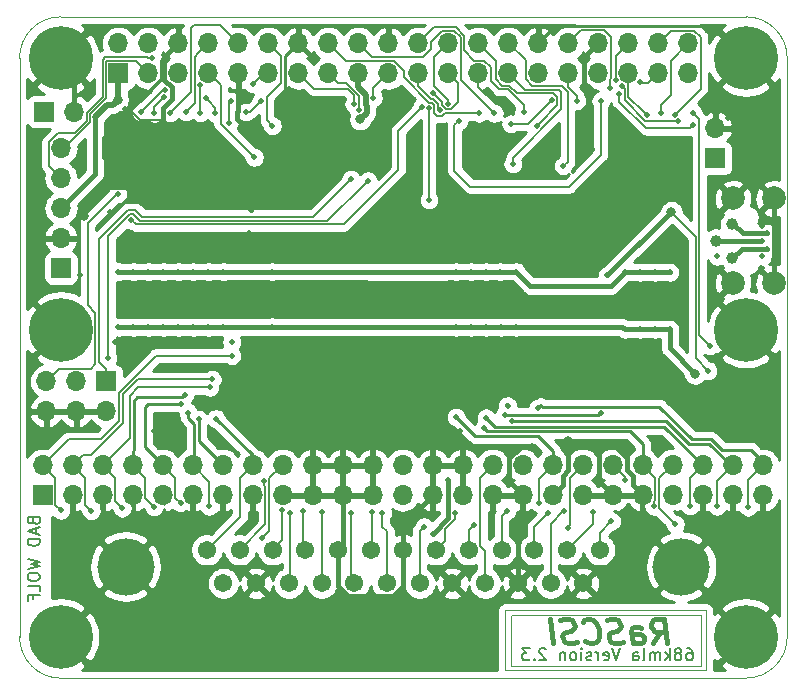
<source format=gbr>
%TF.GenerationSoftware,KiCad,Pcbnew,(5.1.4)-1*%
%TF.CreationDate,2020-09-15T17:58:07-05:00*%
%TF.ProjectId,rascsi_2p3,72617363-7369-45f3-9270-332e6b696361,rev?*%
%TF.SameCoordinates,PX59d60c0PY325aa00*%
%TF.FileFunction,Copper,L2,Bot*%
%TF.FilePolarity,Positive*%
%FSLAX46Y46*%
G04 Gerber Fmt 4.6, Leading zero omitted, Abs format (unit mm)*
G04 Created by KiCad (PCBNEW (5.1.4)-1) date 2020-09-15 17:58:07*
%MOMM*%
%LPD*%
G04 APERTURE LIST*
%TA.AperFunction,NonConductor*%
%ADD10C,0.150000*%
%TD*%
%TA.AperFunction,NonConductor*%
%ADD11C,0.400000*%
%TD*%
%ADD12C,0.120000*%
%TA.AperFunction,NonConductor*%
%ADD13C,0.050000*%
%TD*%
%TA.AperFunction,BGAPad,CuDef*%
%ADD14C,1.000000*%
%TD*%
%TA.AperFunction,ComponentPad*%
%ADD15C,2.000000*%
%TD*%
%TA.AperFunction,ComponentPad*%
%ADD16C,4.845000*%
%TD*%
%TA.AperFunction,ComponentPad*%
%ADD17C,1.545000*%
%TD*%
%TA.AperFunction,ComponentPad*%
%ADD18O,1.700000X1.700000*%
%TD*%
%TA.AperFunction,ComponentPad*%
%ADD19R,1.700000X1.700000*%
%TD*%
%TA.AperFunction,ComponentPad*%
%ADD20C,0.800000*%
%TD*%
%TA.AperFunction,ComponentPad*%
%ADD21C,5.400000*%
%TD*%
%TA.AperFunction,ViaPad*%
%ADD22C,0.500000*%
%TD*%
%TA.AperFunction,ViaPad*%
%ADD23C,0.800000*%
%TD*%
%TA.AperFunction,Conductor*%
%ADD24C,0.200000*%
%TD*%
%TA.AperFunction,Conductor*%
%ADD25C,0.400000*%
%TD*%
%TA.AperFunction,Conductor*%
%ADD26C,0.150000*%
%TD*%
%TA.AperFunction,Conductor*%
%ADD27C,0.250000*%
%TD*%
%TA.AperFunction,Conductor*%
%ADD28C,0.500000*%
%TD*%
%TA.AperFunction,Conductor*%
%ADD29C,0.254000*%
%TD*%
G04 APERTURE END LIST*
D10*
X136820095Y-43172380D02*
X137010571Y-43172380D01*
X137105809Y-43220000D01*
X137153428Y-43267619D01*
X137248666Y-43410476D01*
X137296285Y-43600952D01*
X137296285Y-43981904D01*
X137248666Y-44077142D01*
X137201047Y-44124761D01*
X137105809Y-44172380D01*
X136915333Y-44172380D01*
X136820095Y-44124761D01*
X136772476Y-44077142D01*
X136724857Y-43981904D01*
X136724857Y-43743809D01*
X136772476Y-43648571D01*
X136820095Y-43600952D01*
X136915333Y-43553333D01*
X137105809Y-43553333D01*
X137201047Y-43600952D01*
X137248666Y-43648571D01*
X137296285Y-43743809D01*
X136153428Y-43600952D02*
X136248666Y-43553333D01*
X136296285Y-43505714D01*
X136343904Y-43410476D01*
X136343904Y-43362857D01*
X136296285Y-43267619D01*
X136248666Y-43220000D01*
X136153428Y-43172380D01*
X135962952Y-43172380D01*
X135867714Y-43220000D01*
X135820095Y-43267619D01*
X135772476Y-43362857D01*
X135772476Y-43410476D01*
X135820095Y-43505714D01*
X135867714Y-43553333D01*
X135962952Y-43600952D01*
X136153428Y-43600952D01*
X136248666Y-43648571D01*
X136296285Y-43696190D01*
X136343904Y-43791428D01*
X136343904Y-43981904D01*
X136296285Y-44077142D01*
X136248666Y-44124761D01*
X136153428Y-44172380D01*
X135962952Y-44172380D01*
X135867714Y-44124761D01*
X135820095Y-44077142D01*
X135772476Y-43981904D01*
X135772476Y-43791428D01*
X135820095Y-43696190D01*
X135867714Y-43648571D01*
X135962952Y-43600952D01*
X135343904Y-44172380D02*
X135343904Y-43172380D01*
X135248666Y-43791428D02*
X134962952Y-44172380D01*
X134962952Y-43505714D02*
X135343904Y-43886666D01*
X134534380Y-44172380D02*
X134534380Y-43505714D01*
X134534380Y-43600952D02*
X134486761Y-43553333D01*
X134391523Y-43505714D01*
X134248666Y-43505714D01*
X134153428Y-43553333D01*
X134105809Y-43648571D01*
X134105809Y-44172380D01*
X134105809Y-43648571D02*
X134058190Y-43553333D01*
X133962952Y-43505714D01*
X133820095Y-43505714D01*
X133724857Y-43553333D01*
X133677238Y-43648571D01*
X133677238Y-44172380D01*
X133058190Y-44172380D02*
X133153428Y-44124761D01*
X133201047Y-44029523D01*
X133201047Y-43172380D01*
X132248666Y-44172380D02*
X132248666Y-43648571D01*
X132296285Y-43553333D01*
X132391523Y-43505714D01*
X132582000Y-43505714D01*
X132677238Y-43553333D01*
X132248666Y-44124761D02*
X132343904Y-44172380D01*
X132582000Y-44172380D01*
X132677238Y-44124761D01*
X132724857Y-44029523D01*
X132724857Y-43934285D01*
X132677238Y-43839047D01*
X132582000Y-43791428D01*
X132343904Y-43791428D01*
X132248666Y-43743809D01*
X131153428Y-43172380D02*
X130820095Y-44172380D01*
X130486761Y-43172380D01*
X129772476Y-44124761D02*
X129867714Y-44172380D01*
X130058190Y-44172380D01*
X130153428Y-44124761D01*
X130201047Y-44029523D01*
X130201047Y-43648571D01*
X130153428Y-43553333D01*
X130058190Y-43505714D01*
X129867714Y-43505714D01*
X129772476Y-43553333D01*
X129724857Y-43648571D01*
X129724857Y-43743809D01*
X130201047Y-43839047D01*
X129296285Y-44172380D02*
X129296285Y-43505714D01*
X129296285Y-43696190D02*
X129248666Y-43600952D01*
X129201047Y-43553333D01*
X129105809Y-43505714D01*
X129010571Y-43505714D01*
X128724857Y-44124761D02*
X128629619Y-44172380D01*
X128439142Y-44172380D01*
X128343904Y-44124761D01*
X128296285Y-44029523D01*
X128296285Y-43981904D01*
X128343904Y-43886666D01*
X128439142Y-43839047D01*
X128582000Y-43839047D01*
X128677238Y-43791428D01*
X128724857Y-43696190D01*
X128724857Y-43648571D01*
X128677238Y-43553333D01*
X128582000Y-43505714D01*
X128439142Y-43505714D01*
X128343904Y-43553333D01*
X127867714Y-44172380D02*
X127867714Y-43505714D01*
X127867714Y-43172380D02*
X127915333Y-43220000D01*
X127867714Y-43267619D01*
X127820095Y-43220000D01*
X127867714Y-43172380D01*
X127867714Y-43267619D01*
X127248666Y-44172380D02*
X127343904Y-44124761D01*
X127391523Y-44077142D01*
X127439142Y-43981904D01*
X127439142Y-43696190D01*
X127391523Y-43600952D01*
X127343904Y-43553333D01*
X127248666Y-43505714D01*
X127105809Y-43505714D01*
X127010571Y-43553333D01*
X126962952Y-43600952D01*
X126915333Y-43696190D01*
X126915333Y-43981904D01*
X126962952Y-44077142D01*
X127010571Y-44124761D01*
X127105809Y-44172380D01*
X127248666Y-44172380D01*
X126486761Y-43505714D02*
X126486761Y-44172380D01*
X126486761Y-43600952D02*
X126439142Y-43553333D01*
X126343904Y-43505714D01*
X126201047Y-43505714D01*
X126105809Y-43553333D01*
X126058190Y-43648571D01*
X126058190Y-44172380D01*
X124867714Y-43267619D02*
X124820095Y-43220000D01*
X124724857Y-43172380D01*
X124486761Y-43172380D01*
X124391523Y-43220000D01*
X124343904Y-43267619D01*
X124296285Y-43362857D01*
X124296285Y-43458095D01*
X124343904Y-43600952D01*
X124915333Y-44172380D01*
X124296285Y-44172380D01*
X123867714Y-44077142D02*
X123820095Y-44124761D01*
X123867714Y-44172380D01*
X123915333Y-44124761D01*
X123867714Y-44077142D01*
X123867714Y-44172380D01*
X123486761Y-43172380D02*
X122867714Y-43172380D01*
X123201047Y-43553333D01*
X123058190Y-43553333D01*
X122962952Y-43600952D01*
X122915333Y-43648571D01*
X122867714Y-43743809D01*
X122867714Y-43981904D01*
X122915333Y-44077142D01*
X122962952Y-44124761D01*
X123058190Y-44172380D01*
X123343904Y-44172380D01*
X123439142Y-44124761D01*
X123486761Y-44077142D01*
D11*
X133956761Y-42719761D02*
X134504380Y-41767380D01*
X135099619Y-42719761D02*
X134849619Y-40719761D01*
X134087714Y-40719761D01*
X133909142Y-40815000D01*
X133825809Y-40910238D01*
X133754380Y-41100714D01*
X133790095Y-41386428D01*
X133909142Y-41576904D01*
X134016285Y-41672142D01*
X134218666Y-41767380D01*
X134980571Y-41767380D01*
X132242476Y-42719761D02*
X132111523Y-41672142D01*
X132182952Y-41481666D01*
X132361523Y-41386428D01*
X132742476Y-41386428D01*
X132944857Y-41481666D01*
X132230571Y-42624523D02*
X132432952Y-42719761D01*
X132909142Y-42719761D01*
X133087714Y-42624523D01*
X133159142Y-42434047D01*
X133135333Y-42243571D01*
X133016285Y-42053095D01*
X132813904Y-41957857D01*
X132337714Y-41957857D01*
X132135333Y-41862619D01*
X131373428Y-42624523D02*
X131099619Y-42719761D01*
X130623428Y-42719761D01*
X130421047Y-42624523D01*
X130313904Y-42529285D01*
X130194857Y-42338809D01*
X130171047Y-42148333D01*
X130242476Y-41957857D01*
X130325809Y-41862619D01*
X130504380Y-41767380D01*
X130873428Y-41672142D01*
X131052000Y-41576904D01*
X131135333Y-41481666D01*
X131206761Y-41291190D01*
X131182952Y-41100714D01*
X131063904Y-40910238D01*
X130956761Y-40815000D01*
X130754380Y-40719761D01*
X130278190Y-40719761D01*
X130004380Y-40815000D01*
X128218666Y-42529285D02*
X128325809Y-42624523D01*
X128623428Y-42719761D01*
X128813904Y-42719761D01*
X129087714Y-42624523D01*
X129254380Y-42434047D01*
X129325809Y-42243571D01*
X129373428Y-41862619D01*
X129337714Y-41576904D01*
X129194857Y-41195952D01*
X129075809Y-41005476D01*
X128861523Y-40815000D01*
X128563904Y-40719761D01*
X128373428Y-40719761D01*
X128099619Y-40815000D01*
X128016285Y-40910238D01*
X127468666Y-42624523D02*
X127194857Y-42719761D01*
X126718666Y-42719761D01*
X126516285Y-42624523D01*
X126409142Y-42529285D01*
X126290095Y-42338809D01*
X126266285Y-42148333D01*
X126337714Y-41957857D01*
X126421047Y-41862619D01*
X126599619Y-41767380D01*
X126968666Y-41672142D01*
X127147238Y-41576904D01*
X127230571Y-41481666D01*
X127302000Y-41291190D01*
X127278190Y-41100714D01*
X127159142Y-40910238D01*
X127052000Y-40815000D01*
X126849619Y-40719761D01*
X126373428Y-40719761D01*
X126099619Y-40815000D01*
X125480571Y-42719761D02*
X125230571Y-40719761D01*
D12*
X121994000Y-40342000D02*
X137996000Y-40342000D01*
X121930500Y-44660000D02*
X121930500Y-40405500D01*
X137996000Y-40342000D02*
X137996000Y-44660000D01*
X137996000Y-44660000D02*
X121930500Y-44660000D01*
X121422500Y-39961000D02*
X121422500Y-45041000D01*
X138440500Y-45041000D02*
X121422500Y-45041000D01*
X138377000Y-39961000D02*
X121422500Y-39961000D01*
X138440500Y-45041000D02*
X138440500Y-39961000D01*
D10*
X81478571Y-32403333D02*
X81526190Y-32546190D01*
X81573809Y-32593809D01*
X81669047Y-32641428D01*
X81811904Y-32641428D01*
X81907142Y-32593809D01*
X81954761Y-32546190D01*
X82002380Y-32450952D01*
X82002380Y-32070000D01*
X81002380Y-32070000D01*
X81002380Y-32403333D01*
X81050000Y-32498571D01*
X81097619Y-32546190D01*
X81192857Y-32593809D01*
X81288095Y-32593809D01*
X81383333Y-32546190D01*
X81430952Y-32498571D01*
X81478571Y-32403333D01*
X81478571Y-32070000D01*
X81716666Y-33022380D02*
X81716666Y-33498571D01*
X82002380Y-32927142D02*
X81002380Y-33260476D01*
X82002380Y-33593809D01*
X82002380Y-33927142D02*
X81002380Y-33927142D01*
X81002380Y-34165238D01*
X81050000Y-34308095D01*
X81145238Y-34403333D01*
X81240476Y-34450952D01*
X81430952Y-34498571D01*
X81573809Y-34498571D01*
X81764285Y-34450952D01*
X81859523Y-34403333D01*
X81954761Y-34308095D01*
X82002380Y-34165238D01*
X82002380Y-33927142D01*
X81002380Y-35593809D02*
X82002380Y-35831904D01*
X81288095Y-36022380D01*
X82002380Y-36212857D01*
X81002380Y-36450952D01*
X81002380Y-37022380D02*
X81002380Y-37212857D01*
X81050000Y-37308095D01*
X81145238Y-37403333D01*
X81335714Y-37450952D01*
X81669047Y-37450952D01*
X81859523Y-37403333D01*
X81954761Y-37308095D01*
X82002380Y-37212857D01*
X82002380Y-37022380D01*
X81954761Y-36927142D01*
X81859523Y-36831904D01*
X81669047Y-36784285D01*
X81335714Y-36784285D01*
X81145238Y-36831904D01*
X81050000Y-36927142D01*
X81002380Y-37022380D01*
X82002380Y-38355714D02*
X82002380Y-37879523D01*
X81002380Y-37879523D01*
X81478571Y-39022380D02*
X81478571Y-38689047D01*
X82002380Y-38689047D02*
X81002380Y-38689047D01*
X81002380Y-39165238D01*
D13*
X83800000Y-45696000D02*
X141800000Y-45696000D01*
X83800000Y-45696000D02*
G75*
G02X80300000Y-42196000I0J3500000D01*
G01*
X145300000Y-42196000D02*
G75*
G02X141800000Y-45696000I-3500000J0D01*
G01*
X80300000Y6800000D02*
X80300000Y-42196000D01*
X145300000Y6800000D02*
X145300000Y-42196000D01*
X83800000Y10300000D02*
X141800000Y10300000D01*
X80300000Y6800000D02*
G75*
G02X83800000Y10300000I3500000J0D01*
G01*
X141800000Y10300000D02*
G75*
G02X145300000Y6800000I0J-3500000D01*
G01*
D14*
%TO.P,TP1,1*%
%TO.N,USB_Pin_4*%
X140650000Y-7250000D03*
%TD*%
%TO.P,TP2,1*%
%TO.N,USB_Pin_3*%
X139260000Y-8660000D03*
%TD*%
%TO.P,TP3,1*%
%TO.N,USB_Pin_2*%
X140650000Y-10110000D03*
%TD*%
D15*
%TO.P,J8,MH4*%
%TO.N,GND*%
X140705000Y-12235000D03*
%TO.P,J8,MH3*%
X140705000Y-5085000D03*
%TO.P,J8,MH2*%
X144155000Y-5085000D03*
%TO.P,J8,MH1*%
X144155000Y-12235000D03*
%TD*%
D16*
%TO.P,J6,MH2*%
%TO.N,GND*%
X89281600Y-36250000D03*
%TO.P,J6,MH1*%
X136321600Y-36250000D03*
D17*
%TO.P,J6,25*%
%TO.N,TERMPOW*%
X97566600Y-37670000D03*
%TO.P,J6,24*%
%TO.N,GND*%
X100336600Y-37670000D03*
%TO.P,J6,23*%
%TO.N,C-D4*%
X103106600Y-37670000D03*
%TO.P,J6,22*%
%TO.N,C-D2*%
X105876600Y-37670000D03*
%TO.P,J6,21*%
%TO.N,C-D1*%
X108646600Y-37670000D03*
%TO.P,J6,20*%
%TO.N,C-DP*%
X111416600Y-37670000D03*
%TO.P,J6,19*%
%TO.N,C-SEL*%
X114186600Y-37670000D03*
%TO.P,J6,18*%
%TO.N,GND*%
X116956600Y-37670000D03*
%TO.P,J6,17*%
%TO.N,C-ATN*%
X119726600Y-37670000D03*
%TO.P,J6,16*%
%TO.N,GND*%
X122496600Y-37670000D03*
%TO.P,J6,15*%
%TO.N,C-C_D*%
X125266600Y-37670000D03*
%TO.P,J6,14*%
%TO.N,GND*%
X128036600Y-37670000D03*
%TO.P,J6,13*%
%TO.N,C-D7*%
X96181600Y-34830000D03*
%TO.P,J6,12*%
%TO.N,C-D6*%
X98951600Y-34830000D03*
%TO.P,J6,11*%
%TO.N,C-D5*%
X101721600Y-34830000D03*
%TO.P,J6,10*%
%TO.N,C-D3*%
X104491600Y-34830000D03*
%TO.P,J6,9*%
%TO.N,GND*%
X107261600Y-34830000D03*
%TO.P,J6,8*%
%TO.N,C-D0*%
X110031600Y-34830000D03*
%TO.P,J6,7*%
%TO.N,GND*%
X112801600Y-34830000D03*
%TO.P,J6,6*%
%TO.N,C-BSY*%
X115571600Y-34830000D03*
%TO.P,J6,5*%
%TO.N,C-ACK*%
X118341600Y-34830000D03*
%TO.P,J6,4*%
%TO.N,C-RST*%
X121111600Y-34830000D03*
%TO.P,J6,3*%
%TO.N,C-I_O*%
X123881600Y-34830000D03*
%TO.P,J6,2*%
%TO.N,C-MSG*%
X126651600Y-34830000D03*
%TO.P,J6,1*%
%TO.N,C-REQ*%
X129421600Y-34830000D03*
%TD*%
D18*
%TO.P,J2,2*%
%TO.N,GND*%
X139226000Y857000D03*
D19*
%TO.P,J2,1*%
%TO.N,EXT-ACT-LED*%
X139226000Y-1683000D03*
%TD*%
D18*
%TO.P,J7,2*%
%TO.N,GND*%
X84920000Y2280000D03*
D19*
%TO.P,J7,1*%
%TO.N,+5V*%
X82380000Y2280000D03*
%TD*%
D18*
%TO.P,J5,6*%
%TO.N,GND*%
X82560000Y-23110000D03*
%TO.P,J5,5*%
%TO.N,PI_GPIO9*%
X82560000Y-20570000D03*
%TO.P,J5,4*%
%TO.N,GND*%
X85100000Y-23110000D03*
%TO.P,J5,3*%
%TO.N,PI_GPIO1*%
X85100000Y-20570000D03*
%TO.P,J5,2*%
%TO.N,GND*%
X87640000Y-23110000D03*
D19*
%TO.P,J5,1*%
%TO.N,PI_GPIO0*%
X87640000Y-20570000D03*
%TD*%
D18*
%TO.P,J3,50*%
%TO.N,C-I_O*%
X143226500Y-27654500D03*
%TO.P,J3,49*%
%TO.N,GND*%
X143226500Y-30194500D03*
%TO.P,J3,48*%
%TO.N,C-REQ*%
X140686500Y-27654500D03*
%TO.P,J3,47*%
%TO.N,GND*%
X140686500Y-30194500D03*
%TO.P,J3,46*%
%TO.N,C-C_D*%
X138146500Y-27654500D03*
%TO.P,J3,45*%
%TO.N,GND*%
X138146500Y-30194500D03*
%TO.P,J3,44*%
%TO.N,C-SEL*%
X135606500Y-27654500D03*
%TO.P,J3,43*%
%TO.N,GND*%
X135606500Y-30194500D03*
%TO.P,J3,42*%
%TO.N,C-MSG*%
X133066500Y-27654500D03*
%TO.P,J3,41*%
%TO.N,GND*%
X133066500Y-30194500D03*
%TO.P,J3,40*%
%TO.N,C-RST*%
X130526500Y-27654500D03*
%TO.P,J3,39*%
%TO.N,GND*%
X130526500Y-30194500D03*
%TO.P,J3,38*%
%TO.N,C-ACK*%
X127986500Y-27654500D03*
%TO.P,J3,37*%
%TO.N,GND*%
X127986500Y-30194500D03*
%TO.P,J3,36*%
%TO.N,C-BSY*%
X125446500Y-27654500D03*
%TO.P,J3,35*%
%TO.N,GND*%
X125446500Y-30194500D03*
%TO.P,J3,34*%
%TO.N,Net-(J3-Pad34)*%
X122906500Y-27654500D03*
%TO.P,J3,33*%
%TO.N,GND*%
X122906500Y-30194500D03*
%TO.P,J3,32*%
%TO.N,C-ATN*%
X120366500Y-27654500D03*
%TO.P,J3,31*%
%TO.N,GND*%
X120366500Y-30194500D03*
%TO.P,J3,30*%
X117826500Y-27654500D03*
%TO.P,J3,29*%
X117826500Y-30194500D03*
%TO.P,J3,28*%
X115286500Y-27654500D03*
%TO.P,J3,27*%
X115286500Y-30194500D03*
%TO.P,J3,26*%
%TO.N,TERMPOW*%
X112746500Y-27654500D03*
%TO.P,J3,25*%
%TO.N,Net-(J3-Pad25)*%
X112746500Y-30194500D03*
%TO.P,J3,24*%
%TO.N,GND*%
X110206500Y-27654500D03*
%TO.P,J3,23*%
X110206500Y-30194500D03*
%TO.P,J3,22*%
X107666500Y-27654500D03*
%TO.P,J3,21*%
X107666500Y-30194500D03*
%TO.P,J3,20*%
X105126500Y-27654500D03*
%TO.P,J3,19*%
X105126500Y-30194500D03*
%TO.P,J3,18*%
%TO.N,C-DP*%
X102586500Y-27654500D03*
%TO.P,J3,17*%
%TO.N,GND*%
X102586500Y-30194500D03*
%TO.P,J3,16*%
%TO.N,C-D7*%
X100046500Y-27654500D03*
%TO.P,J3,15*%
%TO.N,GND*%
X100046500Y-30194500D03*
%TO.P,J3,14*%
%TO.N,C-D6*%
X97506500Y-27654500D03*
%TO.P,J3,13*%
%TO.N,GND*%
X97506500Y-30194500D03*
%TO.P,J3,12*%
%TO.N,C-D5*%
X94966500Y-27654500D03*
%TO.P,J3,11*%
%TO.N,GND*%
X94966500Y-30194500D03*
%TO.P,J3,10*%
%TO.N,C-D4*%
X92426500Y-27654500D03*
%TO.P,J3,9*%
%TO.N,GND*%
X92426500Y-30194500D03*
%TO.P,J3,8*%
%TO.N,C-D3*%
X89886500Y-27654500D03*
%TO.P,J3,7*%
%TO.N,GND*%
X89886500Y-30194500D03*
%TO.P,J3,6*%
%TO.N,C-D2*%
X87346500Y-27654500D03*
%TO.P,J3,5*%
%TO.N,GND*%
X87346500Y-30194500D03*
%TO.P,J3,4*%
%TO.N,C-D1*%
X84806500Y-27654500D03*
%TO.P,J3,3*%
%TO.N,GND*%
X84806500Y-30194500D03*
%TO.P,J3,2*%
%TO.N,C-D0*%
X82266500Y-27654500D03*
D19*
%TO.P,J3,1*%
%TO.N,GND*%
X82266500Y-30194500D03*
%TD*%
D18*
%TO.P,J1,40*%
%TO.N,PI-ACK*%
X136930000Y8070000D03*
%TO.P,J1,39*%
%TO.N,GND*%
X136930000Y5530000D03*
%TO.P,J1,38*%
%TO.N,PI-RST*%
X134390000Y8070000D03*
%TO.P,J1,37*%
%TO.N,PI-BSY*%
X134390000Y5530000D03*
%TO.P,J1,36*%
%TO.N,PI-D6*%
X131850000Y8070000D03*
%TO.P,J1,35*%
%TO.N,PI-ATN*%
X131850000Y5530000D03*
%TO.P,J1,34*%
%TO.N,GND*%
X129310000Y8070000D03*
%TO.P,J1,33*%
%TO.N,PI-D3*%
X129310000Y5530000D03*
%TO.P,J1,32*%
%TO.N,PI-D2*%
X126770000Y8070000D03*
%TO.P,J1,31*%
%TO.N,PI-IND*%
X126770000Y5530000D03*
%TO.P,J1,30*%
%TO.N,GND*%
X124230000Y8070000D03*
%TO.P,J1,29*%
%TO.N,DBG_LED*%
X124230000Y5530000D03*
%TO.P,J1,28*%
%TO.N,PI_GPIO1*%
X121690000Y8070000D03*
%TO.P,J1,27*%
%TO.N,PI_GPIO0*%
X121690000Y5530000D03*
%TO.P,J1,26*%
%TO.N,PI-TAD*%
X119150000Y8070000D03*
%TO.P,J1,25*%
%TO.N,GND*%
X119150000Y5530000D03*
%TO.P,J1,24*%
%TO.N,PI-DTD*%
X116610000Y8070000D03*
%TO.P,J1,23*%
%TO.N,PI-D1*%
X116610000Y5530000D03*
%TO.P,J1,22*%
%TO.N,PI-I_O*%
X114070000Y8070000D03*
%TO.P,J1,21*%
%TO.N,PI_GPIO9*%
X114070000Y5530000D03*
%TO.P,J1,20*%
%TO.N,GND*%
X111530000Y8070000D03*
%TO.P,J1,19*%
%TO.N,PI-D0*%
X111530000Y5530000D03*
%TO.P,J1,18*%
%TO.N,PI-C_D*%
X108990000Y8070000D03*
%TO.P,J1,17*%
%TO.N,+3V3*%
X108990000Y5530000D03*
%TO.P,J1,16*%
%TO.N,PI-MSG*%
X106450000Y8070000D03*
%TO.P,J1,15*%
%TO.N,PI-REQ*%
X106450000Y5530000D03*
%TO.P,J1,14*%
%TO.N,GND*%
X103910000Y8070000D03*
%TO.P,J1,13*%
%TO.N,PI-SEL*%
X103910000Y5530000D03*
%TO.P,J1,12*%
%TO.N,PI-DP*%
X101370000Y8070000D03*
%TO.P,J1,11*%
%TO.N,PI-D7*%
X101370000Y5530000D03*
%TO.P,J1,10*%
%TO.N,PI-D5*%
X98830000Y8070000D03*
%TO.P,J1,9*%
%TO.N,GND*%
X98830000Y5530000D03*
%TO.P,J1,8*%
%TO.N,PI-D4*%
X96290000Y8070000D03*
%TO.P,J1,7*%
%TO.N,PI-ACT*%
X96290000Y5530000D03*
%TO.P,J1,6*%
%TO.N,GND*%
X93750000Y8070000D03*
%TO.P,J1,5*%
%TO.N,PI_SCL*%
X93750000Y5530000D03*
%TO.P,J1,4*%
%TO.N,+5V*%
X91210000Y8070000D03*
%TO.P,J1,3*%
%TO.N,PI_SDA*%
X91210000Y5530000D03*
%TO.P,J1,2*%
%TO.N,+5V*%
X88670000Y8070000D03*
D19*
%TO.P,J1,1*%
%TO.N,+3V3*%
X88670000Y5530000D03*
%TD*%
D20*
%TO.P,H2,1*%
%TO.N,GND*%
X143231891Y8231891D03*
X141800000Y8825000D03*
X140368109Y8231891D03*
X139775000Y6800000D03*
X140368109Y5368109D03*
X141800000Y4775000D03*
X143231891Y5368109D03*
X143825000Y6800000D03*
D21*
X141800000Y6800000D03*
%TD*%
D20*
%TO.P,H1,1*%
%TO.N,GND*%
X85231891Y8231891D03*
X83800000Y8825000D03*
X82368109Y8231891D03*
X81775000Y6800000D03*
X82368109Y5368109D03*
X83800000Y4775000D03*
X85231891Y5368109D03*
X85825000Y6800000D03*
D21*
X83800000Y6800000D03*
%TD*%
D18*
%TO.P,J4,5*%
%TO.N,PI_SDA*%
X83810000Y-820000D03*
%TO.P,J4,4*%
%TO.N,PI_SCL*%
X83810000Y-3360000D03*
%TO.P,J4,3*%
%TO.N,+3V3*%
X83810000Y-5900000D03*
%TO.P,J4,2*%
%TO.N,GND*%
X83810000Y-8440000D03*
D19*
%TO.P,J4,1*%
%TO.N,+5V*%
X83810000Y-10980000D03*
%TD*%
D20*
%TO.P,H6,1*%
%TO.N,GND*%
X143231891Y-40768109D03*
X141800000Y-40175000D03*
X140368109Y-40768109D03*
X139775000Y-42200000D03*
X140368109Y-43631891D03*
X141800000Y-44225000D03*
X143231891Y-43631891D03*
X143825000Y-42200000D03*
D21*
X141800000Y-42200000D03*
%TD*%
D20*
%TO.P,H5,1*%
%TO.N,GND*%
X85231891Y-40768109D03*
X83800000Y-40175000D03*
X82368109Y-40768109D03*
X81775000Y-42200000D03*
X82368109Y-43631891D03*
X83800000Y-44225000D03*
X85231891Y-43631891D03*
X85825000Y-42200000D03*
D21*
X83800000Y-42200000D03*
%TD*%
D20*
%TO.P,H4,1*%
%TO.N,GND*%
X143231891Y-14768109D03*
X141800000Y-14175000D03*
X140368109Y-14768109D03*
X139775000Y-16200000D03*
X140368109Y-17631891D03*
X141800000Y-18225000D03*
X143231891Y-17631891D03*
X143825000Y-16200000D03*
D21*
X141800000Y-16200000D03*
%TD*%
D20*
%TO.P,H3,1*%
%TO.N,GND*%
X85231891Y-14768109D03*
X83800000Y-14175000D03*
X82368109Y-14768109D03*
X81775000Y-16200000D03*
X82368109Y-17631891D03*
X83800000Y-18225000D03*
X85231891Y-17631891D03*
X85825000Y-16200000D03*
D21*
X83800000Y-16200000D03*
%TD*%
D22*
%TO.N,GND*%
X125694724Y-17240500D03*
X134470000Y-25740000D03*
X99870000Y-6080000D03*
X100990000Y380000D03*
X101940915Y-24797000D03*
X99390332Y-24797000D03*
X112111500Y-24797000D03*
X104459749Y-24797000D03*
X107010332Y-24797000D03*
X94257415Y-24797000D03*
X96808000Y-24797000D03*
D23*
X85759000Y-6572500D03*
D22*
X123732000Y-26003500D03*
X99475000Y-13811500D03*
X126895451Y-17240500D03*
X132812500Y-17240500D03*
X134082500Y-17240500D03*
X117255000Y-17240500D03*
X112872870Y-17240500D03*
X111412165Y-17240500D03*
X108490755Y-17240500D03*
X105569345Y-17240500D03*
X101187230Y-17240500D03*
X107030050Y-17240500D03*
X109951460Y-17240500D03*
X99726525Y-17240500D03*
X88426000Y-17240500D03*
X128096178Y-17240500D03*
X81504500Y-24797000D03*
X84055083Y-24797000D03*
X91706832Y-24797000D03*
X115413500Y-24797000D03*
X117636000Y-24797000D03*
X92423000Y-17240500D03*
X93883705Y-17240500D03*
X95344410Y-17240500D03*
X96805115Y-17240500D03*
D23*
X126750000Y-25640000D03*
X125637000Y-7398000D03*
X121065000Y-7271000D03*
D22*
X115794280Y-17240500D03*
X114333575Y-17240500D03*
X104108640Y-17240500D03*
X127605500Y-2064000D03*
X103539000Y-1746500D03*
X106079000Y-1810000D03*
X136876500Y-5493000D03*
X144306000Y539500D03*
X140305500Y1746000D03*
X139377000Y-7383000D03*
D23*
X123414500Y-13748000D03*
D22*
X87791000Y-3842000D03*
X101710000Y-1930000D03*
X97620000Y-8440000D03*
X99700000Y-8010000D03*
X85450000Y-11600000D03*
X87990000Y-6260000D03*
X94550000Y-5640000D03*
X131510000Y-25960000D03*
X133910000Y-21030000D03*
X122990000Y-22480000D03*
X119620000Y-17240500D03*
X89243314Y2464011D03*
X89590000Y-2160000D03*
X85695500Y-1144500D03*
X143201287Y-7380000D03*
D23*
X139030000Y4550000D03*
D22*
X102647935Y-17240500D03*
X123280479Y-17240500D03*
X124493997Y-17240500D03*
X104590000Y2160000D03*
X128160000Y1920000D03*
X130720000Y1970000D03*
X125330000Y-2000000D03*
X123220000Y-1780000D03*
X113379999Y-1570001D03*
X115899999Y-1570001D03*
X111130000Y1470000D03*
X105760000Y-3453968D03*
X130200000Y-14100000D03*
X127230000Y-14010000D03*
X119330000Y-22670000D03*
D23*
%TO.N,+3V3*%
X88616500Y3270000D03*
D22*
X138730002Y-17558000D03*
D23*
X109149676Y1623079D03*
D22*
X137324474Y2180000D03*
%TO.N,+5V*%
X130082000Y-11589000D03*
D23*
X135496000Y-6238500D03*
D22*
X138591000Y-19653500D03*
X139377000Y-9983000D03*
X143201287Y-9974419D03*
%TO.N,C-REQ*%
X122017500Y-23902000D03*
X121637010Y-22637490D03*
X139350000Y-31150000D03*
X130419308Y-32414713D03*
%TO.N,C-MSG*%
X119668000Y-24543000D03*
X133993502Y-31150000D03*
X128817950Y-31630159D03*
%TO.N,C-BSY*%
X117255000Y-23590500D03*
X124270000Y-30872990D03*
X117187010Y-31684832D03*
%TO.N,C-SEL*%
X114530000Y-32870000D03*
X135828947Y-32665648D03*
%TO.N,C-RST*%
X121540000Y-31560000D03*
X131560000Y-28920000D03*
%TO.N,C-ACK*%
X126730000Y-32950000D03*
X118812489Y-32689064D03*
%TO.N,C-ATN*%
X121382500Y-23400000D03*
X129494275Y-23222010D03*
%TO.N,C-DP*%
X111030000Y-31680000D03*
X100860000Y-33850000D03*
%TO.N,C-D0*%
X98265820Y-17240500D03*
X98268500Y-18383500D03*
X83780000Y-31480000D03*
X110120000Y-31630000D03*
%TO.N,C-D1*%
X86370000Y-31530000D03*
X108350000Y-31680000D03*
X96607010Y-20409500D03*
%TO.N,C-D2*%
X96427000Y-21067500D03*
X105950000Y-31630000D03*
X89002424Y-31302989D03*
%TO.N,C-D3*%
X94279018Y-21696518D03*
X104280000Y-31580000D03*
X91693529Y-31178968D03*
%TO.N,C-D4*%
X94014000Y-22447500D03*
X103220000Y-31750000D03*
X93930504Y-30851957D03*
%TO.N,C-D5*%
X94585500Y-23209500D03*
X96380000Y-31150000D03*
X102510000Y-31434946D03*
%TO.N,C-D6*%
X95474500Y-23781000D03*
X100973502Y-29027449D03*
%TO.N,C-D7*%
X96935000Y-23717500D03*
%TO.N,C-I_O*%
X124176500Y-22828500D03*
X142000000Y-31220000D03*
X125036247Y-31748511D03*
%TO.N,C-C_D*%
X119795000Y-23654000D03*
X137054940Y-31121502D03*
X126371042Y-31585360D03*
%TO.N,TERMPOW*%
X116610000Y-28880000D03*
X115320326Y-33454012D03*
%TO.N,PI-D7*%
X90598618Y2254001D03*
X100071557Y4632242D03*
X92606010Y4116010D03*
%TO.N,PI-D6*%
X91728000Y2127000D03*
X92537007Y3492807D03*
X130785361Y4920000D03*
%TO.N,PI-D5*%
X93061500Y2190500D03*
%TO.N,PI-D4*%
X94395000Y2254000D03*
%TO.N,PI-D3*%
X95601500Y2190500D03*
X95579021Y4529977D03*
%TO.N,PI-D2*%
X96871500Y2127000D03*
X96095637Y3388515D03*
X130263077Y4286876D03*
%TO.N,PI-D1*%
X98055000Y1304240D03*
X98197746Y3143937D03*
X115342501Y3822796D03*
%TO.N,PI-D0*%
X99470000Y2237827D03*
X110260000Y3428469D03*
X100739652Y3194957D03*
%TO.N,PI-DP*%
X101710000Y1080000D03*
%TO.N,PI-BSY*%
X117509000Y1492000D03*
X132847721Y4815780D03*
X129517751Y3194737D03*
%TO.N,PI-MSG*%
X119223500Y2139000D03*
%TO.N,PI-C_D*%
X120493500Y2127000D03*
%TO.N,PI-REQ*%
X109054914Y2441102D03*
X125383000Y3293010D03*
X121904492Y1236649D03*
%TO.N,PI-I_O*%
X122990000Y2220000D03*
%TO.N,PI-ATN*%
X133387496Y2003496D03*
%TO.N,PI-ACK*%
X134654000Y2127000D03*
%TO.N,PI-RST*%
X135777207Y2019438D03*
%TO.N,PI-SEL*%
X108614160Y2887613D03*
X136064293Y1462010D03*
X131340387Y4413823D03*
%TO.N,PI_SCL*%
X91550000Y6850000D03*
%TO.N,PI-ACT*%
X100187010Y-1609395D03*
%TO.N,/TERM_GND*%
X135352500Y-16161000D03*
X134082500Y-16161000D03*
X132812500Y-16161000D03*
X131542500Y-16161000D03*
X117255000Y-15970500D03*
X118525000Y-15970500D03*
X119795000Y-15970500D03*
X121065000Y-15970500D03*
X122335000Y-15970500D03*
X88680000Y-15970500D03*
X89950000Y-15970500D03*
X91220000Y-15970500D03*
X92490000Y-15970500D03*
X93760000Y-15970500D03*
X95030000Y-15970500D03*
X96300000Y-15970500D03*
X97570000Y-15970500D03*
D23*
X137511500Y-19907500D03*
D22*
X101710000Y-15960000D03*
%TO.N,/TERM_5v*%
X88680000Y-11271500D03*
X89950000Y-11271500D03*
X91220000Y-11271500D03*
X92490000Y-11271500D03*
X93760000Y-11271500D03*
X94966500Y-11271500D03*
X96300000Y-11271500D03*
X97570000Y-11271500D03*
X101697500Y-11271500D03*
X117255000Y-11271500D03*
X118525000Y-11271500D03*
X119795000Y-11271500D03*
X122335000Y-11271500D03*
X121001500Y-11271500D03*
X131542500Y-11335000D03*
X135352500Y-11335000D03*
X134082500Y-11335000D03*
X132812500Y-11335000D03*
%TO.N,PI-IND*%
X137340000Y1120000D03*
X131077665Y3803316D03*
X127480000Y3194936D03*
%TO.N,PI-TAD*%
X124093367Y1052134D03*
%TO.N,PI-DTD*%
X116620000Y2917959D03*
X114966468Y2587116D03*
X114967984Y-5207984D03*
%TO.N,PI_GPIO1*%
X126335500Y-2318000D03*
X87794021Y-18604650D03*
X109769999Y-3577010D03*
%TO.N,PI_GPIO0*%
X122070000Y-2160000D03*
X108368176Y-3453968D03*
%TO.N,PI_GPIO9*%
X88605386Y-4669009D03*
X89780252Y-6926805D03*
X115870479Y2371956D03*
X114341728Y2640938D03*
%TO.N,USB_Pin_4*%
X143577990Y-8020000D03*
%TO.N,USB_Pin_3*%
X143201287Y-8646949D03*
%TO.N,USB_Pin_2*%
X143577990Y-9320000D03*
%TD*%
D24*
%TO.N,GND*%
X119150000Y4327919D02*
X119787919Y3690000D01*
X119150000Y5530000D02*
X119150000Y4327919D01*
X119787919Y3690000D02*
X120220000Y3690000D01*
X120220000Y3690000D02*
X120680000Y3230000D01*
D25*
X107666500Y-34425100D02*
X107261600Y-34830000D01*
X107666500Y-30194500D02*
X107666500Y-34425100D01*
X112801600Y-37912262D02*
X112801600Y-34830000D01*
X111944361Y-38769501D02*
X112801600Y-37912262D01*
X108118839Y-38769501D02*
X111944361Y-38769501D01*
X107261600Y-37912262D02*
X108118839Y-38769501D01*
X107261600Y-34830000D02*
X107261600Y-37912262D01*
X112801600Y-32679400D02*
X112801600Y-34830000D01*
X115286500Y-30194500D02*
X112801600Y-32679400D01*
X122496600Y-31806481D02*
X122496600Y-37670000D01*
X122906500Y-31396581D02*
X122496600Y-31806481D01*
X122906500Y-30194500D02*
X122906500Y-31396581D01*
X84920000Y5680000D02*
X83800000Y6800000D01*
X84920000Y2280000D02*
X84920000Y5680000D01*
X126750000Y-28092962D02*
X126750000Y-25640000D01*
X126296499Y-28546463D02*
X126750000Y-28092962D01*
X125446500Y-30194500D02*
X126296499Y-29344501D01*
X126296499Y-29344501D02*
X126296499Y-28546463D01*
X129340000Y-25640000D02*
X126750000Y-25640000D01*
X131703501Y-27089539D02*
X130253962Y-25640000D01*
X131703501Y-28033463D02*
X131703501Y-27089539D01*
X132216501Y-28546463D02*
X131703501Y-28033463D01*
X132216501Y-29344501D02*
X132216501Y-28546463D01*
X133066500Y-30194500D02*
X132216501Y-29344501D01*
X129349499Y-25649499D02*
X129340000Y-25640000D01*
X129349499Y-29017499D02*
X129349499Y-25649499D01*
X130526500Y-30194500D02*
X129349499Y-29017499D01*
X130253962Y-25640000D02*
X129340000Y-25640000D01*
X122815538Y-26003500D02*
X123732000Y-26003500D01*
X121729499Y-27089539D02*
X122815538Y-26003500D01*
X121729499Y-29017499D02*
X121729499Y-27089539D01*
X122906500Y-30194500D02*
X121729499Y-29017499D01*
X90045404Y-4510000D02*
X93870000Y-4510000D01*
X87791000Y-3842000D02*
X88040999Y-4091999D01*
X89627403Y-4091999D02*
X90045404Y-4510000D01*
X88040999Y-4091999D02*
X89627403Y-4091999D01*
X95345000Y-4510000D02*
X95995000Y-3860000D01*
D26*
X103289001Y-1496501D02*
X101866501Y-1496501D01*
X92262001Y1477999D02*
X92490000Y1250000D01*
D25*
X103539000Y-1746500D02*
X103289001Y-1496501D01*
X103910000Y8070000D02*
X105264437Y6715563D01*
X93870000Y-4510000D02*
X95345000Y-4510000D01*
X94720000Y-5360000D02*
X93870000Y-4510000D01*
X95780000Y-5360000D02*
X94720000Y-5360000D01*
X97370001Y-8190001D02*
X97140001Y-8190001D01*
X97620000Y-8440000D02*
X97370001Y-8190001D01*
X98003553Y-3860000D02*
X95995000Y-3860000D01*
X99870000Y-5726447D02*
X98003553Y-3860000D01*
X99870000Y-6080000D02*
X99870000Y-5726447D01*
X94550000Y-5305000D02*
X94550000Y-5640000D01*
X95995000Y-3860000D02*
X94550000Y-5305000D01*
D26*
X92262001Y1532001D02*
X90528877Y1532001D01*
X90528877Y1532001D02*
X89596867Y2464011D01*
D25*
X87488399Y-1597001D02*
X89027001Y-1597001D01*
X87488399Y57001D02*
X87422999Y-8399D01*
X89027001Y-1597001D02*
X89590000Y-2160000D01*
X88500000Y57001D02*
X87488399Y57001D01*
X87422999Y-8399D02*
X87422999Y-1531601D01*
X88500000Y530000D02*
X88500000Y57001D01*
X87422999Y-1531601D02*
X87488399Y-1597001D01*
X119358999Y-7271000D02*
X121065000Y-7271000D01*
D26*
X92262001Y1532001D02*
X92262001Y1477999D01*
D25*
X144155000Y-12235000D02*
X144155000Y-5085000D01*
X124493997Y-17240500D02*
X123280479Y-17240500D01*
X103289001Y-1496501D02*
X101819014Y-1496501D01*
X98680063Y1642450D02*
X98680063Y2196374D01*
X98680063Y2196374D02*
X98830000Y2346311D01*
X98830000Y4327919D02*
X98830000Y5530000D01*
X101819014Y-1496501D02*
X98680063Y1642450D01*
X98830000Y2346311D02*
X98830000Y4327919D01*
D27*
X104340001Y2409999D02*
X104590000Y2160000D01*
X102807999Y3942001D02*
X104340001Y2409999D01*
X102807999Y6967999D02*
X102807999Y3942001D01*
X103910000Y8070000D02*
X102807999Y6967999D01*
D25*
X92572999Y6892999D02*
X92572999Y4965039D01*
X93185039Y3322020D02*
X92475996Y2612977D01*
X92475996Y2612977D02*
X92475996Y725996D01*
X92475996Y725996D02*
X89839999Y-1910001D01*
X92572999Y4965039D02*
X93185039Y4352999D01*
X93750000Y8070000D02*
X92572999Y6892999D01*
X89839999Y-1910001D02*
X89590000Y-2160000D01*
X93185039Y4352999D02*
X93185039Y3322020D01*
D27*
X89596867Y2464011D02*
X89243314Y2464011D01*
X89774973Y2464011D02*
X89596867Y2464011D01*
X92312001Y5001039D02*
X89774973Y2464011D01*
X92312001Y6632001D02*
X92312001Y5001039D01*
X93750000Y8070000D02*
X92312001Y6632001D01*
D25*
X128797002Y-872498D02*
X127855499Y-1814001D01*
X128132999Y4735530D02*
X128587002Y4281527D01*
X129310000Y8070000D02*
X128132999Y6892999D01*
X127855499Y-1814001D02*
X127605500Y-2064000D01*
X128132999Y6892999D02*
X128132999Y4735530D01*
D27*
X124230000Y8070000D02*
X125659999Y9499999D01*
X125659999Y9499999D02*
X139100001Y9499999D01*
X139100001Y9499999D02*
X141800000Y6800000D01*
D25*
X103509786Y-5704182D02*
X105510001Y-3703967D01*
X105510001Y-3703967D02*
X105760000Y-3453968D01*
X90900649Y-5704182D02*
X103509786Y-5704182D01*
D28*
%TO.N,+3V3*%
X88670000Y3323500D02*
X88616500Y3270000D01*
X88670000Y5530000D02*
X88670000Y3323500D01*
X88216501Y2870001D02*
X87732039Y2870001D01*
X87732039Y2870001D02*
X86701023Y1838985D01*
X88616500Y3270000D02*
X88216501Y2870001D01*
D25*
X86701023Y-3008977D02*
X86701023Y1838985D01*
X83810000Y-5900000D02*
X86701023Y-3008977D01*
D28*
X109629782Y3688137D02*
X109629782Y2794198D01*
X109629782Y2794198D02*
X109681916Y2742064D01*
X109549675Y2023078D02*
X109149676Y1623079D01*
X109681916Y2742064D02*
X109681916Y2155319D01*
X108990000Y5530000D02*
X108990000Y4327919D01*
X108990000Y4327919D02*
X109629782Y3688137D01*
X109681916Y2155319D02*
X109549675Y2023078D01*
D26*
X137574473Y1930001D02*
X137324474Y2180000D01*
X137841499Y1662975D02*
X137574473Y1930001D01*
X137841499Y-16669497D02*
X137841499Y1662975D01*
X138730002Y-17558000D02*
X137841499Y-16669497D01*
D25*
%TO.N,+5V*%
X135432500Y-6238500D02*
X135496000Y-6238500D01*
X130082000Y-11589000D02*
X135432500Y-6238500D01*
D26*
X137564488Y-8306988D02*
X135496000Y-6238500D01*
X137564488Y-18626988D02*
X137564488Y-8306988D01*
X138591000Y-19653500D02*
X137564488Y-18626988D01*
D27*
%TO.N,C-REQ*%
X121516520Y-22517000D02*
X121637010Y-22637490D01*
D24*
X139350000Y-28991000D02*
X140686500Y-27654500D01*
X139350000Y-31150000D02*
X139350000Y-28991000D01*
X129421600Y-34830000D02*
X129421600Y-33412421D01*
X129421600Y-33412421D02*
X130419308Y-32414713D01*
D27*
X138716827Y-25850001D02*
X140521326Y-27654500D01*
X137010000Y-25850000D02*
X137066827Y-25850001D01*
X140521326Y-27654500D02*
X140686500Y-27654500D01*
X137066827Y-25850001D02*
X138716827Y-25850001D01*
X135062000Y-23902000D02*
X137010000Y-25850000D01*
X122017500Y-23902000D02*
X135062000Y-23902000D01*
%TO.N,C-MSG*%
X119917999Y-24792999D02*
X131982999Y-24792999D01*
X119668000Y-24543000D02*
X119917999Y-24792999D01*
X133066500Y-25876500D02*
X133066500Y-27654500D01*
X131982999Y-24792999D02*
X133066500Y-25876500D01*
D24*
X133993502Y-30796447D02*
X133993502Y-31150000D01*
X133066500Y-27654500D02*
X134143501Y-28731501D01*
X134143501Y-30646448D02*
X133993502Y-30796447D01*
X134143501Y-28731501D02*
X134143501Y-30646448D01*
X126651600Y-34830000D02*
X128817950Y-32663650D01*
X128817950Y-32663650D02*
X128817950Y-31630159D01*
D27*
%TO.N,C-BSY*%
X125446500Y-26452419D02*
X124172081Y-25178000D01*
X125446500Y-27654500D02*
X125446500Y-26452419D01*
X124172081Y-25178000D02*
X118842500Y-25178000D01*
X118842500Y-25178000D02*
X117255000Y-23590500D01*
D24*
X124270000Y-28831000D02*
X124270000Y-30872990D01*
X125446500Y-27654500D02*
X124270000Y-28831000D01*
X117187010Y-32191212D02*
X117187010Y-31684832D01*
X116344099Y-34057501D02*
X116344099Y-33034123D01*
X116344099Y-33034123D02*
X117187010Y-32191212D01*
X115571600Y-34830000D02*
X116344099Y-34057501D01*
%TO.N,C-SEL*%
X114186600Y-33213400D02*
X114186600Y-37670000D01*
X114530000Y-32870000D02*
X114186600Y-33213400D01*
X134470512Y-31307213D02*
X135828947Y-32665648D01*
X135606500Y-27654500D02*
X134470512Y-28790488D01*
X134470512Y-28790488D02*
X134470512Y-31307213D01*
%TO.N,C-RST*%
X121111600Y-31988400D02*
X121540000Y-31560000D01*
X121111600Y-34830000D02*
X121111600Y-31988400D01*
D26*
X131560000Y-28688000D02*
X131560000Y-28920000D01*
X130526500Y-27654500D02*
X131560000Y-28688000D01*
D24*
%TO.N,C-ACK*%
X126909499Y-28731501D02*
X126909499Y-32770501D01*
X126909499Y-32770501D02*
X126730000Y-32950000D01*
X127986500Y-27654500D02*
X126909499Y-28731501D01*
X118341600Y-33159953D02*
X118812489Y-32689064D01*
X118341600Y-34830000D02*
X118341600Y-33159953D01*
%TO.N,C-ATN*%
X119726600Y-34924262D02*
X119726600Y-37670000D01*
X119289499Y-34487161D02*
X119726600Y-34924262D01*
X119289499Y-28731501D02*
X119289499Y-34487161D01*
X120366500Y-27654500D02*
X119289499Y-28731501D01*
D27*
X121382500Y-23400000D02*
X129316285Y-23400000D01*
X129316285Y-23400000D02*
X129494275Y-23222010D01*
D24*
%TO.N,C-DP*%
X111416600Y-37670000D02*
X111416600Y-33276600D01*
X111416600Y-33276600D02*
X111030000Y-32890000D01*
X111030000Y-32890000D02*
X111030000Y-31680000D01*
X101450512Y-28790488D02*
X102586500Y-27654500D01*
X101450512Y-33259488D02*
X101450512Y-28790488D01*
X100860000Y-33850000D02*
X101450512Y-33259488D01*
%TO.N,C-D0*%
X83343501Y-31043501D02*
X83780000Y-31480000D01*
X82266500Y-27654500D02*
X83343501Y-28731501D01*
X83343501Y-28731501D02*
X83343501Y-31043501D01*
X110120000Y-34741600D02*
X110031600Y-34830000D01*
X110120000Y-31630000D02*
X110120000Y-34741600D01*
X91864038Y-18383500D02*
X88717001Y-21530537D01*
X84451000Y-25470000D02*
X82266500Y-27654500D01*
X87170000Y-25470000D02*
X84451000Y-25470000D01*
X88717001Y-23922999D02*
X87170000Y-25470000D01*
X88717001Y-21530537D02*
X88717001Y-23922999D01*
X98268500Y-18383500D02*
X91864038Y-18383500D01*
%TO.N,C-D1*%
X85883501Y-31043501D02*
X86370000Y-31530000D01*
X84806500Y-27654500D02*
X85883501Y-28731501D01*
X85883501Y-28731501D02*
X85883501Y-31043501D01*
X108350000Y-37373400D02*
X108646600Y-37670000D01*
X108350000Y-31680000D02*
X108350000Y-37373400D01*
X89044012Y-21665988D02*
X90300500Y-20409500D01*
X90300500Y-20409500D02*
X96607010Y-20409500D01*
X86345499Y-26804501D02*
X89044012Y-24105988D01*
X85656499Y-26804501D02*
X86345499Y-26804501D01*
X84806500Y-27654500D02*
X85656499Y-26804501D01*
X89044012Y-24105988D02*
X89044012Y-21665988D01*
%TO.N,C-D2*%
X105950000Y-37596600D02*
X105876600Y-37670000D01*
X105950000Y-31630000D02*
X105950000Y-37596600D01*
X88423501Y-30724066D02*
X89002424Y-31302989D01*
X88423501Y-28731501D02*
X88423501Y-30724066D01*
X87346500Y-27654500D02*
X88423501Y-28731501D01*
X96073447Y-21067500D02*
X96070947Y-21070000D01*
X96427000Y-21067500D02*
X96073447Y-21067500D01*
X96070947Y-21070000D02*
X90350000Y-21070000D01*
X89633250Y-21786750D02*
X89633250Y-25367750D01*
X90350000Y-21070000D02*
X89633250Y-21786750D01*
X89633250Y-25367750D02*
X87346500Y-27654500D01*
%TO.N,C-D3*%
X104280000Y-34618400D02*
X104491600Y-34830000D01*
X104280000Y-31580000D02*
X104280000Y-34618400D01*
X90963501Y-28731501D02*
X90963501Y-30448940D01*
X89886500Y-27654500D02*
X90963501Y-28731501D01*
X90963501Y-30448940D02*
X91693529Y-31178968D01*
D27*
X89886500Y-26452419D02*
X89886500Y-27654500D01*
X89985261Y-26353658D02*
X89886500Y-26452419D01*
X89985261Y-22221739D02*
X89985261Y-26353658D01*
X90287000Y-21920000D02*
X89985261Y-22221739D01*
X94256037Y-21719500D02*
X94055537Y-21920000D01*
X94055537Y-21920000D02*
X90287000Y-21920000D01*
%TO.N,C-D4*%
X92426500Y-27654500D02*
X90902500Y-26130500D01*
X94014000Y-22447500D02*
X91220000Y-22447500D01*
X90902500Y-22765000D02*
X90902500Y-23527000D01*
X91220000Y-22447500D02*
X90902500Y-22765000D01*
X90902500Y-26130500D02*
X90902500Y-23527000D01*
X90902500Y-23527000D02*
X90902500Y-23336500D01*
D24*
X103220000Y-37556600D02*
X103106600Y-37670000D01*
X103220000Y-31750000D02*
X103220000Y-37556600D01*
X93503501Y-28731501D02*
X93503501Y-30424954D01*
X93503501Y-30424954D02*
X93930504Y-30851957D01*
X92426500Y-27654500D02*
X93503501Y-28731501D01*
D27*
%TO.N,C-D5*%
X94585500Y-27273500D02*
X94966500Y-27654500D01*
X94585500Y-23209500D02*
X94585500Y-23654000D01*
X95097490Y-27523510D02*
X94966500Y-27654500D01*
X95097490Y-24165990D02*
X95097490Y-27523510D01*
X94585500Y-23654000D02*
X95097490Y-24165990D01*
D24*
X94966500Y-27654500D02*
X96380000Y-29068000D01*
X96380000Y-29068000D02*
X96380000Y-31150000D01*
X102510000Y-34041600D02*
X102510000Y-31434946D01*
X101721600Y-34830000D02*
X102510000Y-34041600D01*
D27*
%TO.N,C-D6*%
X95474500Y-25622500D02*
X97506500Y-27654500D01*
X95474500Y-23781000D02*
X95474500Y-25622500D01*
D24*
X98951600Y-34830000D02*
X101123501Y-32658099D01*
X101123501Y-29531001D02*
X100973502Y-29381002D01*
X101123501Y-32658099D02*
X101123501Y-29531001D01*
X100973502Y-29381002D02*
X100973502Y-29027449D01*
D27*
%TO.N,C-D7*%
X100046500Y-26829000D02*
X100046500Y-27654500D01*
X96935000Y-23717500D02*
X100046500Y-26829000D01*
D24*
X98969499Y-32042101D02*
X96181600Y-34830000D01*
X98969499Y-28731501D02*
X98969499Y-32042101D01*
X100046500Y-27654500D02*
X98969499Y-28731501D01*
%TO.N,C-I_O*%
X142000000Y-28881000D02*
X143226500Y-27654500D01*
X142000000Y-31220000D02*
X142000000Y-28881000D01*
X123881600Y-34830000D02*
X123881600Y-32903158D01*
X123881600Y-32903158D02*
X125036247Y-31748511D01*
D27*
X134470000Y-22720000D02*
X124567998Y-22720000D01*
X137222990Y-25472990D02*
X134470000Y-22720000D01*
X143226500Y-27356500D02*
X142230000Y-26360000D01*
X124567998Y-22720000D02*
X124426499Y-22578501D01*
X142230000Y-26360000D02*
X139760000Y-26360000D01*
X124426499Y-22578501D02*
X124176500Y-22828500D01*
X143226500Y-27654500D02*
X143226500Y-27356500D01*
X139760000Y-26360000D02*
X138872990Y-25472990D01*
X138872990Y-25472990D02*
X137222990Y-25472990D01*
D24*
%TO.N,C-C_D*%
X137054940Y-28746060D02*
X137054940Y-31121502D01*
X138146500Y-27654500D02*
X137054940Y-28746060D01*
X125266600Y-32604208D02*
X126301830Y-31568978D01*
X126301830Y-31568978D02*
X126354660Y-31568978D01*
X125266600Y-37670000D02*
X125266600Y-32604208D01*
X126354660Y-31568978D02*
X126371042Y-31585360D01*
D27*
X134896001Y-24404001D02*
X138146500Y-27654500D01*
X119795000Y-23654000D02*
X120545001Y-24404001D01*
X120545001Y-24404001D02*
X134896001Y-24404001D01*
D25*
%TO.N,TERMPOW*%
X116610000Y-28880000D02*
X116610000Y-32164338D01*
X116610000Y-32164338D02*
X115320326Y-33454012D01*
D26*
%TO.N,PI-D7*%
X100969315Y5530000D02*
X100071557Y4632242D01*
X101102990Y5530000D02*
X100969315Y5530000D01*
X90598618Y2254001D02*
X92460627Y4116010D01*
X92460627Y4116010D02*
X92606010Y4116010D01*
%TO.N,PI-D6*%
X92287008Y3242808D02*
X92537007Y3492807D01*
X91728000Y2683800D02*
X92287008Y3242808D01*
X91728000Y2127000D02*
X91728000Y2683800D01*
X130785361Y7005361D02*
X130785361Y5273553D01*
X130785361Y5273553D02*
X130785361Y4920000D01*
X131850000Y8070000D02*
X130785361Y7005361D01*
%TO.N,PI-D5*%
X94800000Y3929000D02*
X94800000Y5023038D01*
X94802001Y5025039D02*
X94802001Y6034961D01*
X94800000Y5023038D02*
X94802001Y5025039D01*
X93061500Y2190500D02*
X94800000Y3929000D01*
X97300000Y9600000D02*
X98830000Y8070000D01*
X95094002Y9600000D02*
X97300000Y9600000D01*
X94802001Y6030000D02*
X94802001Y9307999D01*
X94802001Y9307999D02*
X95094002Y9600000D01*
%TO.N,PI-D4*%
X95127011Y2986011D02*
X95127011Y6907011D01*
X95440001Y7220001D02*
X96290000Y8070000D01*
X95127011Y6907011D02*
X95440001Y7220001D01*
X94395000Y2254000D02*
X95127011Y2986011D01*
%TO.N,PI-D3*%
X95601500Y4222500D02*
X95601500Y2190500D01*
X95601500Y4507498D02*
X95579021Y4529977D01*
X95601500Y2190500D02*
X95601500Y4507498D01*
%TO.N,PI-D2*%
X96345636Y3138516D02*
X96095637Y3388515D01*
X96871500Y2612652D02*
X96345636Y3138516D01*
X96871500Y2127000D02*
X96871500Y2612652D01*
X129763974Y9172988D02*
X130362001Y8574961D01*
X130362001Y8574961D02*
X130362001Y5082992D01*
X130263077Y4640429D02*
X130263077Y4286876D01*
X130263077Y4984068D02*
X130263077Y4640429D01*
X130362001Y5082992D02*
X130263077Y4984068D01*
X126770000Y8070000D02*
X127872988Y9172988D01*
X127872988Y9172988D02*
X129763974Y9172988D01*
%TO.N,PI-D1*%
X98197746Y3135746D02*
X98197746Y3143937D01*
X98141500Y3079500D02*
X98197746Y3135746D01*
X98055000Y1304240D02*
X98055000Y3001191D01*
X98055000Y3001191D02*
X98197746Y3143937D01*
X115592500Y3572797D02*
X115342501Y3822796D01*
X116068781Y3096516D02*
X115592500Y3572797D01*
X116068781Y2818873D02*
X116068781Y3096516D01*
X116421696Y2465958D02*
X116068781Y2818873D01*
X116836961Y2465958D02*
X116421696Y2465958D01*
X117459999Y3088996D02*
X116836961Y2465958D01*
X117459999Y4680001D02*
X117459999Y3088996D01*
X116610000Y5530000D02*
X117459999Y4680001D01*
%TO.N,PI-D0*%
X110260000Y4260000D02*
X110260000Y3428469D01*
X111530000Y5530000D02*
X110260000Y4260000D01*
X99782522Y2237827D02*
X100489653Y2944958D01*
X100489653Y2944958D02*
X100739652Y3194957D01*
X99530371Y2237827D02*
X99782522Y2237827D01*
%TO.N,PI-DP*%
X101260000Y1530000D02*
X101710000Y1080000D01*
X101260000Y3510129D02*
X101260000Y1530000D01*
X102420000Y7020000D02*
X102420000Y6036962D01*
X102420000Y4670129D02*
X101260000Y3510129D01*
X101370000Y8070000D02*
X102420000Y7020000D01*
X102420000Y6036962D02*
X102422001Y6034961D01*
X102422001Y6034961D02*
X102422001Y5025039D01*
X102422001Y5025039D02*
X102420000Y5023038D01*
X102420000Y5023038D02*
X102420000Y4670129D01*
%TO.N,PI-BSY*%
X133540001Y4680001D02*
X132983500Y4680001D01*
X132983500Y4680001D02*
X132847721Y4815780D01*
X134390000Y5530000D02*
X133540001Y4680001D01*
X129517751Y-1369001D02*
X129517751Y2841184D01*
X126816752Y-4070000D02*
X129517751Y-1369001D01*
X117117999Y1100999D02*
X117117999Y-2717999D01*
X117117999Y-2717999D02*
X118470000Y-4070000D01*
X129517751Y2841184D02*
X129517751Y3194737D01*
X117509000Y1492000D02*
X117117999Y1100999D01*
X118470000Y-4070000D02*
X126816752Y-4070000D01*
%TO.N,PI-MSG*%
X115183429Y3039117D02*
X115011131Y3039117D01*
X115665340Y1910262D02*
X115418469Y2157133D01*
X116328000Y2139000D02*
X116099262Y1910262D01*
X112034961Y6582001D02*
X107937999Y6582001D01*
X107299999Y7220001D02*
X106450000Y8070000D01*
X112873500Y5743462D02*
X112034961Y6582001D01*
X107937999Y6582001D02*
X107299999Y7220001D01*
X115011131Y3039117D02*
X112873500Y5176748D01*
X115418469Y2804077D02*
X115183429Y3039117D01*
X112873500Y5176748D02*
X112873500Y5743462D01*
X119223500Y2139000D02*
X116328000Y2139000D01*
X115418469Y2157133D02*
X115418469Y2804077D01*
X116099262Y1910262D02*
X115665340Y1910262D01*
%TO.N,PI-C_D*%
X117690294Y6006668D02*
X117690294Y4930206D01*
X117690294Y4930206D02*
X120493500Y2127000D01*
X108990000Y8070000D02*
X110145259Y6914741D01*
X117114961Y9122001D02*
X117662001Y8574961D01*
X117662001Y8574961D02*
X117662001Y6034961D01*
X117662001Y6034961D02*
X117690294Y6006668D01*
X116105039Y9122001D02*
X117114961Y9122001D01*
X115132989Y8149951D02*
X116105039Y9122001D01*
X115132989Y7576027D02*
X115132989Y8149951D01*
X114471703Y6914741D02*
X115132989Y7576027D01*
X110145259Y6914741D02*
X114471703Y6914741D01*
%TO.N,PI-REQ*%
X109067761Y2453949D02*
X109054914Y2441102D01*
X109067761Y3574707D02*
X109067761Y2453949D01*
X107962467Y4680001D02*
X109067761Y3574707D01*
X107299999Y4680001D02*
X107962467Y4680001D01*
X106450000Y5530000D02*
X107299999Y4680001D01*
X122258045Y1236649D02*
X121904492Y1236649D01*
X125383000Y3293010D02*
X123326639Y1236649D01*
X123326639Y1236649D02*
X122258045Y1236649D01*
%TO.N,PI-I_O*%
X118807309Y6582001D02*
X117939012Y7450298D01*
X115399012Y9399012D02*
X114070000Y8070000D01*
X119654961Y6582001D02*
X118807309Y6582001D01*
X120212001Y6024961D02*
X119654961Y6582001D01*
X117939012Y8689702D02*
X117229702Y9399012D01*
X117939012Y7450298D02*
X117939012Y8689702D01*
X117229702Y9399012D02*
X115399012Y9399012D01*
X120212001Y4884999D02*
X120212001Y6024961D01*
X122990000Y2220000D02*
X122990000Y2850000D01*
X120896012Y4200988D02*
X120212001Y4884999D01*
X121639012Y4200988D02*
X120896012Y4200988D01*
X122990000Y2850000D02*
X121639012Y4200988D01*
%TO.N,PI-ATN*%
X133137497Y2253495D02*
X133387496Y2003496D01*
X131850000Y3540992D02*
X133137497Y2253495D01*
X131850000Y5530000D02*
X131850000Y3540992D01*
%TO.N,PI-ACK*%
X136930000Y8070000D02*
X135442001Y6582001D01*
X134654000Y2870216D02*
X134654000Y2127000D01*
X135442001Y6582001D02*
X135442001Y3658217D01*
X135442001Y3658217D02*
X134654000Y2870216D01*
%TO.N,PI-RST*%
X137434961Y9122001D02*
X137982001Y8574961D01*
X137982001Y8574961D02*
X137982001Y4224232D01*
X137982001Y4224232D02*
X136027206Y2269437D01*
X136027206Y2269437D02*
X135777207Y2019438D01*
X135442001Y9122001D02*
X137434961Y9122001D01*
X134390000Y8070000D02*
X135442001Y9122001D01*
%TO.N,PI-SEL*%
X103910000Y5530000D02*
X105260988Y4179012D01*
X108614160Y3636556D02*
X108614160Y3241166D01*
X105260988Y4179012D02*
X108071704Y4179012D01*
X108071704Y4179012D02*
X108614160Y3636556D01*
X108614160Y3241166D02*
X108614160Y2887613D01*
X136064293Y1462010D02*
X133289743Y1462010D01*
X133289743Y1462010D02*
X131529667Y3222086D01*
X131529667Y3222086D02*
X131529667Y4224543D01*
X131529667Y4224543D02*
X131340387Y4413823D01*
%TO.N,PI_SCL*%
X87340988Y3509942D02*
X87340989Y6656343D01*
X83810000Y-3360000D02*
X82757999Y-2307999D01*
X82757999Y-2307999D02*
X82757999Y-315039D01*
X87544646Y6860000D02*
X91186447Y6860000D01*
X82757999Y-315039D02*
X83553038Y480000D01*
X91186447Y6860000D02*
X91196447Y6850000D01*
X91196447Y6850000D02*
X91550000Y6850000D01*
X87340989Y6656343D02*
X87544646Y6860000D01*
X85972002Y2140956D02*
X87340988Y3509942D01*
X85972001Y1463753D02*
X85972002Y2140956D01*
X83553038Y480000D02*
X84988248Y480000D01*
X84988248Y480000D02*
X85972001Y1463753D01*
%TO.N,PI_SDA*%
X90143199Y6582001D02*
X91220000Y5505200D01*
X87617999Y6541601D02*
X87658399Y6582001D01*
X87617999Y3395201D02*
X87617999Y6541601D01*
X83810000Y-820000D02*
X84080000Y-820000D01*
X86249012Y1349012D02*
X86249012Y2026214D01*
X87658399Y6582001D02*
X90143199Y6582001D01*
X84080000Y-820000D02*
X86249012Y1349012D01*
X86249012Y2026214D02*
X87617999Y3395201D01*
%TO.N,PI-ACT*%
X97323501Y1254114D02*
X99937011Y-1359396D01*
X99937011Y-1359396D02*
X100187010Y-1609395D01*
X97323501Y4496499D02*
X97323501Y1254114D01*
X96290000Y5530000D02*
X97323501Y4496499D01*
D25*
%TO.N,/TERM_GND*%
X131542500Y-16161000D02*
X135352500Y-16161000D01*
X135352500Y-17748500D02*
X135352500Y-16161000D01*
X137511500Y-19907500D02*
X135352500Y-17748500D01*
X101720500Y-15970500D02*
X101710000Y-15960000D01*
X101699500Y-15970500D02*
X101710000Y-15960000D01*
X88680000Y-15970500D02*
X101699500Y-15970500D01*
X122335000Y-15970500D02*
X101720500Y-15970500D01*
X131352000Y-15970500D02*
X131542500Y-16161000D01*
X122335000Y-15970500D02*
X131352000Y-15970500D01*
%TO.N,/TERM_5v*%
X88680000Y-11271500D02*
X101697500Y-11271500D01*
X117255000Y-11271500D02*
X122335000Y-11271500D01*
X135289000Y-11271500D02*
X135352500Y-11335000D01*
X130399500Y-12478000D02*
X131542500Y-11335000D01*
X123541500Y-12478000D02*
X130399500Y-12478000D01*
X122335000Y-11271500D02*
X123541500Y-12478000D01*
X131542500Y-11335000D02*
X135352500Y-11335000D01*
X116536335Y-11271500D02*
X117255000Y-11271500D01*
X116527835Y-11280000D02*
X116536335Y-11271500D01*
X109800000Y-11280000D02*
X116527835Y-11280000D01*
X101697500Y-11271500D02*
X109791500Y-11271500D01*
X109791500Y-11271500D02*
X109800000Y-11280000D01*
D26*
%TO.N,PI-IND*%
X137340000Y1120000D02*
X137090001Y870001D01*
X131077665Y3449763D02*
X131077665Y3803316D01*
X137090001Y870001D02*
X133319999Y870001D01*
X131077665Y3112335D02*
X131077665Y3449763D01*
X133319999Y870001D02*
X131077665Y3112335D01*
X127480000Y3617919D02*
X127480000Y3194936D01*
X126770000Y4327919D02*
X127480000Y3617919D01*
X126770000Y5530000D02*
X126770000Y4327919D01*
%TO.N,PI-TAD*%
X121185039Y4477999D02*
X121753753Y4477999D01*
X119150000Y8070000D02*
X120637999Y6582001D01*
X122384741Y3847011D02*
X125497961Y3847011D01*
X120637999Y6582001D02*
X120637999Y5025039D01*
X125835001Y2793768D02*
X124343366Y1302133D01*
X124343366Y1302133D02*
X124093367Y1052134D01*
X125835001Y3509971D02*
X125835001Y2793768D01*
X125497961Y3847011D02*
X125835001Y3509971D01*
X121753753Y4477999D02*
X122384741Y3847011D01*
X120637999Y5025039D02*
X121185039Y4477999D01*
%TO.N,PI-DTD*%
X116620000Y2917959D02*
X116620000Y3271512D01*
X116620000Y3271512D02*
X115410000Y4481512D01*
X115410000Y6870000D02*
X116610000Y8070000D01*
X115410000Y4481512D02*
X115410000Y6870000D01*
X114966468Y2587116D02*
X114966468Y-5206468D01*
X114966468Y-5206468D02*
X114967984Y-5207984D01*
D24*
%TO.N,PI_GPIO1*%
X123713039Y4452999D02*
X126197001Y4452999D01*
X123152999Y5013039D02*
X123713039Y4452999D01*
X121690000Y8070000D02*
X123152999Y6607001D01*
X123152999Y6607001D02*
X123152999Y5013039D01*
X126197001Y4452999D02*
X126700000Y3950000D01*
X126700000Y3950000D02*
X126700000Y1508500D01*
X126700000Y1508500D02*
X126700000Y1430000D01*
X126335500Y-2318000D02*
X126700000Y-1953500D01*
X126700000Y-1953500D02*
X126700000Y1508500D01*
X90506343Y-6976932D02*
X106370077Y-6976932D01*
X89628485Y-6403977D02*
X89933388Y-6403977D01*
X89933388Y-6403977D02*
X90506343Y-6976932D01*
X109520000Y-3827009D02*
X109769999Y-3577010D01*
X87794021Y-8238441D02*
X89628485Y-6403977D01*
X106370077Y-6976932D02*
X109520000Y-3827009D01*
X87794021Y-18604650D02*
X87794021Y-8238441D01*
D26*
%TO.N,PI_GPIO0*%
X122070000Y-1616447D02*
X122070000Y-1806447D01*
X122070000Y-1806447D02*
X122070000Y-2160000D01*
X126014012Y4125988D02*
X126169282Y3970718D01*
X126169282Y2482835D02*
X122070000Y-1616447D01*
X123094012Y4125988D02*
X126014012Y4125988D01*
X121690000Y5530000D02*
X123094012Y4125988D01*
X126169282Y3970718D02*
X126169282Y2482835D01*
D24*
X89493033Y-6076966D02*
X90098840Y-6076966D01*
X87640000Y-20570000D02*
X87640000Y-19520000D01*
X87054012Y-18934012D02*
X87054012Y-8515987D01*
X90671795Y-6649921D02*
X105172223Y-6649921D01*
X87054012Y-8515987D02*
X89493033Y-6076966D01*
X87640000Y-19520000D02*
X87054012Y-18934012D01*
X90098840Y-6076966D02*
X90671795Y-6649921D01*
X105172223Y-6649921D02*
X108118177Y-3703967D01*
X108118177Y-3703967D02*
X108368176Y-3453968D01*
%TO.N,PI_GPIO9*%
X88713871Y-4545591D02*
X86058976Y-7200486D01*
X86058976Y-14127014D02*
X86727001Y-14795039D01*
X83637001Y-19492999D02*
X82560000Y-20570000D01*
X86727001Y-14795039D02*
X86727001Y-19132999D01*
X86727001Y-19132999D02*
X86367001Y-19492999D01*
X86367001Y-19492999D02*
X83637001Y-19492999D01*
X86058976Y-7200486D02*
X86058976Y-14127014D01*
D26*
X114091729Y2390939D02*
X114341728Y2640938D01*
D24*
X115136228Y3341128D02*
X115308526Y3341128D01*
X115732302Y2917352D02*
X115732302Y2510133D01*
D26*
X90132390Y-7278943D02*
X107782095Y-7278943D01*
D24*
X115732302Y2510133D02*
X115870479Y2371956D01*
D26*
X89780252Y-6926805D02*
X90132390Y-7278943D01*
X107782095Y-7278943D02*
X112367998Y-2693040D01*
D24*
X114070000Y4407356D02*
X115136228Y3341128D01*
X114070000Y5530000D02*
X114070000Y4407356D01*
D26*
X112367998Y-2693040D02*
X112367998Y667208D01*
X112367998Y667208D02*
X114091729Y2390939D01*
D24*
X115308526Y3341128D02*
X115732302Y2917352D01*
D25*
%TO.N,USB_Pin_4*%
X141520000Y-8020000D02*
X143577990Y-8020000D01*
X140750000Y-7250000D02*
X141520000Y-8020000D01*
%TO.N,USB_Pin_3*%
X139260000Y-8660000D02*
X142948099Y-8660000D01*
X142948099Y-8660000D02*
X142961150Y-8646949D01*
%TO.N,USB_Pin_2*%
X140650000Y-10110000D02*
X141440000Y-9320000D01*
X141440000Y-9320000D02*
X143577990Y-9320000D01*
%TD*%
D29*
%TO.N,GND*%
G36*
X84933500Y-30067500D02*
G01*
X84953500Y-30067500D01*
X84953500Y-30321500D01*
X84933500Y-30321500D01*
X84933500Y-31514655D01*
X85163390Y-31635976D01*
X85310599Y-31591325D01*
X85362385Y-31566659D01*
X85389309Y-31588755D01*
X85501706Y-31701152D01*
X85519010Y-31788145D01*
X85585723Y-31949205D01*
X85682576Y-32094155D01*
X85805845Y-32217424D01*
X85950795Y-32314277D01*
X86111855Y-32380990D01*
X86282835Y-32415000D01*
X86457165Y-32415000D01*
X86628145Y-32380990D01*
X86789205Y-32314277D01*
X86934155Y-32217424D01*
X87057424Y-32094155D01*
X87154277Y-31949205D01*
X87220990Y-31788145D01*
X87255000Y-31617165D01*
X87255000Y-31442835D01*
X87220990Y-31271855D01*
X87219500Y-31268258D01*
X87219500Y-30321500D01*
X87199500Y-30321500D01*
X87199500Y-30067500D01*
X87219500Y-30067500D01*
X87219500Y-30047500D01*
X87473500Y-30047500D01*
X87473500Y-30067500D01*
X87493500Y-30067500D01*
X87493500Y-30321500D01*
X87473500Y-30321500D01*
X87473500Y-31514655D01*
X87703390Y-31635976D01*
X87850599Y-31591325D01*
X88113420Y-31466141D01*
X88120700Y-31460711D01*
X88134130Y-31474142D01*
X88151434Y-31561134D01*
X88218147Y-31722194D01*
X88315000Y-31867144D01*
X88438269Y-31990413D01*
X88583219Y-32087266D01*
X88744279Y-32153979D01*
X88915259Y-32187989D01*
X89089589Y-32187989D01*
X89260569Y-32153979D01*
X89421629Y-32087266D01*
X89566579Y-31990413D01*
X89689848Y-31867144D01*
X89786701Y-31722194D01*
X89853414Y-31561134D01*
X89887424Y-31390154D01*
X89887424Y-31215824D01*
X89853414Y-31044844D01*
X89786701Y-30883784D01*
X89759500Y-30843075D01*
X89759500Y-30321500D01*
X89739500Y-30321500D01*
X89739500Y-30067500D01*
X89759500Y-30067500D01*
X89759500Y-30047500D01*
X90013500Y-30047500D01*
X90013500Y-30067500D01*
X90033500Y-30067500D01*
X90033500Y-30321500D01*
X90013500Y-30321500D01*
X90013500Y-31514655D01*
X90243390Y-31635976D01*
X90390599Y-31591325D01*
X90653420Y-31466141D01*
X90818284Y-31343170D01*
X90825235Y-31350121D01*
X90842539Y-31437113D01*
X90909252Y-31598173D01*
X91006105Y-31743123D01*
X91129374Y-31866392D01*
X91274324Y-31963245D01*
X91435384Y-32029958D01*
X91606364Y-32063968D01*
X91780694Y-32063968D01*
X91951674Y-32029958D01*
X92112734Y-31963245D01*
X92257684Y-31866392D01*
X92380953Y-31743123D01*
X92477806Y-31598173D01*
X92544519Y-31437113D01*
X92553500Y-31391962D01*
X92553500Y-31514655D01*
X92783390Y-31635976D01*
X92930599Y-31591325D01*
X93193420Y-31466141D01*
X93250519Y-31423551D01*
X93366349Y-31539381D01*
X93511299Y-31636234D01*
X93672359Y-31702947D01*
X93843339Y-31736957D01*
X94017669Y-31736957D01*
X94188649Y-31702947D01*
X94349709Y-31636234D01*
X94435848Y-31578678D01*
X94462401Y-31591325D01*
X94609610Y-31635976D01*
X94839500Y-31514655D01*
X94839500Y-30321500D01*
X94819500Y-30321500D01*
X94819500Y-30067500D01*
X94839500Y-30067500D01*
X94839500Y-30047500D01*
X95093500Y-30047500D01*
X95093500Y-30067500D01*
X95113500Y-30067500D01*
X95113500Y-30321500D01*
X95093500Y-30321500D01*
X95093500Y-31514655D01*
X95323390Y-31635976D01*
X95470599Y-31591325D01*
X95582757Y-31537903D01*
X95595723Y-31569205D01*
X95692576Y-31714155D01*
X95815845Y-31837424D01*
X95960795Y-31934277D01*
X96121855Y-32000990D01*
X96292835Y-32035000D01*
X96467165Y-32035000D01*
X96638145Y-32000990D01*
X96799205Y-31934277D01*
X96944155Y-31837424D01*
X97067424Y-31714155D01*
X97124709Y-31628423D01*
X97149610Y-31635976D01*
X97379500Y-31514655D01*
X97379500Y-30321500D01*
X97359500Y-30321500D01*
X97359500Y-30067500D01*
X97379500Y-30067500D01*
X97379500Y-30047500D01*
X97633500Y-30047500D01*
X97633500Y-30067500D01*
X97653500Y-30067500D01*
X97653500Y-30321500D01*
X97633500Y-30321500D01*
X97633500Y-31514655D01*
X97863390Y-31635976D01*
X98010599Y-31591325D01*
X98234500Y-31484679D01*
X98234500Y-31737653D01*
X96511589Y-33460565D01*
X96320227Y-33422500D01*
X96042973Y-33422500D01*
X95771047Y-33476590D01*
X95514899Y-33582690D01*
X95284371Y-33736724D01*
X95088324Y-33932771D01*
X94934290Y-34163299D01*
X94828190Y-34419447D01*
X94774100Y-34691373D01*
X94774100Y-34968627D01*
X94828190Y-35240553D01*
X94934290Y-35496701D01*
X95088324Y-35727229D01*
X95284371Y-35923276D01*
X95514899Y-36077310D01*
X95771047Y-36183410D01*
X96042973Y-36237500D01*
X96320227Y-36237500D01*
X96592153Y-36183410D01*
X96848301Y-36077310D01*
X97078829Y-35923276D01*
X97274876Y-35727229D01*
X97428910Y-35496701D01*
X97535010Y-35240553D01*
X97566600Y-35081741D01*
X97598190Y-35240553D01*
X97704290Y-35496701D01*
X97858324Y-35727229D01*
X98054371Y-35923276D01*
X98284899Y-36077310D01*
X98541047Y-36183410D01*
X98812973Y-36237500D01*
X99090227Y-36237500D01*
X99362153Y-36183410D01*
X99618301Y-36077310D01*
X99848829Y-35923276D01*
X100044876Y-35727229D01*
X100198910Y-35496701D01*
X100305010Y-35240553D01*
X100336600Y-35081741D01*
X100368190Y-35240553D01*
X100474290Y-35496701D01*
X100628324Y-35727229D01*
X100824371Y-35923276D01*
X101054899Y-36077310D01*
X101311047Y-36183410D01*
X101582973Y-36237500D01*
X101860227Y-36237500D01*
X102132153Y-36183410D01*
X102388301Y-36077310D01*
X102485001Y-36012697D01*
X102485001Y-36404008D01*
X102439899Y-36422690D01*
X102209371Y-36576724D01*
X102013324Y-36772771D01*
X101859290Y-37003299D01*
X101753190Y-37259447D01*
X101721878Y-37416862D01*
X101707987Y-37324212D01*
X101614176Y-37063312D01*
X101550827Y-36944793D01*
X101309664Y-36876541D01*
X100516205Y-37670000D01*
X101309664Y-38463459D01*
X101550827Y-38395207D01*
X101668977Y-38144389D01*
X101722834Y-37927946D01*
X101753190Y-38080553D01*
X101859290Y-38336701D01*
X102013324Y-38567229D01*
X102209371Y-38763276D01*
X102439899Y-38917310D01*
X102696047Y-39023410D01*
X102967973Y-39077500D01*
X103245227Y-39077500D01*
X103517153Y-39023410D01*
X103773301Y-38917310D01*
X104003829Y-38763276D01*
X104199876Y-38567229D01*
X104353910Y-38336701D01*
X104460010Y-38080553D01*
X104491600Y-37921741D01*
X104523190Y-38080553D01*
X104629290Y-38336701D01*
X104783324Y-38567229D01*
X104979371Y-38763276D01*
X105209899Y-38917310D01*
X105466047Y-39023410D01*
X105737973Y-39077500D01*
X106015227Y-39077500D01*
X106287153Y-39023410D01*
X106543301Y-38917310D01*
X106773829Y-38763276D01*
X106969876Y-38567229D01*
X107123910Y-38336701D01*
X107230010Y-38080553D01*
X107261600Y-37921741D01*
X107293190Y-38080553D01*
X107399290Y-38336701D01*
X107553324Y-38567229D01*
X107749371Y-38763276D01*
X107979899Y-38917310D01*
X108236047Y-39023410D01*
X108507973Y-39077500D01*
X108785227Y-39077500D01*
X109057153Y-39023410D01*
X109313301Y-38917310D01*
X109543829Y-38763276D01*
X109739876Y-38567229D01*
X109893910Y-38336701D01*
X110000010Y-38080553D01*
X110031600Y-37921741D01*
X110063190Y-38080553D01*
X110169290Y-38336701D01*
X110323324Y-38567229D01*
X110519371Y-38763276D01*
X110749899Y-38917310D01*
X111006047Y-39023410D01*
X111277973Y-39077500D01*
X111555227Y-39077500D01*
X111827153Y-39023410D01*
X112083301Y-38917310D01*
X112313829Y-38763276D01*
X112509876Y-38567229D01*
X112663910Y-38336701D01*
X112770010Y-38080553D01*
X112801600Y-37921741D01*
X112833190Y-38080553D01*
X112939290Y-38336701D01*
X113093324Y-38567229D01*
X113289371Y-38763276D01*
X113519899Y-38917310D01*
X113776047Y-39023410D01*
X114047973Y-39077500D01*
X114325227Y-39077500D01*
X114597153Y-39023410D01*
X114853301Y-38917310D01*
X115083829Y-38763276D01*
X115204041Y-38643064D01*
X116163141Y-38643064D01*
X116231393Y-38884227D01*
X116482211Y-39002377D01*
X116751260Y-39069324D01*
X117028200Y-39082496D01*
X117302388Y-39041387D01*
X117563288Y-38947576D01*
X117681807Y-38884227D01*
X117750059Y-38643064D01*
X116956600Y-37849605D01*
X116163141Y-38643064D01*
X115204041Y-38643064D01*
X115279876Y-38567229D01*
X115433910Y-38336701D01*
X115540010Y-38080553D01*
X115571322Y-37923138D01*
X115585213Y-38015788D01*
X115679024Y-38276688D01*
X115742373Y-38395207D01*
X115983536Y-38463459D01*
X116776995Y-37670000D01*
X115983536Y-36876541D01*
X115742373Y-36944793D01*
X115624223Y-37195611D01*
X115570366Y-37412054D01*
X115540010Y-37259447D01*
X115433910Y-37003299D01*
X115279876Y-36772771D01*
X115204041Y-36696936D01*
X116163141Y-36696936D01*
X116956600Y-37490395D01*
X117750059Y-36696936D01*
X117681807Y-36455773D01*
X117430989Y-36337623D01*
X117161940Y-36270676D01*
X116885000Y-36257504D01*
X116610812Y-36298613D01*
X116349912Y-36392424D01*
X116231393Y-36455773D01*
X116163141Y-36696936D01*
X115204041Y-36696936D01*
X115083829Y-36576724D01*
X114921600Y-36468326D01*
X114921600Y-36084228D01*
X115161047Y-36183410D01*
X115432973Y-36237500D01*
X115710227Y-36237500D01*
X115982153Y-36183410D01*
X116238301Y-36077310D01*
X116468829Y-35923276D01*
X116664876Y-35727229D01*
X116818910Y-35496701D01*
X116925010Y-35240553D01*
X116956600Y-35081741D01*
X116988190Y-35240553D01*
X117094290Y-35496701D01*
X117248324Y-35727229D01*
X117444371Y-35923276D01*
X117674899Y-36077310D01*
X117931047Y-36183410D01*
X118202973Y-36237500D01*
X118480227Y-36237500D01*
X118752153Y-36183410D01*
X118991600Y-36084228D01*
X118991601Y-36468326D01*
X118829371Y-36576724D01*
X118633324Y-36772771D01*
X118479290Y-37003299D01*
X118373190Y-37259447D01*
X118341878Y-37416862D01*
X118327987Y-37324212D01*
X118234176Y-37063312D01*
X118170827Y-36944793D01*
X117929664Y-36876541D01*
X117136205Y-37670000D01*
X117929664Y-38463459D01*
X118170827Y-38395207D01*
X118288977Y-38144389D01*
X118342834Y-37927946D01*
X118373190Y-38080553D01*
X118479290Y-38336701D01*
X118633324Y-38567229D01*
X118829371Y-38763276D01*
X119059899Y-38917310D01*
X119316047Y-39023410D01*
X119587973Y-39077500D01*
X119865227Y-39077500D01*
X120137153Y-39023410D01*
X120393301Y-38917310D01*
X120623829Y-38763276D01*
X120744041Y-38643064D01*
X121703141Y-38643064D01*
X121771393Y-38884227D01*
X122022211Y-39002377D01*
X122291260Y-39069324D01*
X122568200Y-39082496D01*
X122842388Y-39041387D01*
X123103288Y-38947576D01*
X123221807Y-38884227D01*
X123290059Y-38643064D01*
X122496600Y-37849605D01*
X121703141Y-38643064D01*
X120744041Y-38643064D01*
X120819876Y-38567229D01*
X120973910Y-38336701D01*
X121080010Y-38080553D01*
X121111322Y-37923138D01*
X121125213Y-38015788D01*
X121219024Y-38276688D01*
X121282373Y-38395207D01*
X121523536Y-38463459D01*
X122316995Y-37670000D01*
X121523536Y-36876541D01*
X121282373Y-36944793D01*
X121164223Y-37195611D01*
X121110366Y-37412054D01*
X121080010Y-37259447D01*
X120973910Y-37003299D01*
X120819876Y-36772771D01*
X120744041Y-36696936D01*
X121703141Y-36696936D01*
X122496600Y-37490395D01*
X123290059Y-36696936D01*
X123221807Y-36455773D01*
X122970989Y-36337623D01*
X122701940Y-36270676D01*
X122425000Y-36257504D01*
X122150812Y-36298613D01*
X121889912Y-36392424D01*
X121771393Y-36455773D01*
X121703141Y-36696936D01*
X120744041Y-36696936D01*
X120623829Y-36576724D01*
X120461600Y-36468326D01*
X120461600Y-36084228D01*
X120701047Y-36183410D01*
X120972973Y-36237500D01*
X121250227Y-36237500D01*
X121522153Y-36183410D01*
X121778301Y-36077310D01*
X122008829Y-35923276D01*
X122204876Y-35727229D01*
X122358910Y-35496701D01*
X122465010Y-35240553D01*
X122496600Y-35081741D01*
X122528190Y-35240553D01*
X122634290Y-35496701D01*
X122788324Y-35727229D01*
X122984371Y-35923276D01*
X123214899Y-36077310D01*
X123471047Y-36183410D01*
X123742973Y-36237500D01*
X124020227Y-36237500D01*
X124292153Y-36183410D01*
X124531600Y-36084228D01*
X124531600Y-36468326D01*
X124369371Y-36576724D01*
X124173324Y-36772771D01*
X124019290Y-37003299D01*
X123913190Y-37259447D01*
X123881878Y-37416862D01*
X123867987Y-37324212D01*
X123774176Y-37063312D01*
X123710827Y-36944793D01*
X123469664Y-36876541D01*
X122676205Y-37670000D01*
X123469664Y-38463459D01*
X123710827Y-38395207D01*
X123828977Y-38144389D01*
X123882834Y-37927946D01*
X123913190Y-38080553D01*
X124019290Y-38336701D01*
X124173324Y-38567229D01*
X124369371Y-38763276D01*
X124599899Y-38917310D01*
X124856047Y-39023410D01*
X125127973Y-39077500D01*
X125405227Y-39077500D01*
X125677153Y-39023410D01*
X125933301Y-38917310D01*
X126163829Y-38763276D01*
X126284041Y-38643064D01*
X127243141Y-38643064D01*
X127311393Y-38884227D01*
X127562211Y-39002377D01*
X127831260Y-39069324D01*
X128108200Y-39082496D01*
X128382388Y-39041387D01*
X128643288Y-38947576D01*
X128761807Y-38884227D01*
X128830059Y-38643064D01*
X128036600Y-37849605D01*
X127243141Y-38643064D01*
X126284041Y-38643064D01*
X126359876Y-38567229D01*
X126513910Y-38336701D01*
X126620010Y-38080553D01*
X126651322Y-37923138D01*
X126665213Y-38015788D01*
X126759024Y-38276688D01*
X126822373Y-38395207D01*
X127063536Y-38463459D01*
X127856995Y-37670000D01*
X128216205Y-37670000D01*
X129009664Y-38463459D01*
X129250827Y-38395207D01*
X129368977Y-38144389D01*
X129435924Y-37875340D01*
X129449096Y-37598400D01*
X129407987Y-37324212D01*
X129314176Y-37063312D01*
X129250827Y-36944793D01*
X129009664Y-36876541D01*
X128216205Y-37670000D01*
X127856995Y-37670000D01*
X127063536Y-36876541D01*
X126822373Y-36944793D01*
X126704223Y-37195611D01*
X126650366Y-37412054D01*
X126620010Y-37259447D01*
X126513910Y-37003299D01*
X126359876Y-36772771D01*
X126284041Y-36696936D01*
X127243141Y-36696936D01*
X128036600Y-37490395D01*
X128830059Y-36696936D01*
X128761807Y-36455773D01*
X128510989Y-36337623D01*
X128241940Y-36270676D01*
X127965000Y-36257504D01*
X127690812Y-36298613D01*
X127429912Y-36392424D01*
X127311393Y-36455773D01*
X127243141Y-36696936D01*
X126284041Y-36696936D01*
X126163829Y-36576724D01*
X126001600Y-36468326D01*
X126001600Y-36256387D01*
X133249313Y-36256387D01*
X133309592Y-36855638D01*
X133485620Y-37431614D01*
X133763538Y-37951561D01*
X134173569Y-38218426D01*
X136141995Y-36250000D01*
X136501205Y-36250000D01*
X138469631Y-38218426D01*
X138879662Y-37951561D01*
X139162467Y-37419813D01*
X139336100Y-36843109D01*
X139393887Y-36243613D01*
X139333608Y-35644362D01*
X139157580Y-35068386D01*
X138879662Y-34548439D01*
X138469631Y-34281574D01*
X136501205Y-36250000D01*
X136141995Y-36250000D01*
X134173569Y-34281574D01*
X133763538Y-34548439D01*
X133480733Y-35080187D01*
X133307100Y-35656891D01*
X133249313Y-36256387D01*
X126001600Y-36256387D01*
X126001600Y-36084228D01*
X126241047Y-36183410D01*
X126512973Y-36237500D01*
X126790227Y-36237500D01*
X127062153Y-36183410D01*
X127318301Y-36077310D01*
X127548829Y-35923276D01*
X127744876Y-35727229D01*
X127898910Y-35496701D01*
X128005010Y-35240553D01*
X128036600Y-35081741D01*
X128068190Y-35240553D01*
X128174290Y-35496701D01*
X128328324Y-35727229D01*
X128524371Y-35923276D01*
X128754899Y-36077310D01*
X129011047Y-36183410D01*
X129282973Y-36237500D01*
X129560227Y-36237500D01*
X129832153Y-36183410D01*
X130088301Y-36077310D01*
X130318829Y-35923276D01*
X130514876Y-35727229D01*
X130668910Y-35496701D01*
X130775010Y-35240553D01*
X130829100Y-34968627D01*
X130829100Y-34691373D01*
X130775010Y-34419447D01*
X130668910Y-34163299D01*
X130514876Y-33932771D01*
X130318829Y-33736724D01*
X130209677Y-33663791D01*
X130590461Y-33283007D01*
X130677453Y-33265703D01*
X130838513Y-33198990D01*
X130983463Y-33102137D01*
X131106732Y-32978868D01*
X131203585Y-32833918D01*
X131270298Y-32672858D01*
X131304308Y-32501878D01*
X131304308Y-32327548D01*
X131270298Y-32156568D01*
X131203585Y-31995508D01*
X131106732Y-31850558D01*
X130983463Y-31727289D01*
X130838513Y-31630436D01*
X130677453Y-31563723D01*
X130653502Y-31558959D01*
X130653502Y-31514656D01*
X130883390Y-31635976D01*
X131030599Y-31591325D01*
X131293420Y-31466141D01*
X131526769Y-31292088D01*
X131721678Y-31075855D01*
X131796500Y-30950245D01*
X131871322Y-31075855D01*
X132066231Y-31292088D01*
X132299580Y-31466141D01*
X132562401Y-31591325D01*
X132709610Y-31635976D01*
X132939500Y-31514655D01*
X132939500Y-30321500D01*
X130653500Y-30321500D01*
X130653500Y-30341500D01*
X130399500Y-30341500D01*
X130399500Y-30321500D01*
X128113500Y-30321500D01*
X128113500Y-30341500D01*
X127859500Y-30341500D01*
X127859500Y-30321500D01*
X127839500Y-30321500D01*
X127839500Y-30067500D01*
X127859500Y-30067500D01*
X127859500Y-30047500D01*
X128113500Y-30047500D01*
X128113500Y-30067500D01*
X130399500Y-30067500D01*
X130399500Y-30047500D01*
X130653500Y-30047500D01*
X130653500Y-30067500D01*
X132939500Y-30067500D01*
X132939500Y-30047500D01*
X133193500Y-30047500D01*
X133193500Y-30067500D01*
X133213500Y-30067500D01*
X133213500Y-30321500D01*
X133193500Y-30321500D01*
X133193500Y-30768759D01*
X133142512Y-30891855D01*
X133108502Y-31062835D01*
X133108502Y-31237165D01*
X133142512Y-31408145D01*
X133209225Y-31569205D01*
X133306078Y-31714155D01*
X133429347Y-31837424D01*
X133574297Y-31934277D01*
X133735357Y-32000990D01*
X133906337Y-32035000D01*
X134080667Y-32035000D01*
X134145881Y-32022028D01*
X134960653Y-32836801D01*
X134977957Y-32923793D01*
X135044670Y-33084853D01*
X135141523Y-33229803D01*
X135264792Y-33353072D01*
X135288211Y-33368720D01*
X135139986Y-33414020D01*
X134620039Y-33691938D01*
X134353174Y-34101969D01*
X136321600Y-36070395D01*
X138290026Y-34101969D01*
X138023161Y-33691938D01*
X137491413Y-33409133D01*
X136914709Y-33235500D01*
X136536898Y-33199082D01*
X136613224Y-33084853D01*
X136679937Y-32923793D01*
X136713947Y-32752813D01*
X136713947Y-32578483D01*
X136679937Y-32407503D01*
X136613224Y-32246443D01*
X136516371Y-32101493D01*
X136393102Y-31978224D01*
X136248152Y-31881371D01*
X136087092Y-31814658D01*
X136000100Y-31797354D01*
X135733502Y-31530757D01*
X135733502Y-31514656D01*
X135963390Y-31635976D01*
X136110599Y-31591325D01*
X136261799Y-31519307D01*
X136270663Y-31540707D01*
X136367516Y-31685657D01*
X136490785Y-31808926D01*
X136635735Y-31905779D01*
X136796795Y-31972492D01*
X136967775Y-32006502D01*
X137142105Y-32006502D01*
X137313085Y-31972492D01*
X137474145Y-31905779D01*
X137619095Y-31808926D01*
X137742364Y-31685657D01*
X137777928Y-31632433D01*
X137789610Y-31635976D01*
X138019500Y-31514655D01*
X138019500Y-30321500D01*
X137999500Y-30321500D01*
X137999500Y-30067500D01*
X138019500Y-30067500D01*
X138019500Y-30047500D01*
X138273500Y-30047500D01*
X138273500Y-30067500D01*
X138293500Y-30067500D01*
X138293500Y-30321500D01*
X138273500Y-30321500D01*
X138273500Y-31514655D01*
X138503390Y-31635976D01*
X138592316Y-31609003D01*
X138662576Y-31714155D01*
X138785845Y-31837424D01*
X138930795Y-31934277D01*
X139091855Y-32000990D01*
X139262835Y-32035000D01*
X139437165Y-32035000D01*
X139608145Y-32000990D01*
X139769205Y-31934277D01*
X139914155Y-31837424D01*
X140037424Y-31714155D01*
X140134277Y-31569205D01*
X140134554Y-31568535D01*
X140182401Y-31591325D01*
X140329610Y-31635976D01*
X140559500Y-31514655D01*
X140559500Y-30321500D01*
X140539500Y-30321500D01*
X140539500Y-30067500D01*
X140559500Y-30067500D01*
X140559500Y-30047500D01*
X140813500Y-30047500D01*
X140813500Y-30067500D01*
X140833500Y-30067500D01*
X140833500Y-30321500D01*
X140813500Y-30321500D01*
X140813500Y-31514655D01*
X141043390Y-31635976D01*
X141190599Y-31591325D01*
X141195019Y-31589220D01*
X141215723Y-31639205D01*
X141312576Y-31784155D01*
X141435845Y-31907424D01*
X141580795Y-32004277D01*
X141741855Y-32070990D01*
X141912835Y-32105000D01*
X142087165Y-32105000D01*
X142258145Y-32070990D01*
X142419205Y-32004277D01*
X142564155Y-31907424D01*
X142687424Y-31784155D01*
X142784277Y-31639205D01*
X142794990Y-31613342D01*
X142869610Y-31635976D01*
X143099500Y-31514655D01*
X143099500Y-30321500D01*
X143079500Y-30321500D01*
X143079500Y-30067500D01*
X143099500Y-30067500D01*
X143099500Y-30047500D01*
X143353500Y-30047500D01*
X143353500Y-30067500D01*
X143373500Y-30067500D01*
X143373500Y-30321500D01*
X143353500Y-30321500D01*
X143353500Y-31514655D01*
X143583390Y-31635976D01*
X143730599Y-31591325D01*
X143993420Y-31466141D01*
X144226769Y-31292088D01*
X144421678Y-31075855D01*
X144570657Y-30825752D01*
X144640001Y-30630269D01*
X144640001Y-40437918D01*
X144588904Y-40342008D01*
X144583828Y-40334411D01*
X144145374Y-40034231D01*
X141979605Y-42200000D01*
X141993748Y-42214143D01*
X141814143Y-42393748D01*
X141800000Y-42379605D01*
X139634231Y-44545374D01*
X139934411Y-44983828D01*
X140031699Y-45036000D01*
X139138370Y-45036000D01*
X139135500Y-45006865D01*
X139135500Y-44147285D01*
X139454626Y-44365769D01*
X141620395Y-42200000D01*
X139454626Y-40034231D01*
X139135500Y-40252715D01*
X139135500Y-39926865D01*
X139128385Y-39854626D01*
X139634231Y-39854626D01*
X141800000Y-42020395D01*
X143965769Y-39854626D01*
X143665589Y-39416172D01*
X143086644Y-39105704D01*
X142458254Y-38914148D01*
X141804569Y-38848866D01*
X141150707Y-38912366D01*
X140521797Y-39102208D01*
X139942008Y-39411096D01*
X139934411Y-39416172D01*
X139634231Y-39854626D01*
X139128385Y-39854626D01*
X139125443Y-39824756D01*
X139085702Y-39693748D01*
X139021167Y-39573011D01*
X138934317Y-39467183D01*
X138828489Y-39380333D01*
X138707752Y-39315798D01*
X138576744Y-39276057D01*
X138440500Y-39262638D01*
X138406366Y-39266000D01*
X136887552Y-39266000D01*
X136927238Y-39262008D01*
X137503214Y-39085980D01*
X138023161Y-38808062D01*
X138290026Y-38398031D01*
X136321600Y-36429605D01*
X134353174Y-38398031D01*
X134620039Y-38808062D01*
X135151787Y-39090867D01*
X135728491Y-39264500D01*
X135744052Y-39266000D01*
X121456634Y-39266000D01*
X121422500Y-39262638D01*
X121388365Y-39266000D01*
X121286256Y-39276057D01*
X121155248Y-39315798D01*
X121034511Y-39380333D01*
X120928683Y-39467183D01*
X120841833Y-39573011D01*
X120777298Y-39693748D01*
X120737557Y-39824756D01*
X120724138Y-39961000D01*
X120727500Y-39995135D01*
X120727501Y-45006855D01*
X120724630Y-45036000D01*
X85569592Y-45036000D01*
X85657992Y-44988904D01*
X85665589Y-44983828D01*
X85965769Y-44545374D01*
X83800000Y-42379605D01*
X83785858Y-42393748D01*
X83606253Y-42214143D01*
X83620395Y-42200000D01*
X83979605Y-42200000D01*
X86145374Y-44365769D01*
X86583828Y-44065589D01*
X86894296Y-43486644D01*
X87085852Y-42858254D01*
X87151134Y-42204569D01*
X87087634Y-41550707D01*
X86897792Y-40921797D01*
X86588904Y-40342008D01*
X86583828Y-40334411D01*
X86145374Y-40034231D01*
X83979605Y-42200000D01*
X83620395Y-42200000D01*
X83606253Y-42185858D01*
X83785858Y-42006253D01*
X83800000Y-42020395D01*
X85965769Y-39854626D01*
X85665589Y-39416172D01*
X85086644Y-39105704D01*
X84458254Y-38914148D01*
X83804569Y-38848866D01*
X83150707Y-38912366D01*
X83077500Y-38934464D01*
X83077500Y-38398031D01*
X87313174Y-38398031D01*
X87580039Y-38808062D01*
X88111787Y-39090867D01*
X88688491Y-39264500D01*
X89287987Y-39322287D01*
X89887238Y-39262008D01*
X90463214Y-39085980D01*
X90983161Y-38808062D01*
X91250026Y-38398031D01*
X89281600Y-36429605D01*
X87313174Y-38398031D01*
X83077500Y-38398031D01*
X83077500Y-36256387D01*
X86209313Y-36256387D01*
X86269592Y-36855638D01*
X86445620Y-37431614D01*
X86723538Y-37951561D01*
X87133569Y-38218426D01*
X89101995Y-36250000D01*
X89461205Y-36250000D01*
X91429631Y-38218426D01*
X91839662Y-37951561D01*
X92063134Y-37531373D01*
X96159100Y-37531373D01*
X96159100Y-37808627D01*
X96213190Y-38080553D01*
X96319290Y-38336701D01*
X96473324Y-38567229D01*
X96669371Y-38763276D01*
X96899899Y-38917310D01*
X97156047Y-39023410D01*
X97427973Y-39077500D01*
X97705227Y-39077500D01*
X97977153Y-39023410D01*
X98233301Y-38917310D01*
X98463829Y-38763276D01*
X98584041Y-38643064D01*
X99543141Y-38643064D01*
X99611393Y-38884227D01*
X99862211Y-39002377D01*
X100131260Y-39069324D01*
X100408200Y-39082496D01*
X100682388Y-39041387D01*
X100943288Y-38947576D01*
X101061807Y-38884227D01*
X101130059Y-38643064D01*
X100336600Y-37849605D01*
X99543141Y-38643064D01*
X98584041Y-38643064D01*
X98659876Y-38567229D01*
X98813910Y-38336701D01*
X98920010Y-38080553D01*
X98951322Y-37923138D01*
X98965213Y-38015788D01*
X99059024Y-38276688D01*
X99122373Y-38395207D01*
X99363536Y-38463459D01*
X100156995Y-37670000D01*
X99363536Y-36876541D01*
X99122373Y-36944793D01*
X99004223Y-37195611D01*
X98950366Y-37412054D01*
X98920010Y-37259447D01*
X98813910Y-37003299D01*
X98659876Y-36772771D01*
X98584041Y-36696936D01*
X99543141Y-36696936D01*
X100336600Y-37490395D01*
X101130059Y-36696936D01*
X101061807Y-36455773D01*
X100810989Y-36337623D01*
X100541940Y-36270676D01*
X100265000Y-36257504D01*
X99990812Y-36298613D01*
X99729912Y-36392424D01*
X99611393Y-36455773D01*
X99543141Y-36696936D01*
X98584041Y-36696936D01*
X98463829Y-36576724D01*
X98233301Y-36422690D01*
X97977153Y-36316590D01*
X97705227Y-36262500D01*
X97427973Y-36262500D01*
X97156047Y-36316590D01*
X96899899Y-36422690D01*
X96669371Y-36576724D01*
X96473324Y-36772771D01*
X96319290Y-37003299D01*
X96213190Y-37259447D01*
X96159100Y-37531373D01*
X92063134Y-37531373D01*
X92122467Y-37419813D01*
X92296100Y-36843109D01*
X92353887Y-36243613D01*
X92293608Y-35644362D01*
X92117580Y-35068386D01*
X91839662Y-34548439D01*
X91429631Y-34281574D01*
X89461205Y-36250000D01*
X89101995Y-36250000D01*
X87133569Y-34281574D01*
X86723538Y-34548439D01*
X86440733Y-35080187D01*
X86267100Y-35656891D01*
X86209313Y-36256387D01*
X83077500Y-36256387D01*
X83077500Y-34101969D01*
X87313174Y-34101969D01*
X89281600Y-36070395D01*
X91250026Y-34101969D01*
X90983161Y-33691938D01*
X90451413Y-33409133D01*
X89874709Y-33235500D01*
X89275213Y-33177713D01*
X88675962Y-33237992D01*
X88099986Y-33414020D01*
X87580039Y-33691938D01*
X87313174Y-34101969D01*
X83077500Y-34101969D01*
X83077500Y-32021592D01*
X83092576Y-32044155D01*
X83215845Y-32167424D01*
X83360795Y-32264277D01*
X83521855Y-32330990D01*
X83692835Y-32365000D01*
X83867165Y-32365000D01*
X84038145Y-32330990D01*
X84199205Y-32264277D01*
X84344155Y-32167424D01*
X84467424Y-32044155D01*
X84564277Y-31899205D01*
X84630990Y-31738145D01*
X84665000Y-31567165D01*
X84665000Y-31522307D01*
X84679500Y-31514655D01*
X84679500Y-30321500D01*
X84659500Y-30321500D01*
X84659500Y-30067500D01*
X84679500Y-30067500D01*
X84679500Y-30047500D01*
X84933500Y-30047500D01*
X84933500Y-30067500D01*
X84933500Y-30067500D01*
G37*
X84933500Y-30067500D02*
X84953500Y-30067500D01*
X84953500Y-30321500D01*
X84933500Y-30321500D01*
X84933500Y-31514655D01*
X85163390Y-31635976D01*
X85310599Y-31591325D01*
X85362385Y-31566659D01*
X85389309Y-31588755D01*
X85501706Y-31701152D01*
X85519010Y-31788145D01*
X85585723Y-31949205D01*
X85682576Y-32094155D01*
X85805845Y-32217424D01*
X85950795Y-32314277D01*
X86111855Y-32380990D01*
X86282835Y-32415000D01*
X86457165Y-32415000D01*
X86628145Y-32380990D01*
X86789205Y-32314277D01*
X86934155Y-32217424D01*
X87057424Y-32094155D01*
X87154277Y-31949205D01*
X87220990Y-31788145D01*
X87255000Y-31617165D01*
X87255000Y-31442835D01*
X87220990Y-31271855D01*
X87219500Y-31268258D01*
X87219500Y-30321500D01*
X87199500Y-30321500D01*
X87199500Y-30067500D01*
X87219500Y-30067500D01*
X87219500Y-30047500D01*
X87473500Y-30047500D01*
X87473500Y-30067500D01*
X87493500Y-30067500D01*
X87493500Y-30321500D01*
X87473500Y-30321500D01*
X87473500Y-31514655D01*
X87703390Y-31635976D01*
X87850599Y-31591325D01*
X88113420Y-31466141D01*
X88120700Y-31460711D01*
X88134130Y-31474142D01*
X88151434Y-31561134D01*
X88218147Y-31722194D01*
X88315000Y-31867144D01*
X88438269Y-31990413D01*
X88583219Y-32087266D01*
X88744279Y-32153979D01*
X88915259Y-32187989D01*
X89089589Y-32187989D01*
X89260569Y-32153979D01*
X89421629Y-32087266D01*
X89566579Y-31990413D01*
X89689848Y-31867144D01*
X89786701Y-31722194D01*
X89853414Y-31561134D01*
X89887424Y-31390154D01*
X89887424Y-31215824D01*
X89853414Y-31044844D01*
X89786701Y-30883784D01*
X89759500Y-30843075D01*
X89759500Y-30321500D01*
X89739500Y-30321500D01*
X89739500Y-30067500D01*
X89759500Y-30067500D01*
X89759500Y-30047500D01*
X90013500Y-30047500D01*
X90013500Y-30067500D01*
X90033500Y-30067500D01*
X90033500Y-30321500D01*
X90013500Y-30321500D01*
X90013500Y-31514655D01*
X90243390Y-31635976D01*
X90390599Y-31591325D01*
X90653420Y-31466141D01*
X90818284Y-31343170D01*
X90825235Y-31350121D01*
X90842539Y-31437113D01*
X90909252Y-31598173D01*
X91006105Y-31743123D01*
X91129374Y-31866392D01*
X91274324Y-31963245D01*
X91435384Y-32029958D01*
X91606364Y-32063968D01*
X91780694Y-32063968D01*
X91951674Y-32029958D01*
X92112734Y-31963245D01*
X92257684Y-31866392D01*
X92380953Y-31743123D01*
X92477806Y-31598173D01*
X92544519Y-31437113D01*
X92553500Y-31391962D01*
X92553500Y-31514655D01*
X92783390Y-31635976D01*
X92930599Y-31591325D01*
X93193420Y-31466141D01*
X93250519Y-31423551D01*
X93366349Y-31539381D01*
X93511299Y-31636234D01*
X93672359Y-31702947D01*
X93843339Y-31736957D01*
X94017669Y-31736957D01*
X94188649Y-31702947D01*
X94349709Y-31636234D01*
X94435848Y-31578678D01*
X94462401Y-31591325D01*
X94609610Y-31635976D01*
X94839500Y-31514655D01*
X94839500Y-30321500D01*
X94819500Y-30321500D01*
X94819500Y-30067500D01*
X94839500Y-30067500D01*
X94839500Y-30047500D01*
X95093500Y-30047500D01*
X95093500Y-30067500D01*
X95113500Y-30067500D01*
X95113500Y-30321500D01*
X95093500Y-30321500D01*
X95093500Y-31514655D01*
X95323390Y-31635976D01*
X95470599Y-31591325D01*
X95582757Y-31537903D01*
X95595723Y-31569205D01*
X95692576Y-31714155D01*
X95815845Y-31837424D01*
X95960795Y-31934277D01*
X96121855Y-32000990D01*
X96292835Y-32035000D01*
X96467165Y-32035000D01*
X96638145Y-32000990D01*
X96799205Y-31934277D01*
X96944155Y-31837424D01*
X97067424Y-31714155D01*
X97124709Y-31628423D01*
X97149610Y-31635976D01*
X97379500Y-31514655D01*
X97379500Y-30321500D01*
X97359500Y-30321500D01*
X97359500Y-30067500D01*
X97379500Y-30067500D01*
X97379500Y-30047500D01*
X97633500Y-30047500D01*
X97633500Y-30067500D01*
X97653500Y-30067500D01*
X97653500Y-30321500D01*
X97633500Y-30321500D01*
X97633500Y-31514655D01*
X97863390Y-31635976D01*
X98010599Y-31591325D01*
X98234500Y-31484679D01*
X98234500Y-31737653D01*
X96511589Y-33460565D01*
X96320227Y-33422500D01*
X96042973Y-33422500D01*
X95771047Y-33476590D01*
X95514899Y-33582690D01*
X95284371Y-33736724D01*
X95088324Y-33932771D01*
X94934290Y-34163299D01*
X94828190Y-34419447D01*
X94774100Y-34691373D01*
X94774100Y-34968627D01*
X94828190Y-35240553D01*
X94934290Y-35496701D01*
X95088324Y-35727229D01*
X95284371Y-35923276D01*
X95514899Y-36077310D01*
X95771047Y-36183410D01*
X96042973Y-36237500D01*
X96320227Y-36237500D01*
X96592153Y-36183410D01*
X96848301Y-36077310D01*
X97078829Y-35923276D01*
X97274876Y-35727229D01*
X97428910Y-35496701D01*
X97535010Y-35240553D01*
X97566600Y-35081741D01*
X97598190Y-35240553D01*
X97704290Y-35496701D01*
X97858324Y-35727229D01*
X98054371Y-35923276D01*
X98284899Y-36077310D01*
X98541047Y-36183410D01*
X98812973Y-36237500D01*
X99090227Y-36237500D01*
X99362153Y-36183410D01*
X99618301Y-36077310D01*
X99848829Y-35923276D01*
X100044876Y-35727229D01*
X100198910Y-35496701D01*
X100305010Y-35240553D01*
X100336600Y-35081741D01*
X100368190Y-35240553D01*
X100474290Y-35496701D01*
X100628324Y-35727229D01*
X100824371Y-35923276D01*
X101054899Y-36077310D01*
X101311047Y-36183410D01*
X101582973Y-36237500D01*
X101860227Y-36237500D01*
X102132153Y-36183410D01*
X102388301Y-36077310D01*
X102485001Y-36012697D01*
X102485001Y-36404008D01*
X102439899Y-36422690D01*
X102209371Y-36576724D01*
X102013324Y-36772771D01*
X101859290Y-37003299D01*
X101753190Y-37259447D01*
X101721878Y-37416862D01*
X101707987Y-37324212D01*
X101614176Y-37063312D01*
X101550827Y-36944793D01*
X101309664Y-36876541D01*
X100516205Y-37670000D01*
X101309664Y-38463459D01*
X101550827Y-38395207D01*
X101668977Y-38144389D01*
X101722834Y-37927946D01*
X101753190Y-38080553D01*
X101859290Y-38336701D01*
X102013324Y-38567229D01*
X102209371Y-38763276D01*
X102439899Y-38917310D01*
X102696047Y-39023410D01*
X102967973Y-39077500D01*
X103245227Y-39077500D01*
X103517153Y-39023410D01*
X103773301Y-38917310D01*
X104003829Y-38763276D01*
X104199876Y-38567229D01*
X104353910Y-38336701D01*
X104460010Y-38080553D01*
X104491600Y-37921741D01*
X104523190Y-38080553D01*
X104629290Y-38336701D01*
X104783324Y-38567229D01*
X104979371Y-38763276D01*
X105209899Y-38917310D01*
X105466047Y-39023410D01*
X105737973Y-39077500D01*
X106015227Y-39077500D01*
X106287153Y-39023410D01*
X106543301Y-38917310D01*
X106773829Y-38763276D01*
X106969876Y-38567229D01*
X107123910Y-38336701D01*
X107230010Y-38080553D01*
X107261600Y-37921741D01*
X107293190Y-38080553D01*
X107399290Y-38336701D01*
X107553324Y-38567229D01*
X107749371Y-38763276D01*
X107979899Y-38917310D01*
X108236047Y-39023410D01*
X108507973Y-39077500D01*
X108785227Y-39077500D01*
X109057153Y-39023410D01*
X109313301Y-38917310D01*
X109543829Y-38763276D01*
X109739876Y-38567229D01*
X109893910Y-38336701D01*
X110000010Y-38080553D01*
X110031600Y-37921741D01*
X110063190Y-38080553D01*
X110169290Y-38336701D01*
X110323324Y-38567229D01*
X110519371Y-38763276D01*
X110749899Y-38917310D01*
X111006047Y-39023410D01*
X111277973Y-39077500D01*
X111555227Y-39077500D01*
X111827153Y-39023410D01*
X112083301Y-38917310D01*
X112313829Y-38763276D01*
X112509876Y-38567229D01*
X112663910Y-38336701D01*
X112770010Y-38080553D01*
X112801600Y-37921741D01*
X112833190Y-38080553D01*
X112939290Y-38336701D01*
X113093324Y-38567229D01*
X113289371Y-38763276D01*
X113519899Y-38917310D01*
X113776047Y-39023410D01*
X114047973Y-39077500D01*
X114325227Y-39077500D01*
X114597153Y-39023410D01*
X114853301Y-38917310D01*
X115083829Y-38763276D01*
X115204041Y-38643064D01*
X116163141Y-38643064D01*
X116231393Y-38884227D01*
X116482211Y-39002377D01*
X116751260Y-39069324D01*
X117028200Y-39082496D01*
X117302388Y-39041387D01*
X117563288Y-38947576D01*
X117681807Y-38884227D01*
X117750059Y-38643064D01*
X116956600Y-37849605D01*
X116163141Y-38643064D01*
X115204041Y-38643064D01*
X115279876Y-38567229D01*
X115433910Y-38336701D01*
X115540010Y-38080553D01*
X115571322Y-37923138D01*
X115585213Y-38015788D01*
X115679024Y-38276688D01*
X115742373Y-38395207D01*
X115983536Y-38463459D01*
X116776995Y-37670000D01*
X115983536Y-36876541D01*
X115742373Y-36944793D01*
X115624223Y-37195611D01*
X115570366Y-37412054D01*
X115540010Y-37259447D01*
X115433910Y-37003299D01*
X115279876Y-36772771D01*
X115204041Y-36696936D01*
X116163141Y-36696936D01*
X116956600Y-37490395D01*
X117750059Y-36696936D01*
X117681807Y-36455773D01*
X117430989Y-36337623D01*
X117161940Y-36270676D01*
X116885000Y-36257504D01*
X116610812Y-36298613D01*
X116349912Y-36392424D01*
X116231393Y-36455773D01*
X116163141Y-36696936D01*
X115204041Y-36696936D01*
X115083829Y-36576724D01*
X114921600Y-36468326D01*
X114921600Y-36084228D01*
X115161047Y-36183410D01*
X115432973Y-36237500D01*
X115710227Y-36237500D01*
X115982153Y-36183410D01*
X116238301Y-36077310D01*
X116468829Y-35923276D01*
X116664876Y-35727229D01*
X116818910Y-35496701D01*
X116925010Y-35240553D01*
X116956600Y-35081741D01*
X116988190Y-35240553D01*
X117094290Y-35496701D01*
X117248324Y-35727229D01*
X117444371Y-35923276D01*
X117674899Y-36077310D01*
X117931047Y-36183410D01*
X118202973Y-36237500D01*
X118480227Y-36237500D01*
X118752153Y-36183410D01*
X118991600Y-36084228D01*
X118991601Y-36468326D01*
X118829371Y-36576724D01*
X118633324Y-36772771D01*
X118479290Y-37003299D01*
X118373190Y-37259447D01*
X118341878Y-37416862D01*
X118327987Y-37324212D01*
X118234176Y-37063312D01*
X118170827Y-36944793D01*
X117929664Y-36876541D01*
X117136205Y-37670000D01*
X117929664Y-38463459D01*
X118170827Y-38395207D01*
X118288977Y-38144389D01*
X118342834Y-37927946D01*
X118373190Y-38080553D01*
X118479290Y-38336701D01*
X118633324Y-38567229D01*
X118829371Y-38763276D01*
X119059899Y-38917310D01*
X119316047Y-39023410D01*
X119587973Y-39077500D01*
X119865227Y-39077500D01*
X120137153Y-39023410D01*
X120393301Y-38917310D01*
X120623829Y-38763276D01*
X120744041Y-38643064D01*
X121703141Y-38643064D01*
X121771393Y-38884227D01*
X122022211Y-39002377D01*
X122291260Y-39069324D01*
X122568200Y-39082496D01*
X122842388Y-39041387D01*
X123103288Y-38947576D01*
X123221807Y-38884227D01*
X123290059Y-38643064D01*
X122496600Y-37849605D01*
X121703141Y-38643064D01*
X120744041Y-38643064D01*
X120819876Y-38567229D01*
X120973910Y-38336701D01*
X121080010Y-38080553D01*
X121111322Y-37923138D01*
X121125213Y-38015788D01*
X121219024Y-38276688D01*
X121282373Y-38395207D01*
X121523536Y-38463459D01*
X122316995Y-37670000D01*
X121523536Y-36876541D01*
X121282373Y-36944793D01*
X121164223Y-37195611D01*
X121110366Y-37412054D01*
X121080010Y-37259447D01*
X120973910Y-37003299D01*
X120819876Y-36772771D01*
X120744041Y-36696936D01*
X121703141Y-36696936D01*
X122496600Y-37490395D01*
X123290059Y-36696936D01*
X123221807Y-36455773D01*
X122970989Y-36337623D01*
X122701940Y-36270676D01*
X122425000Y-36257504D01*
X122150812Y-36298613D01*
X121889912Y-36392424D01*
X121771393Y-36455773D01*
X121703141Y-36696936D01*
X120744041Y-36696936D01*
X120623829Y-36576724D01*
X120461600Y-36468326D01*
X120461600Y-36084228D01*
X120701047Y-36183410D01*
X120972973Y-36237500D01*
X121250227Y-36237500D01*
X121522153Y-36183410D01*
X121778301Y-36077310D01*
X122008829Y-35923276D01*
X122204876Y-35727229D01*
X122358910Y-35496701D01*
X122465010Y-35240553D01*
X122496600Y-35081741D01*
X122528190Y-35240553D01*
X122634290Y-35496701D01*
X122788324Y-35727229D01*
X122984371Y-35923276D01*
X123214899Y-36077310D01*
X123471047Y-36183410D01*
X123742973Y-36237500D01*
X124020227Y-36237500D01*
X124292153Y-36183410D01*
X124531600Y-36084228D01*
X124531600Y-36468326D01*
X124369371Y-36576724D01*
X124173324Y-36772771D01*
X124019290Y-37003299D01*
X123913190Y-37259447D01*
X123881878Y-37416862D01*
X123867987Y-37324212D01*
X123774176Y-37063312D01*
X123710827Y-36944793D01*
X123469664Y-36876541D01*
X122676205Y-37670000D01*
X123469664Y-38463459D01*
X123710827Y-38395207D01*
X123828977Y-38144389D01*
X123882834Y-37927946D01*
X123913190Y-38080553D01*
X124019290Y-38336701D01*
X124173324Y-38567229D01*
X124369371Y-38763276D01*
X124599899Y-38917310D01*
X124856047Y-39023410D01*
X125127973Y-39077500D01*
X125405227Y-39077500D01*
X125677153Y-39023410D01*
X125933301Y-38917310D01*
X126163829Y-38763276D01*
X126284041Y-38643064D01*
X127243141Y-38643064D01*
X127311393Y-38884227D01*
X127562211Y-39002377D01*
X127831260Y-39069324D01*
X128108200Y-39082496D01*
X128382388Y-39041387D01*
X128643288Y-38947576D01*
X128761807Y-38884227D01*
X128830059Y-38643064D01*
X128036600Y-37849605D01*
X127243141Y-38643064D01*
X126284041Y-38643064D01*
X126359876Y-38567229D01*
X126513910Y-38336701D01*
X126620010Y-38080553D01*
X126651322Y-37923138D01*
X126665213Y-38015788D01*
X126759024Y-38276688D01*
X126822373Y-38395207D01*
X127063536Y-38463459D01*
X127856995Y-37670000D01*
X128216205Y-37670000D01*
X129009664Y-38463459D01*
X129250827Y-38395207D01*
X129368977Y-38144389D01*
X129435924Y-37875340D01*
X129449096Y-37598400D01*
X129407987Y-37324212D01*
X129314176Y-37063312D01*
X129250827Y-36944793D01*
X129009664Y-36876541D01*
X128216205Y-37670000D01*
X127856995Y-37670000D01*
X127063536Y-36876541D01*
X126822373Y-36944793D01*
X126704223Y-37195611D01*
X126650366Y-37412054D01*
X126620010Y-37259447D01*
X126513910Y-37003299D01*
X126359876Y-36772771D01*
X126284041Y-36696936D01*
X127243141Y-36696936D01*
X128036600Y-37490395D01*
X128830059Y-36696936D01*
X128761807Y-36455773D01*
X128510989Y-36337623D01*
X128241940Y-36270676D01*
X127965000Y-36257504D01*
X127690812Y-36298613D01*
X127429912Y-36392424D01*
X127311393Y-36455773D01*
X127243141Y-36696936D01*
X126284041Y-36696936D01*
X126163829Y-36576724D01*
X126001600Y-36468326D01*
X126001600Y-36256387D01*
X133249313Y-36256387D01*
X133309592Y-36855638D01*
X133485620Y-37431614D01*
X133763538Y-37951561D01*
X134173569Y-38218426D01*
X136141995Y-36250000D01*
X136501205Y-36250000D01*
X138469631Y-38218426D01*
X138879662Y-37951561D01*
X139162467Y-37419813D01*
X139336100Y-36843109D01*
X139393887Y-36243613D01*
X139333608Y-35644362D01*
X139157580Y-35068386D01*
X138879662Y-34548439D01*
X138469631Y-34281574D01*
X136501205Y-36250000D01*
X136141995Y-36250000D01*
X134173569Y-34281574D01*
X133763538Y-34548439D01*
X133480733Y-35080187D01*
X133307100Y-35656891D01*
X133249313Y-36256387D01*
X126001600Y-36256387D01*
X126001600Y-36084228D01*
X126241047Y-36183410D01*
X126512973Y-36237500D01*
X126790227Y-36237500D01*
X127062153Y-36183410D01*
X127318301Y-36077310D01*
X127548829Y-35923276D01*
X127744876Y-35727229D01*
X127898910Y-35496701D01*
X128005010Y-35240553D01*
X128036600Y-35081741D01*
X128068190Y-35240553D01*
X128174290Y-35496701D01*
X128328324Y-35727229D01*
X128524371Y-35923276D01*
X128754899Y-36077310D01*
X129011047Y-36183410D01*
X129282973Y-36237500D01*
X129560227Y-36237500D01*
X129832153Y-36183410D01*
X130088301Y-36077310D01*
X130318829Y-35923276D01*
X130514876Y-35727229D01*
X130668910Y-35496701D01*
X130775010Y-35240553D01*
X130829100Y-34968627D01*
X130829100Y-34691373D01*
X130775010Y-34419447D01*
X130668910Y-34163299D01*
X130514876Y-33932771D01*
X130318829Y-33736724D01*
X130209677Y-33663791D01*
X130590461Y-33283007D01*
X130677453Y-33265703D01*
X130838513Y-33198990D01*
X130983463Y-33102137D01*
X131106732Y-32978868D01*
X131203585Y-32833918D01*
X131270298Y-32672858D01*
X131304308Y-32501878D01*
X131304308Y-32327548D01*
X131270298Y-32156568D01*
X131203585Y-31995508D01*
X131106732Y-31850558D01*
X130983463Y-31727289D01*
X130838513Y-31630436D01*
X130677453Y-31563723D01*
X130653502Y-31558959D01*
X130653502Y-31514656D01*
X130883390Y-31635976D01*
X131030599Y-31591325D01*
X131293420Y-31466141D01*
X131526769Y-31292088D01*
X131721678Y-31075855D01*
X131796500Y-30950245D01*
X131871322Y-31075855D01*
X132066231Y-31292088D01*
X132299580Y-31466141D01*
X132562401Y-31591325D01*
X132709610Y-31635976D01*
X132939500Y-31514655D01*
X132939500Y-30321500D01*
X130653500Y-30321500D01*
X130653500Y-30341500D01*
X130399500Y-30341500D01*
X130399500Y-30321500D01*
X128113500Y-30321500D01*
X128113500Y-30341500D01*
X127859500Y-30341500D01*
X127859500Y-30321500D01*
X127839500Y-30321500D01*
X127839500Y-30067500D01*
X127859500Y-30067500D01*
X127859500Y-30047500D01*
X128113500Y-30047500D01*
X128113500Y-30067500D01*
X130399500Y-30067500D01*
X130399500Y-30047500D01*
X130653500Y-30047500D01*
X130653500Y-30067500D01*
X132939500Y-30067500D01*
X132939500Y-30047500D01*
X133193500Y-30047500D01*
X133193500Y-30067500D01*
X133213500Y-30067500D01*
X133213500Y-30321500D01*
X133193500Y-30321500D01*
X133193500Y-30768759D01*
X133142512Y-30891855D01*
X133108502Y-31062835D01*
X133108502Y-31237165D01*
X133142512Y-31408145D01*
X133209225Y-31569205D01*
X133306078Y-31714155D01*
X133429347Y-31837424D01*
X133574297Y-31934277D01*
X133735357Y-32000990D01*
X133906337Y-32035000D01*
X134080667Y-32035000D01*
X134145881Y-32022028D01*
X134960653Y-32836801D01*
X134977957Y-32923793D01*
X135044670Y-33084853D01*
X135141523Y-33229803D01*
X135264792Y-33353072D01*
X135288211Y-33368720D01*
X135139986Y-33414020D01*
X134620039Y-33691938D01*
X134353174Y-34101969D01*
X136321600Y-36070395D01*
X138290026Y-34101969D01*
X138023161Y-33691938D01*
X137491413Y-33409133D01*
X136914709Y-33235500D01*
X136536898Y-33199082D01*
X136613224Y-33084853D01*
X136679937Y-32923793D01*
X136713947Y-32752813D01*
X136713947Y-32578483D01*
X136679937Y-32407503D01*
X136613224Y-32246443D01*
X136516371Y-32101493D01*
X136393102Y-31978224D01*
X136248152Y-31881371D01*
X136087092Y-31814658D01*
X136000100Y-31797354D01*
X135733502Y-31530757D01*
X135733502Y-31514656D01*
X135963390Y-31635976D01*
X136110599Y-31591325D01*
X136261799Y-31519307D01*
X136270663Y-31540707D01*
X136367516Y-31685657D01*
X136490785Y-31808926D01*
X136635735Y-31905779D01*
X136796795Y-31972492D01*
X136967775Y-32006502D01*
X137142105Y-32006502D01*
X137313085Y-31972492D01*
X137474145Y-31905779D01*
X137619095Y-31808926D01*
X137742364Y-31685657D01*
X137777928Y-31632433D01*
X137789610Y-31635976D01*
X138019500Y-31514655D01*
X138019500Y-30321500D01*
X137999500Y-30321500D01*
X137999500Y-30067500D01*
X138019500Y-30067500D01*
X138019500Y-30047500D01*
X138273500Y-30047500D01*
X138273500Y-30067500D01*
X138293500Y-30067500D01*
X138293500Y-30321500D01*
X138273500Y-30321500D01*
X138273500Y-31514655D01*
X138503390Y-31635976D01*
X138592316Y-31609003D01*
X138662576Y-31714155D01*
X138785845Y-31837424D01*
X138930795Y-31934277D01*
X139091855Y-32000990D01*
X139262835Y-32035000D01*
X139437165Y-32035000D01*
X139608145Y-32000990D01*
X139769205Y-31934277D01*
X139914155Y-31837424D01*
X140037424Y-31714155D01*
X140134277Y-31569205D01*
X140134554Y-31568535D01*
X140182401Y-31591325D01*
X140329610Y-31635976D01*
X140559500Y-31514655D01*
X140559500Y-30321500D01*
X140539500Y-30321500D01*
X140539500Y-30067500D01*
X140559500Y-30067500D01*
X140559500Y-30047500D01*
X140813500Y-30047500D01*
X140813500Y-30067500D01*
X140833500Y-30067500D01*
X140833500Y-30321500D01*
X140813500Y-30321500D01*
X140813500Y-31514655D01*
X141043390Y-31635976D01*
X141190599Y-31591325D01*
X141195019Y-31589220D01*
X141215723Y-31639205D01*
X141312576Y-31784155D01*
X141435845Y-31907424D01*
X141580795Y-32004277D01*
X141741855Y-32070990D01*
X141912835Y-32105000D01*
X142087165Y-32105000D01*
X142258145Y-32070990D01*
X142419205Y-32004277D01*
X142564155Y-31907424D01*
X142687424Y-31784155D01*
X142784277Y-31639205D01*
X142794990Y-31613342D01*
X142869610Y-31635976D01*
X143099500Y-31514655D01*
X143099500Y-30321500D01*
X143079500Y-30321500D01*
X143079500Y-30067500D01*
X143099500Y-30067500D01*
X143099500Y-30047500D01*
X143353500Y-30047500D01*
X143353500Y-30067500D01*
X143373500Y-30067500D01*
X143373500Y-30321500D01*
X143353500Y-30321500D01*
X143353500Y-31514655D01*
X143583390Y-31635976D01*
X143730599Y-31591325D01*
X143993420Y-31466141D01*
X144226769Y-31292088D01*
X144421678Y-31075855D01*
X144570657Y-30825752D01*
X144640001Y-30630269D01*
X144640001Y-40437918D01*
X144588904Y-40342008D01*
X144583828Y-40334411D01*
X144145374Y-40034231D01*
X141979605Y-42200000D01*
X141993748Y-42214143D01*
X141814143Y-42393748D01*
X141800000Y-42379605D01*
X139634231Y-44545374D01*
X139934411Y-44983828D01*
X140031699Y-45036000D01*
X139138370Y-45036000D01*
X139135500Y-45006865D01*
X139135500Y-44147285D01*
X139454626Y-44365769D01*
X141620395Y-42200000D01*
X139454626Y-40034231D01*
X139135500Y-40252715D01*
X139135500Y-39926865D01*
X139128385Y-39854626D01*
X139634231Y-39854626D01*
X141800000Y-42020395D01*
X143965769Y-39854626D01*
X143665589Y-39416172D01*
X143086644Y-39105704D01*
X142458254Y-38914148D01*
X141804569Y-38848866D01*
X141150707Y-38912366D01*
X140521797Y-39102208D01*
X139942008Y-39411096D01*
X139934411Y-39416172D01*
X139634231Y-39854626D01*
X139128385Y-39854626D01*
X139125443Y-39824756D01*
X139085702Y-39693748D01*
X139021167Y-39573011D01*
X138934317Y-39467183D01*
X138828489Y-39380333D01*
X138707752Y-39315798D01*
X138576744Y-39276057D01*
X138440500Y-39262638D01*
X138406366Y-39266000D01*
X136887552Y-39266000D01*
X136927238Y-39262008D01*
X137503214Y-39085980D01*
X138023161Y-38808062D01*
X138290026Y-38398031D01*
X136321600Y-36429605D01*
X134353174Y-38398031D01*
X134620039Y-38808062D01*
X135151787Y-39090867D01*
X135728491Y-39264500D01*
X135744052Y-39266000D01*
X121456634Y-39266000D01*
X121422500Y-39262638D01*
X121388365Y-39266000D01*
X121286256Y-39276057D01*
X121155248Y-39315798D01*
X121034511Y-39380333D01*
X120928683Y-39467183D01*
X120841833Y-39573011D01*
X120777298Y-39693748D01*
X120737557Y-39824756D01*
X120724138Y-39961000D01*
X120727500Y-39995135D01*
X120727501Y-45006855D01*
X120724630Y-45036000D01*
X85569592Y-45036000D01*
X85657992Y-44988904D01*
X85665589Y-44983828D01*
X85965769Y-44545374D01*
X83800000Y-42379605D01*
X83785858Y-42393748D01*
X83606253Y-42214143D01*
X83620395Y-42200000D01*
X83979605Y-42200000D01*
X86145374Y-44365769D01*
X86583828Y-44065589D01*
X86894296Y-43486644D01*
X87085852Y-42858254D01*
X87151134Y-42204569D01*
X87087634Y-41550707D01*
X86897792Y-40921797D01*
X86588904Y-40342008D01*
X86583828Y-40334411D01*
X86145374Y-40034231D01*
X83979605Y-42200000D01*
X83620395Y-42200000D01*
X83606253Y-42185858D01*
X83785858Y-42006253D01*
X83800000Y-42020395D01*
X85965769Y-39854626D01*
X85665589Y-39416172D01*
X85086644Y-39105704D01*
X84458254Y-38914148D01*
X83804569Y-38848866D01*
X83150707Y-38912366D01*
X83077500Y-38934464D01*
X83077500Y-38398031D01*
X87313174Y-38398031D01*
X87580039Y-38808062D01*
X88111787Y-39090867D01*
X88688491Y-39264500D01*
X89287987Y-39322287D01*
X89887238Y-39262008D01*
X90463214Y-39085980D01*
X90983161Y-38808062D01*
X91250026Y-38398031D01*
X89281600Y-36429605D01*
X87313174Y-38398031D01*
X83077500Y-38398031D01*
X83077500Y-36256387D01*
X86209313Y-36256387D01*
X86269592Y-36855638D01*
X86445620Y-37431614D01*
X86723538Y-37951561D01*
X87133569Y-38218426D01*
X89101995Y-36250000D01*
X89461205Y-36250000D01*
X91429631Y-38218426D01*
X91839662Y-37951561D01*
X92063134Y-37531373D01*
X96159100Y-37531373D01*
X96159100Y-37808627D01*
X96213190Y-38080553D01*
X96319290Y-38336701D01*
X96473324Y-38567229D01*
X96669371Y-38763276D01*
X96899899Y-38917310D01*
X97156047Y-39023410D01*
X97427973Y-39077500D01*
X97705227Y-39077500D01*
X97977153Y-39023410D01*
X98233301Y-38917310D01*
X98463829Y-38763276D01*
X98584041Y-38643064D01*
X99543141Y-38643064D01*
X99611393Y-38884227D01*
X99862211Y-39002377D01*
X100131260Y-39069324D01*
X100408200Y-39082496D01*
X100682388Y-39041387D01*
X100943288Y-38947576D01*
X101061807Y-38884227D01*
X101130059Y-38643064D01*
X100336600Y-37849605D01*
X99543141Y-38643064D01*
X98584041Y-38643064D01*
X98659876Y-38567229D01*
X98813910Y-38336701D01*
X98920010Y-38080553D01*
X98951322Y-37923138D01*
X98965213Y-38015788D01*
X99059024Y-38276688D01*
X99122373Y-38395207D01*
X99363536Y-38463459D01*
X100156995Y-37670000D01*
X99363536Y-36876541D01*
X99122373Y-36944793D01*
X99004223Y-37195611D01*
X98950366Y-37412054D01*
X98920010Y-37259447D01*
X98813910Y-37003299D01*
X98659876Y-36772771D01*
X98584041Y-36696936D01*
X99543141Y-36696936D01*
X100336600Y-37490395D01*
X101130059Y-36696936D01*
X101061807Y-36455773D01*
X100810989Y-36337623D01*
X100541940Y-36270676D01*
X100265000Y-36257504D01*
X99990812Y-36298613D01*
X99729912Y-36392424D01*
X99611393Y-36455773D01*
X99543141Y-36696936D01*
X98584041Y-36696936D01*
X98463829Y-36576724D01*
X98233301Y-36422690D01*
X97977153Y-36316590D01*
X97705227Y-36262500D01*
X97427973Y-36262500D01*
X97156047Y-36316590D01*
X96899899Y-36422690D01*
X96669371Y-36576724D01*
X96473324Y-36772771D01*
X96319290Y-37003299D01*
X96213190Y-37259447D01*
X96159100Y-37531373D01*
X92063134Y-37531373D01*
X92122467Y-37419813D01*
X92296100Y-36843109D01*
X92353887Y-36243613D01*
X92293608Y-35644362D01*
X92117580Y-35068386D01*
X91839662Y-34548439D01*
X91429631Y-34281574D01*
X89461205Y-36250000D01*
X89101995Y-36250000D01*
X87133569Y-34281574D01*
X86723538Y-34548439D01*
X86440733Y-35080187D01*
X86267100Y-35656891D01*
X86209313Y-36256387D01*
X83077500Y-36256387D01*
X83077500Y-34101969D01*
X87313174Y-34101969D01*
X89281600Y-36070395D01*
X91250026Y-34101969D01*
X90983161Y-33691938D01*
X90451413Y-33409133D01*
X89874709Y-33235500D01*
X89275213Y-33177713D01*
X88675962Y-33237992D01*
X88099986Y-33414020D01*
X87580039Y-33691938D01*
X87313174Y-34101969D01*
X83077500Y-34101969D01*
X83077500Y-32021592D01*
X83092576Y-32044155D01*
X83215845Y-32167424D01*
X83360795Y-32264277D01*
X83521855Y-32330990D01*
X83692835Y-32365000D01*
X83867165Y-32365000D01*
X84038145Y-32330990D01*
X84199205Y-32264277D01*
X84344155Y-32167424D01*
X84467424Y-32044155D01*
X84564277Y-31899205D01*
X84630990Y-31738145D01*
X84665000Y-31567165D01*
X84665000Y-31522307D01*
X84679500Y-31514655D01*
X84679500Y-30321500D01*
X84659500Y-30321500D01*
X84659500Y-30067500D01*
X84679500Y-30067500D01*
X84679500Y-30047500D01*
X84933500Y-30047500D01*
X84933500Y-30067500D01*
G36*
X112995348Y-34815858D02*
G01*
X112981205Y-34830000D01*
X112995348Y-34844143D01*
X112815743Y-35023748D01*
X112801600Y-35009605D01*
X112787458Y-35023748D01*
X112607853Y-34844143D01*
X112621995Y-34830000D01*
X112607853Y-34815858D01*
X112787458Y-34636253D01*
X112801600Y-34650395D01*
X112815743Y-34636253D01*
X112995348Y-34815858D01*
X112995348Y-34815858D01*
G37*
X112995348Y-34815858D02*
X112981205Y-34830000D01*
X112995348Y-34844143D01*
X112815743Y-35023748D01*
X112801600Y-35009605D01*
X112787458Y-35023748D01*
X112607853Y-34844143D01*
X112621995Y-34830000D01*
X112607853Y-34815858D01*
X112787458Y-34636253D01*
X112801600Y-34650395D01*
X112815743Y-34636253D01*
X112995348Y-34815858D01*
G36*
X107455348Y-34815858D02*
G01*
X107441205Y-34830000D01*
X107455348Y-34844143D01*
X107275743Y-35023748D01*
X107261600Y-35009605D01*
X107247458Y-35023748D01*
X107067853Y-34844143D01*
X107081995Y-34830000D01*
X107067853Y-34815858D01*
X107247458Y-34636253D01*
X107261600Y-34650395D01*
X107275743Y-34636253D01*
X107455348Y-34815858D01*
X107455348Y-34815858D01*
G37*
X107455348Y-34815858D02*
X107441205Y-34830000D01*
X107455348Y-34844143D01*
X107275743Y-35023748D01*
X107261600Y-35009605D01*
X107247458Y-35023748D01*
X107067853Y-34844143D01*
X107081995Y-34830000D01*
X107067853Y-34815858D01*
X107247458Y-34636253D01*
X107261600Y-34650395D01*
X107275743Y-34636253D01*
X107455348Y-34815858D01*
G36*
X120493500Y-30067500D02*
G01*
X122779500Y-30067500D01*
X122779500Y-30047500D01*
X123033500Y-30047500D01*
X123033500Y-30067500D01*
X123053500Y-30067500D01*
X123053500Y-30321500D01*
X123033500Y-30321500D01*
X123033500Y-31514655D01*
X123263390Y-31635976D01*
X123410599Y-31591325D01*
X123631526Y-31486095D01*
X123705845Y-31560414D01*
X123850795Y-31657267D01*
X124011855Y-31723980D01*
X124019759Y-31725552D01*
X123387408Y-32357904D01*
X123359363Y-32380920D01*
X123267514Y-32492838D01*
X123209416Y-32601532D01*
X123199264Y-32620525D01*
X123157235Y-32759073D01*
X123143044Y-32903158D01*
X123146601Y-32939273D01*
X123146601Y-33628326D01*
X122984371Y-33736724D01*
X122788324Y-33932771D01*
X122634290Y-34163299D01*
X122528190Y-34419447D01*
X122496600Y-34578259D01*
X122465010Y-34419447D01*
X122358910Y-34163299D01*
X122204876Y-33932771D01*
X122008829Y-33736724D01*
X121846600Y-33628326D01*
X121846600Y-32390919D01*
X121959205Y-32344277D01*
X122104155Y-32247424D01*
X122227424Y-32124155D01*
X122324277Y-31979205D01*
X122390990Y-31818145D01*
X122425000Y-31647165D01*
X122425000Y-31598180D01*
X122549610Y-31635976D01*
X122779500Y-31514655D01*
X122779500Y-30321500D01*
X120493500Y-30321500D01*
X120493500Y-31514655D01*
X120532622Y-31535301D01*
X120497514Y-31578080D01*
X120433312Y-31698194D01*
X120429264Y-31705767D01*
X120387235Y-31844315D01*
X120373044Y-31988400D01*
X120376601Y-32024515D01*
X120376600Y-33628326D01*
X120214371Y-33736724D01*
X120024499Y-33926596D01*
X120024499Y-31628119D01*
X120239500Y-31514655D01*
X120239500Y-30321500D01*
X120219500Y-30321500D01*
X120219500Y-30067500D01*
X120239500Y-30067500D01*
X120239500Y-30047500D01*
X120493500Y-30047500D01*
X120493500Y-30067500D01*
X120493500Y-30067500D01*
G37*
X120493500Y-30067500D02*
X122779500Y-30067500D01*
X122779500Y-30047500D01*
X123033500Y-30047500D01*
X123033500Y-30067500D01*
X123053500Y-30067500D01*
X123053500Y-30321500D01*
X123033500Y-30321500D01*
X123033500Y-31514655D01*
X123263390Y-31635976D01*
X123410599Y-31591325D01*
X123631526Y-31486095D01*
X123705845Y-31560414D01*
X123850795Y-31657267D01*
X124011855Y-31723980D01*
X124019759Y-31725552D01*
X123387408Y-32357904D01*
X123359363Y-32380920D01*
X123267514Y-32492838D01*
X123209416Y-32601532D01*
X123199264Y-32620525D01*
X123157235Y-32759073D01*
X123143044Y-32903158D01*
X123146601Y-32939273D01*
X123146601Y-33628326D01*
X122984371Y-33736724D01*
X122788324Y-33932771D01*
X122634290Y-34163299D01*
X122528190Y-34419447D01*
X122496600Y-34578259D01*
X122465010Y-34419447D01*
X122358910Y-34163299D01*
X122204876Y-33932771D01*
X122008829Y-33736724D01*
X121846600Y-33628326D01*
X121846600Y-32390919D01*
X121959205Y-32344277D01*
X122104155Y-32247424D01*
X122227424Y-32124155D01*
X122324277Y-31979205D01*
X122390990Y-31818145D01*
X122425000Y-31647165D01*
X122425000Y-31598180D01*
X122549610Y-31635976D01*
X122779500Y-31514655D01*
X122779500Y-30321500D01*
X120493500Y-30321500D01*
X120493500Y-31514655D01*
X120532622Y-31535301D01*
X120497514Y-31578080D01*
X120433312Y-31698194D01*
X120429264Y-31705767D01*
X120387235Y-31844315D01*
X120373044Y-31988400D01*
X120376601Y-32024515D01*
X120376600Y-33628326D01*
X120214371Y-33736724D01*
X120024499Y-33926596D01*
X120024499Y-31628119D01*
X120239500Y-31514655D01*
X120239500Y-30321500D01*
X120219500Y-30321500D01*
X120219500Y-30067500D01*
X120239500Y-30067500D01*
X120239500Y-30047500D01*
X120493500Y-30047500D01*
X120493500Y-30067500D01*
G36*
X138592723Y-10402205D02*
G01*
X138689576Y-10547155D01*
X138812845Y-10670424D01*
X138957795Y-10767277D01*
X139118855Y-10833990D01*
X139289835Y-10868000D01*
X139464165Y-10868000D01*
X139635145Y-10833990D01*
X139739751Y-10790661D01*
X139768388Y-10833520D01*
X139825040Y-10890172D01*
X139749192Y-11099587D01*
X140705000Y-12055395D01*
X140719143Y-12041253D01*
X140898748Y-12220858D01*
X140884605Y-12235000D01*
X140898748Y-12249143D01*
X140719143Y-12428748D01*
X140705000Y-12414605D01*
X139749192Y-13370413D01*
X139824115Y-13577274D01*
X139634231Y-13854626D01*
X141800000Y-16020395D01*
X141814143Y-16006253D01*
X141993748Y-16185858D01*
X141979605Y-16200000D01*
X144145374Y-18365769D01*
X144583828Y-18065589D01*
X144640001Y-17960841D01*
X144640001Y-27198521D01*
X144605099Y-27083466D01*
X144467206Y-26825486D01*
X144281634Y-26599366D01*
X144055514Y-26413794D01*
X143797534Y-26275901D01*
X143517611Y-26190987D01*
X143299450Y-26169500D01*
X143153550Y-26169500D01*
X143117820Y-26173019D01*
X142793804Y-25849002D01*
X142770001Y-25819999D01*
X142654276Y-25725026D01*
X142522247Y-25654454D01*
X142378986Y-25610997D01*
X142267333Y-25600000D01*
X142267322Y-25600000D01*
X142230000Y-25596324D01*
X142192678Y-25600000D01*
X140074802Y-25600000D01*
X139436793Y-24961992D01*
X139412991Y-24932989D01*
X139297266Y-24838016D01*
X139165237Y-24767444D01*
X139021976Y-24723987D01*
X138910323Y-24712990D01*
X138910312Y-24712990D01*
X138872990Y-24709314D01*
X138835668Y-24712990D01*
X137537792Y-24712990D01*
X135033804Y-22209003D01*
X135010001Y-22179999D01*
X134894276Y-22085026D01*
X134762247Y-22014454D01*
X134618986Y-21970997D01*
X134507333Y-21960000D01*
X134507322Y-21960000D01*
X134470000Y-21956324D01*
X134432678Y-21960000D01*
X124870847Y-21960000D01*
X124850775Y-21943527D01*
X124718745Y-21872955D01*
X124575485Y-21829499D01*
X124426499Y-21814825D01*
X124277513Y-21829499D01*
X124248305Y-21838359D01*
X124134253Y-21872955D01*
X124002223Y-21943527D01*
X123974398Y-21966362D01*
X123918355Y-21977510D01*
X123757295Y-22044223D01*
X123612345Y-22141076D01*
X123489076Y-22264345D01*
X123392223Y-22409295D01*
X123325510Y-22570355D01*
X123311657Y-22640000D01*
X122522010Y-22640000D01*
X122522010Y-22550325D01*
X122488000Y-22379345D01*
X122421287Y-22218285D01*
X122324434Y-22073335D01*
X122201165Y-21950066D01*
X122056215Y-21853213D01*
X121895155Y-21786500D01*
X121724175Y-21752490D01*
X121549845Y-21752490D01*
X121536004Y-21755243D01*
X121516520Y-21753324D01*
X121367535Y-21767998D01*
X121224274Y-21811454D01*
X121092244Y-21882026D01*
X120976519Y-21976999D01*
X120881546Y-22092724D01*
X120810974Y-22224754D01*
X120767518Y-22368015D01*
X120752844Y-22517000D01*
X120754763Y-22536484D01*
X120752010Y-22550325D01*
X120752010Y-22724655D01*
X120761012Y-22769909D01*
X120695076Y-22835845D01*
X120598223Y-22980795D01*
X120531510Y-23141855D01*
X120528222Y-23158386D01*
X120482424Y-23089845D01*
X120359155Y-22966576D01*
X120214205Y-22869723D01*
X120053145Y-22803010D01*
X119882165Y-22769000D01*
X119707835Y-22769000D01*
X119536855Y-22803010D01*
X119375795Y-22869723D01*
X119230845Y-22966576D01*
X119107576Y-23089845D01*
X119010723Y-23234795D01*
X118944010Y-23395855D01*
X118910000Y-23566835D01*
X118910000Y-23741165D01*
X118944010Y-23912145D01*
X118975058Y-23987103D01*
X118883723Y-24123795D01*
X118877682Y-24138380D01*
X118114515Y-23375214D01*
X118105990Y-23332355D01*
X118039277Y-23171295D01*
X117942424Y-23026345D01*
X117819155Y-22903076D01*
X117674205Y-22806223D01*
X117513145Y-22739510D01*
X117342165Y-22705500D01*
X117167835Y-22705500D01*
X116996855Y-22739510D01*
X116835795Y-22806223D01*
X116690845Y-22903076D01*
X116567576Y-23026345D01*
X116470723Y-23171295D01*
X116404010Y-23332355D01*
X116370000Y-23503335D01*
X116370000Y-23677665D01*
X116404010Y-23848645D01*
X116470723Y-24009705D01*
X116567576Y-24154655D01*
X116690845Y-24277924D01*
X116835795Y-24374777D01*
X116996855Y-24441490D01*
X117039714Y-24450015D01*
X118278700Y-25689002D01*
X118302499Y-25718001D01*
X118331497Y-25741799D01*
X118418223Y-25812974D01*
X118509839Y-25861944D01*
X118550253Y-25883546D01*
X118693514Y-25927003D01*
X118805167Y-25938000D01*
X118805176Y-25938000D01*
X118842499Y-25941676D01*
X118879822Y-25938000D01*
X123857280Y-25938000D01*
X124461274Y-26541994D01*
X124391366Y-26599366D01*
X124205794Y-26825486D01*
X124176500Y-26880291D01*
X124147206Y-26825486D01*
X123961634Y-26599366D01*
X123735514Y-26413794D01*
X123477534Y-26275901D01*
X123197611Y-26190987D01*
X122979450Y-26169500D01*
X122833550Y-26169500D01*
X122615389Y-26190987D01*
X122335466Y-26275901D01*
X122077486Y-26413794D01*
X121851366Y-26599366D01*
X121665794Y-26825486D01*
X121636500Y-26880291D01*
X121607206Y-26825486D01*
X121421634Y-26599366D01*
X121195514Y-26413794D01*
X120937534Y-26275901D01*
X120657611Y-26190987D01*
X120439450Y-26169500D01*
X120293550Y-26169500D01*
X120075389Y-26190987D01*
X119795466Y-26275901D01*
X119537486Y-26413794D01*
X119311366Y-26599366D01*
X119125794Y-26825486D01*
X119091299Y-26890023D01*
X119021678Y-26773145D01*
X118826769Y-26556912D01*
X118593420Y-26382859D01*
X118330599Y-26257675D01*
X118183390Y-26213024D01*
X117953500Y-26334345D01*
X117953500Y-27527500D01*
X117973500Y-27527500D01*
X117973500Y-27781500D01*
X117953500Y-27781500D01*
X117953500Y-30067500D01*
X117973500Y-30067500D01*
X117973500Y-30321500D01*
X117953500Y-30321500D01*
X117953500Y-30341500D01*
X117699500Y-30341500D01*
X117699500Y-30321500D01*
X117679500Y-30321500D01*
X117679500Y-30067500D01*
X117699500Y-30067500D01*
X117699500Y-27781500D01*
X115413500Y-27781500D01*
X115413500Y-30067500D01*
X115433500Y-30067500D01*
X115433500Y-30321500D01*
X115413500Y-30321500D01*
X115413500Y-31514655D01*
X115643390Y-31635976D01*
X115775001Y-31596056D01*
X115775001Y-31818469D01*
X115245543Y-32347928D01*
X115217424Y-32305845D01*
X115094155Y-32182576D01*
X114949205Y-32085723D01*
X114788145Y-32019010D01*
X114617165Y-31985000D01*
X114442835Y-31985000D01*
X114271855Y-32019010D01*
X114110795Y-32085723D01*
X113965845Y-32182576D01*
X113842576Y-32305845D01*
X113745723Y-32450795D01*
X113679010Y-32611855D01*
X113662874Y-32692976D01*
X113572513Y-32803081D01*
X113504263Y-32930768D01*
X113482624Y-33002102D01*
X113462235Y-33069315D01*
X113448044Y-33213400D01*
X113451600Y-33249505D01*
X113451600Y-33580346D01*
X113275989Y-33497623D01*
X113006940Y-33430676D01*
X112730000Y-33417504D01*
X112455812Y-33458613D01*
X112194912Y-33552424D01*
X112151600Y-33575574D01*
X112151600Y-33312705D01*
X112155156Y-33276600D01*
X112140965Y-33132514D01*
X112123811Y-33075967D01*
X112098937Y-32993967D01*
X112030687Y-32866280D01*
X111938838Y-32754362D01*
X111910787Y-32731341D01*
X111765000Y-32585554D01*
X111765000Y-32172953D01*
X111814277Y-32099205D01*
X111880990Y-31938145D01*
X111915000Y-31767165D01*
X111915000Y-31592835D01*
X111880990Y-31421855D01*
X111870573Y-31396705D01*
X111917486Y-31435206D01*
X112175466Y-31573099D01*
X112455389Y-31658013D01*
X112673550Y-31679500D01*
X112819450Y-31679500D01*
X113037611Y-31658013D01*
X113317534Y-31573099D01*
X113575514Y-31435206D01*
X113801634Y-31249634D01*
X113987206Y-31023514D01*
X114021701Y-30958977D01*
X114091322Y-31075855D01*
X114286231Y-31292088D01*
X114519580Y-31466141D01*
X114782401Y-31591325D01*
X114929610Y-31635976D01*
X115159500Y-31514655D01*
X115159500Y-30321500D01*
X115139500Y-30321500D01*
X115139500Y-30067500D01*
X115159500Y-30067500D01*
X115159500Y-27781500D01*
X115139500Y-27781500D01*
X115139500Y-27527500D01*
X115159500Y-27527500D01*
X115159500Y-26334345D01*
X115413500Y-26334345D01*
X115413500Y-27527500D01*
X117699500Y-27527500D01*
X117699500Y-26334345D01*
X117469610Y-26213024D01*
X117322401Y-26257675D01*
X117059580Y-26382859D01*
X116826231Y-26556912D01*
X116631322Y-26773145D01*
X116556500Y-26898755D01*
X116481678Y-26773145D01*
X116286769Y-26556912D01*
X116053420Y-26382859D01*
X115790599Y-26257675D01*
X115643390Y-26213024D01*
X115413500Y-26334345D01*
X115159500Y-26334345D01*
X114929610Y-26213024D01*
X114782401Y-26257675D01*
X114519580Y-26382859D01*
X114286231Y-26556912D01*
X114091322Y-26773145D01*
X114021701Y-26890023D01*
X113987206Y-26825486D01*
X113801634Y-26599366D01*
X113575514Y-26413794D01*
X113317534Y-26275901D01*
X113037611Y-26190987D01*
X112819450Y-26169500D01*
X112673550Y-26169500D01*
X112455389Y-26190987D01*
X112175466Y-26275901D01*
X111917486Y-26413794D01*
X111691366Y-26599366D01*
X111505794Y-26825486D01*
X111471299Y-26890023D01*
X111401678Y-26773145D01*
X111206769Y-26556912D01*
X110973420Y-26382859D01*
X110710599Y-26257675D01*
X110563390Y-26213024D01*
X110333500Y-26334345D01*
X110333500Y-27527500D01*
X110353500Y-27527500D01*
X110353500Y-27781500D01*
X110333500Y-27781500D01*
X110333500Y-30067500D01*
X110353500Y-30067500D01*
X110353500Y-30321500D01*
X110333500Y-30321500D01*
X110333500Y-30341500D01*
X110079500Y-30341500D01*
X110079500Y-30321500D01*
X107793500Y-30321500D01*
X107793500Y-30341500D01*
X107539500Y-30341500D01*
X107539500Y-30321500D01*
X105253500Y-30321500D01*
X105253500Y-30341500D01*
X104999500Y-30341500D01*
X104999500Y-30321500D01*
X102713500Y-30321500D01*
X102713500Y-30341500D01*
X102459500Y-30341500D01*
X102459500Y-30321500D01*
X102439500Y-30321500D01*
X102439500Y-30067500D01*
X102459500Y-30067500D01*
X102459500Y-30047500D01*
X102713500Y-30047500D01*
X102713500Y-30067500D01*
X104999500Y-30067500D01*
X104999500Y-27781500D01*
X105253500Y-27781500D01*
X105253500Y-30067500D01*
X107539500Y-30067500D01*
X107539500Y-27781500D01*
X107793500Y-27781500D01*
X107793500Y-30067500D01*
X110079500Y-30067500D01*
X110079500Y-27781500D01*
X107793500Y-27781500D01*
X107539500Y-27781500D01*
X105253500Y-27781500D01*
X104999500Y-27781500D01*
X104979500Y-27781500D01*
X104979500Y-27527500D01*
X104999500Y-27527500D01*
X104999500Y-26334345D01*
X105253500Y-26334345D01*
X105253500Y-27527500D01*
X107539500Y-27527500D01*
X107539500Y-26334345D01*
X107793500Y-26334345D01*
X107793500Y-27527500D01*
X110079500Y-27527500D01*
X110079500Y-26334345D01*
X109849610Y-26213024D01*
X109702401Y-26257675D01*
X109439580Y-26382859D01*
X109206231Y-26556912D01*
X109011322Y-26773145D01*
X108936500Y-26898755D01*
X108861678Y-26773145D01*
X108666769Y-26556912D01*
X108433420Y-26382859D01*
X108170599Y-26257675D01*
X108023390Y-26213024D01*
X107793500Y-26334345D01*
X107539500Y-26334345D01*
X107309610Y-26213024D01*
X107162401Y-26257675D01*
X106899580Y-26382859D01*
X106666231Y-26556912D01*
X106471322Y-26773145D01*
X106396500Y-26898755D01*
X106321678Y-26773145D01*
X106126769Y-26556912D01*
X105893420Y-26382859D01*
X105630599Y-26257675D01*
X105483390Y-26213024D01*
X105253500Y-26334345D01*
X104999500Y-26334345D01*
X104769610Y-26213024D01*
X104622401Y-26257675D01*
X104359580Y-26382859D01*
X104126231Y-26556912D01*
X103931322Y-26773145D01*
X103861701Y-26890023D01*
X103827206Y-26825486D01*
X103641634Y-26599366D01*
X103415514Y-26413794D01*
X103157534Y-26275901D01*
X102877611Y-26190987D01*
X102659450Y-26169500D01*
X102513550Y-26169500D01*
X102295389Y-26190987D01*
X102015466Y-26275901D01*
X101757486Y-26413794D01*
X101531366Y-26599366D01*
X101345794Y-26825486D01*
X101316500Y-26880291D01*
X101287206Y-26825486D01*
X101101634Y-26599366D01*
X100875514Y-26413794D01*
X100617534Y-26275901D01*
X100546724Y-26254421D01*
X97794515Y-23502214D01*
X97785990Y-23459355D01*
X97719277Y-23298295D01*
X97622424Y-23153345D01*
X97499155Y-23030076D01*
X97354205Y-22933223D01*
X97193145Y-22866510D01*
X97022165Y-22832500D01*
X96847835Y-22832500D01*
X96676855Y-22866510D01*
X96515795Y-22933223D01*
X96370845Y-23030076D01*
X96247576Y-23153345D01*
X96183535Y-23249188D01*
X96161924Y-23216845D01*
X96038655Y-23093576D01*
X95893705Y-22996723D01*
X95732645Y-22930010D01*
X95561665Y-22896000D01*
X95413561Y-22896000D01*
X95369777Y-22790295D01*
X95272924Y-22645345D01*
X95149655Y-22522076D01*
X95004705Y-22425223D01*
X94899000Y-22381439D01*
X94899000Y-22360335D01*
X94893654Y-22333461D01*
X94966442Y-22260673D01*
X95063295Y-22115723D01*
X95130008Y-21954663D01*
X95159778Y-21805000D01*
X95937789Y-21805000D01*
X96007795Y-21851777D01*
X96168855Y-21918490D01*
X96339835Y-21952500D01*
X96514165Y-21952500D01*
X96685145Y-21918490D01*
X96846205Y-21851777D01*
X96991155Y-21754924D01*
X97114424Y-21631655D01*
X97211277Y-21486705D01*
X97277990Y-21325645D01*
X97312000Y-21154665D01*
X97312000Y-20980335D01*
X97306946Y-20954929D01*
X97391287Y-20828705D01*
X97458000Y-20667645D01*
X97492010Y-20496665D01*
X97492010Y-20322335D01*
X97458000Y-20151355D01*
X97391287Y-19990295D01*
X97294434Y-19845345D01*
X97171165Y-19722076D01*
X97026215Y-19625223D01*
X96865155Y-19558510D01*
X96694175Y-19524500D01*
X96519845Y-19524500D01*
X96348865Y-19558510D01*
X96187805Y-19625223D01*
X96114057Y-19674500D01*
X91612485Y-19674500D01*
X92168485Y-19118500D01*
X97775547Y-19118500D01*
X97849295Y-19167777D01*
X98010355Y-19234490D01*
X98181335Y-19268500D01*
X98355665Y-19268500D01*
X98526645Y-19234490D01*
X98687705Y-19167777D01*
X98832655Y-19070924D01*
X98955924Y-18947655D01*
X99052777Y-18802705D01*
X99119490Y-18641645D01*
X99153500Y-18470665D01*
X99153500Y-18296335D01*
X99119490Y-18125355D01*
X99052777Y-17964295D01*
X98955924Y-17819345D01*
X98947239Y-17810660D01*
X98953244Y-17804655D01*
X99050097Y-17659705D01*
X99116810Y-17498645D01*
X99150820Y-17327665D01*
X99150820Y-17153335D01*
X99116810Y-16982355D01*
X99050097Y-16821295D01*
X99039543Y-16805500D01*
X101438601Y-16805500D01*
X101451855Y-16810990D01*
X101622835Y-16845000D01*
X101797165Y-16845000D01*
X101968145Y-16810990D01*
X101981399Y-16805500D01*
X116958252Y-16805500D01*
X116996855Y-16821490D01*
X117167835Y-16855500D01*
X117342165Y-16855500D01*
X117513145Y-16821490D01*
X117551748Y-16805500D01*
X118228252Y-16805500D01*
X118266855Y-16821490D01*
X118437835Y-16855500D01*
X118612165Y-16855500D01*
X118783145Y-16821490D01*
X118821748Y-16805500D01*
X119498252Y-16805500D01*
X119536855Y-16821490D01*
X119707835Y-16855500D01*
X119882165Y-16855500D01*
X120053145Y-16821490D01*
X120091748Y-16805500D01*
X120768252Y-16805500D01*
X120806855Y-16821490D01*
X120977835Y-16855500D01*
X121152165Y-16855500D01*
X121323145Y-16821490D01*
X121361748Y-16805500D01*
X122038252Y-16805500D01*
X122076855Y-16821490D01*
X122247835Y-16855500D01*
X122422165Y-16855500D01*
X122593145Y-16821490D01*
X122631748Y-16805500D01*
X130935421Y-16805500D01*
X130978345Y-16848424D01*
X131123295Y-16945277D01*
X131284355Y-17011990D01*
X131455335Y-17046000D01*
X131629665Y-17046000D01*
X131800645Y-17011990D01*
X131839248Y-16996000D01*
X132515752Y-16996000D01*
X132554355Y-17011990D01*
X132725335Y-17046000D01*
X132899665Y-17046000D01*
X133070645Y-17011990D01*
X133109248Y-16996000D01*
X133785752Y-16996000D01*
X133824355Y-17011990D01*
X133995335Y-17046000D01*
X134169665Y-17046000D01*
X134340645Y-17011990D01*
X134379248Y-16996000D01*
X134517500Y-16996000D01*
X134517500Y-17707481D01*
X134513460Y-17748500D01*
X134522299Y-17838247D01*
X134529582Y-17912188D01*
X134577328Y-18069586D01*
X134654864Y-18214645D01*
X134759209Y-18341791D01*
X134791079Y-18367946D01*
X136487408Y-20064275D01*
X136516274Y-20209398D01*
X136594295Y-20397756D01*
X136707563Y-20567274D01*
X136851726Y-20711437D01*
X137021244Y-20824705D01*
X137209602Y-20902726D01*
X137409561Y-20942500D01*
X137613439Y-20942500D01*
X137813398Y-20902726D01*
X138001756Y-20824705D01*
X138171274Y-20711437D01*
X138315437Y-20567274D01*
X138354510Y-20508797D01*
X138503835Y-20538500D01*
X138678165Y-20538500D01*
X138849145Y-20504490D01*
X139010205Y-20437777D01*
X139155155Y-20340924D01*
X139278424Y-20217655D01*
X139375277Y-20072705D01*
X139441990Y-19911645D01*
X139476000Y-19740665D01*
X139476000Y-19566335D01*
X139441990Y-19395355D01*
X139375277Y-19234295D01*
X139278424Y-19089345D01*
X139155155Y-18966076D01*
X139010205Y-18869223D01*
X138849145Y-18802510D01*
X138718019Y-18776427D01*
X138486966Y-18545374D01*
X139634231Y-18545374D01*
X139934411Y-18983828D01*
X140513356Y-19294296D01*
X141141746Y-19485852D01*
X141795431Y-19551134D01*
X142449293Y-19487634D01*
X143078203Y-19297792D01*
X143657992Y-18988904D01*
X143665589Y-18983828D01*
X143965769Y-18545374D01*
X141800000Y-16379605D01*
X139634231Y-18545374D01*
X138486966Y-18545374D01*
X138274488Y-18332897D01*
X138274488Y-18318016D01*
X138310797Y-18342277D01*
X138471857Y-18408990D01*
X138642837Y-18443000D01*
X138817167Y-18443000D01*
X138988147Y-18408990D01*
X139149207Y-18342277D01*
X139286408Y-18250602D01*
X139454626Y-18365769D01*
X141620395Y-16200000D01*
X139454626Y-14034231D01*
X139016172Y-14334411D01*
X138705704Y-14913356D01*
X138551499Y-15419218D01*
X138551499Y-12297595D01*
X139063282Y-12297595D01*
X139107039Y-12616675D01*
X139212205Y-12921088D01*
X139305186Y-13095044D01*
X139569587Y-13190808D01*
X140525395Y-12235000D01*
X139569587Y-11279192D01*
X139305186Y-11374956D01*
X139164296Y-11664571D01*
X139082616Y-11976108D01*
X139063282Y-12297595D01*
X138551499Y-12297595D01*
X138551499Y-10302681D01*
X138592723Y-10402205D01*
X138592723Y-10402205D01*
G37*
X138592723Y-10402205D02*
X138689576Y-10547155D01*
X138812845Y-10670424D01*
X138957795Y-10767277D01*
X139118855Y-10833990D01*
X139289835Y-10868000D01*
X139464165Y-10868000D01*
X139635145Y-10833990D01*
X139739751Y-10790661D01*
X139768388Y-10833520D01*
X139825040Y-10890172D01*
X139749192Y-11099587D01*
X140705000Y-12055395D01*
X140719143Y-12041253D01*
X140898748Y-12220858D01*
X140884605Y-12235000D01*
X140898748Y-12249143D01*
X140719143Y-12428748D01*
X140705000Y-12414605D01*
X139749192Y-13370413D01*
X139824115Y-13577274D01*
X139634231Y-13854626D01*
X141800000Y-16020395D01*
X141814143Y-16006253D01*
X141993748Y-16185858D01*
X141979605Y-16200000D01*
X144145374Y-18365769D01*
X144583828Y-18065589D01*
X144640001Y-17960841D01*
X144640001Y-27198521D01*
X144605099Y-27083466D01*
X144467206Y-26825486D01*
X144281634Y-26599366D01*
X144055514Y-26413794D01*
X143797534Y-26275901D01*
X143517611Y-26190987D01*
X143299450Y-26169500D01*
X143153550Y-26169500D01*
X143117820Y-26173019D01*
X142793804Y-25849002D01*
X142770001Y-25819999D01*
X142654276Y-25725026D01*
X142522247Y-25654454D01*
X142378986Y-25610997D01*
X142267333Y-25600000D01*
X142267322Y-25600000D01*
X142230000Y-25596324D01*
X142192678Y-25600000D01*
X140074802Y-25600000D01*
X139436793Y-24961992D01*
X139412991Y-24932989D01*
X139297266Y-24838016D01*
X139165237Y-24767444D01*
X139021976Y-24723987D01*
X138910323Y-24712990D01*
X138910312Y-24712990D01*
X138872990Y-24709314D01*
X138835668Y-24712990D01*
X137537792Y-24712990D01*
X135033804Y-22209003D01*
X135010001Y-22179999D01*
X134894276Y-22085026D01*
X134762247Y-22014454D01*
X134618986Y-21970997D01*
X134507333Y-21960000D01*
X134507322Y-21960000D01*
X134470000Y-21956324D01*
X134432678Y-21960000D01*
X124870847Y-21960000D01*
X124850775Y-21943527D01*
X124718745Y-21872955D01*
X124575485Y-21829499D01*
X124426499Y-21814825D01*
X124277513Y-21829499D01*
X124248305Y-21838359D01*
X124134253Y-21872955D01*
X124002223Y-21943527D01*
X123974398Y-21966362D01*
X123918355Y-21977510D01*
X123757295Y-22044223D01*
X123612345Y-22141076D01*
X123489076Y-22264345D01*
X123392223Y-22409295D01*
X123325510Y-22570355D01*
X123311657Y-22640000D01*
X122522010Y-22640000D01*
X122522010Y-22550325D01*
X122488000Y-22379345D01*
X122421287Y-22218285D01*
X122324434Y-22073335D01*
X122201165Y-21950066D01*
X122056215Y-21853213D01*
X121895155Y-21786500D01*
X121724175Y-21752490D01*
X121549845Y-21752490D01*
X121536004Y-21755243D01*
X121516520Y-21753324D01*
X121367535Y-21767998D01*
X121224274Y-21811454D01*
X121092244Y-21882026D01*
X120976519Y-21976999D01*
X120881546Y-22092724D01*
X120810974Y-22224754D01*
X120767518Y-22368015D01*
X120752844Y-22517000D01*
X120754763Y-22536484D01*
X120752010Y-22550325D01*
X120752010Y-22724655D01*
X120761012Y-22769909D01*
X120695076Y-22835845D01*
X120598223Y-22980795D01*
X120531510Y-23141855D01*
X120528222Y-23158386D01*
X120482424Y-23089845D01*
X120359155Y-22966576D01*
X120214205Y-22869723D01*
X120053145Y-22803010D01*
X119882165Y-22769000D01*
X119707835Y-22769000D01*
X119536855Y-22803010D01*
X119375795Y-22869723D01*
X119230845Y-22966576D01*
X119107576Y-23089845D01*
X119010723Y-23234795D01*
X118944010Y-23395855D01*
X118910000Y-23566835D01*
X118910000Y-23741165D01*
X118944010Y-23912145D01*
X118975058Y-23987103D01*
X118883723Y-24123795D01*
X118877682Y-24138380D01*
X118114515Y-23375214D01*
X118105990Y-23332355D01*
X118039277Y-23171295D01*
X117942424Y-23026345D01*
X117819155Y-22903076D01*
X117674205Y-22806223D01*
X117513145Y-22739510D01*
X117342165Y-22705500D01*
X117167835Y-22705500D01*
X116996855Y-22739510D01*
X116835795Y-22806223D01*
X116690845Y-22903076D01*
X116567576Y-23026345D01*
X116470723Y-23171295D01*
X116404010Y-23332355D01*
X116370000Y-23503335D01*
X116370000Y-23677665D01*
X116404010Y-23848645D01*
X116470723Y-24009705D01*
X116567576Y-24154655D01*
X116690845Y-24277924D01*
X116835795Y-24374777D01*
X116996855Y-24441490D01*
X117039714Y-24450015D01*
X118278700Y-25689002D01*
X118302499Y-25718001D01*
X118331497Y-25741799D01*
X118418223Y-25812974D01*
X118509839Y-25861944D01*
X118550253Y-25883546D01*
X118693514Y-25927003D01*
X118805167Y-25938000D01*
X118805176Y-25938000D01*
X118842499Y-25941676D01*
X118879822Y-25938000D01*
X123857280Y-25938000D01*
X124461274Y-26541994D01*
X124391366Y-26599366D01*
X124205794Y-26825486D01*
X124176500Y-26880291D01*
X124147206Y-26825486D01*
X123961634Y-26599366D01*
X123735514Y-26413794D01*
X123477534Y-26275901D01*
X123197611Y-26190987D01*
X122979450Y-26169500D01*
X122833550Y-26169500D01*
X122615389Y-26190987D01*
X122335466Y-26275901D01*
X122077486Y-26413794D01*
X121851366Y-26599366D01*
X121665794Y-26825486D01*
X121636500Y-26880291D01*
X121607206Y-26825486D01*
X121421634Y-26599366D01*
X121195514Y-26413794D01*
X120937534Y-26275901D01*
X120657611Y-26190987D01*
X120439450Y-26169500D01*
X120293550Y-26169500D01*
X120075389Y-26190987D01*
X119795466Y-26275901D01*
X119537486Y-26413794D01*
X119311366Y-26599366D01*
X119125794Y-26825486D01*
X119091299Y-26890023D01*
X119021678Y-26773145D01*
X118826769Y-26556912D01*
X118593420Y-26382859D01*
X118330599Y-26257675D01*
X118183390Y-26213024D01*
X117953500Y-26334345D01*
X117953500Y-27527500D01*
X117973500Y-27527500D01*
X117973500Y-27781500D01*
X117953500Y-27781500D01*
X117953500Y-30067500D01*
X117973500Y-30067500D01*
X117973500Y-30321500D01*
X117953500Y-30321500D01*
X117953500Y-30341500D01*
X117699500Y-30341500D01*
X117699500Y-30321500D01*
X117679500Y-30321500D01*
X117679500Y-30067500D01*
X117699500Y-30067500D01*
X117699500Y-27781500D01*
X115413500Y-27781500D01*
X115413500Y-30067500D01*
X115433500Y-30067500D01*
X115433500Y-30321500D01*
X115413500Y-30321500D01*
X115413500Y-31514655D01*
X115643390Y-31635976D01*
X115775001Y-31596056D01*
X115775001Y-31818469D01*
X115245543Y-32347928D01*
X115217424Y-32305845D01*
X115094155Y-32182576D01*
X114949205Y-32085723D01*
X114788145Y-32019010D01*
X114617165Y-31985000D01*
X114442835Y-31985000D01*
X114271855Y-32019010D01*
X114110795Y-32085723D01*
X113965845Y-32182576D01*
X113842576Y-32305845D01*
X113745723Y-32450795D01*
X113679010Y-32611855D01*
X113662874Y-32692976D01*
X113572513Y-32803081D01*
X113504263Y-32930768D01*
X113482624Y-33002102D01*
X113462235Y-33069315D01*
X113448044Y-33213400D01*
X113451600Y-33249505D01*
X113451600Y-33580346D01*
X113275989Y-33497623D01*
X113006940Y-33430676D01*
X112730000Y-33417504D01*
X112455812Y-33458613D01*
X112194912Y-33552424D01*
X112151600Y-33575574D01*
X112151600Y-33312705D01*
X112155156Y-33276600D01*
X112140965Y-33132514D01*
X112123811Y-33075967D01*
X112098937Y-32993967D01*
X112030687Y-32866280D01*
X111938838Y-32754362D01*
X111910787Y-32731341D01*
X111765000Y-32585554D01*
X111765000Y-32172953D01*
X111814277Y-32099205D01*
X111880990Y-31938145D01*
X111915000Y-31767165D01*
X111915000Y-31592835D01*
X111880990Y-31421855D01*
X111870573Y-31396705D01*
X111917486Y-31435206D01*
X112175466Y-31573099D01*
X112455389Y-31658013D01*
X112673550Y-31679500D01*
X112819450Y-31679500D01*
X113037611Y-31658013D01*
X113317534Y-31573099D01*
X113575514Y-31435206D01*
X113801634Y-31249634D01*
X113987206Y-31023514D01*
X114021701Y-30958977D01*
X114091322Y-31075855D01*
X114286231Y-31292088D01*
X114519580Y-31466141D01*
X114782401Y-31591325D01*
X114929610Y-31635976D01*
X115159500Y-31514655D01*
X115159500Y-30321500D01*
X115139500Y-30321500D01*
X115139500Y-30067500D01*
X115159500Y-30067500D01*
X115159500Y-27781500D01*
X115139500Y-27781500D01*
X115139500Y-27527500D01*
X115159500Y-27527500D01*
X115159500Y-26334345D01*
X115413500Y-26334345D01*
X115413500Y-27527500D01*
X117699500Y-27527500D01*
X117699500Y-26334345D01*
X117469610Y-26213024D01*
X117322401Y-26257675D01*
X117059580Y-26382859D01*
X116826231Y-26556912D01*
X116631322Y-26773145D01*
X116556500Y-26898755D01*
X116481678Y-26773145D01*
X116286769Y-26556912D01*
X116053420Y-26382859D01*
X115790599Y-26257675D01*
X115643390Y-26213024D01*
X115413500Y-26334345D01*
X115159500Y-26334345D01*
X114929610Y-26213024D01*
X114782401Y-26257675D01*
X114519580Y-26382859D01*
X114286231Y-26556912D01*
X114091322Y-26773145D01*
X114021701Y-26890023D01*
X113987206Y-26825486D01*
X113801634Y-26599366D01*
X113575514Y-26413794D01*
X113317534Y-26275901D01*
X113037611Y-26190987D01*
X112819450Y-26169500D01*
X112673550Y-26169500D01*
X112455389Y-26190987D01*
X112175466Y-26275901D01*
X111917486Y-26413794D01*
X111691366Y-26599366D01*
X111505794Y-26825486D01*
X111471299Y-26890023D01*
X111401678Y-26773145D01*
X111206769Y-26556912D01*
X110973420Y-26382859D01*
X110710599Y-26257675D01*
X110563390Y-26213024D01*
X110333500Y-26334345D01*
X110333500Y-27527500D01*
X110353500Y-27527500D01*
X110353500Y-27781500D01*
X110333500Y-27781500D01*
X110333500Y-30067500D01*
X110353500Y-30067500D01*
X110353500Y-30321500D01*
X110333500Y-30321500D01*
X110333500Y-30341500D01*
X110079500Y-30341500D01*
X110079500Y-30321500D01*
X107793500Y-30321500D01*
X107793500Y-30341500D01*
X107539500Y-30341500D01*
X107539500Y-30321500D01*
X105253500Y-30321500D01*
X105253500Y-30341500D01*
X104999500Y-30341500D01*
X104999500Y-30321500D01*
X102713500Y-30321500D01*
X102713500Y-30341500D01*
X102459500Y-30341500D01*
X102459500Y-30321500D01*
X102439500Y-30321500D01*
X102439500Y-30067500D01*
X102459500Y-30067500D01*
X102459500Y-30047500D01*
X102713500Y-30047500D01*
X102713500Y-30067500D01*
X104999500Y-30067500D01*
X104999500Y-27781500D01*
X105253500Y-27781500D01*
X105253500Y-30067500D01*
X107539500Y-30067500D01*
X107539500Y-27781500D01*
X107793500Y-27781500D01*
X107793500Y-30067500D01*
X110079500Y-30067500D01*
X110079500Y-27781500D01*
X107793500Y-27781500D01*
X107539500Y-27781500D01*
X105253500Y-27781500D01*
X104999500Y-27781500D01*
X104979500Y-27781500D01*
X104979500Y-27527500D01*
X104999500Y-27527500D01*
X104999500Y-26334345D01*
X105253500Y-26334345D01*
X105253500Y-27527500D01*
X107539500Y-27527500D01*
X107539500Y-26334345D01*
X107793500Y-26334345D01*
X107793500Y-27527500D01*
X110079500Y-27527500D01*
X110079500Y-26334345D01*
X109849610Y-26213024D01*
X109702401Y-26257675D01*
X109439580Y-26382859D01*
X109206231Y-26556912D01*
X109011322Y-26773145D01*
X108936500Y-26898755D01*
X108861678Y-26773145D01*
X108666769Y-26556912D01*
X108433420Y-26382859D01*
X108170599Y-26257675D01*
X108023390Y-26213024D01*
X107793500Y-26334345D01*
X107539500Y-26334345D01*
X107309610Y-26213024D01*
X107162401Y-26257675D01*
X106899580Y-26382859D01*
X106666231Y-26556912D01*
X106471322Y-26773145D01*
X106396500Y-26898755D01*
X106321678Y-26773145D01*
X106126769Y-26556912D01*
X105893420Y-26382859D01*
X105630599Y-26257675D01*
X105483390Y-26213024D01*
X105253500Y-26334345D01*
X104999500Y-26334345D01*
X104769610Y-26213024D01*
X104622401Y-26257675D01*
X104359580Y-26382859D01*
X104126231Y-26556912D01*
X103931322Y-26773145D01*
X103861701Y-26890023D01*
X103827206Y-26825486D01*
X103641634Y-26599366D01*
X103415514Y-26413794D01*
X103157534Y-26275901D01*
X102877611Y-26190987D01*
X102659450Y-26169500D01*
X102513550Y-26169500D01*
X102295389Y-26190987D01*
X102015466Y-26275901D01*
X101757486Y-26413794D01*
X101531366Y-26599366D01*
X101345794Y-26825486D01*
X101316500Y-26880291D01*
X101287206Y-26825486D01*
X101101634Y-26599366D01*
X100875514Y-26413794D01*
X100617534Y-26275901D01*
X100546724Y-26254421D01*
X97794515Y-23502214D01*
X97785990Y-23459355D01*
X97719277Y-23298295D01*
X97622424Y-23153345D01*
X97499155Y-23030076D01*
X97354205Y-22933223D01*
X97193145Y-22866510D01*
X97022165Y-22832500D01*
X96847835Y-22832500D01*
X96676855Y-22866510D01*
X96515795Y-22933223D01*
X96370845Y-23030076D01*
X96247576Y-23153345D01*
X96183535Y-23249188D01*
X96161924Y-23216845D01*
X96038655Y-23093576D01*
X95893705Y-22996723D01*
X95732645Y-22930010D01*
X95561665Y-22896000D01*
X95413561Y-22896000D01*
X95369777Y-22790295D01*
X95272924Y-22645345D01*
X95149655Y-22522076D01*
X95004705Y-22425223D01*
X94899000Y-22381439D01*
X94899000Y-22360335D01*
X94893654Y-22333461D01*
X94966442Y-22260673D01*
X95063295Y-22115723D01*
X95130008Y-21954663D01*
X95159778Y-21805000D01*
X95937789Y-21805000D01*
X96007795Y-21851777D01*
X96168855Y-21918490D01*
X96339835Y-21952500D01*
X96514165Y-21952500D01*
X96685145Y-21918490D01*
X96846205Y-21851777D01*
X96991155Y-21754924D01*
X97114424Y-21631655D01*
X97211277Y-21486705D01*
X97277990Y-21325645D01*
X97312000Y-21154665D01*
X97312000Y-20980335D01*
X97306946Y-20954929D01*
X97391287Y-20828705D01*
X97458000Y-20667645D01*
X97492010Y-20496665D01*
X97492010Y-20322335D01*
X97458000Y-20151355D01*
X97391287Y-19990295D01*
X97294434Y-19845345D01*
X97171165Y-19722076D01*
X97026215Y-19625223D01*
X96865155Y-19558510D01*
X96694175Y-19524500D01*
X96519845Y-19524500D01*
X96348865Y-19558510D01*
X96187805Y-19625223D01*
X96114057Y-19674500D01*
X91612485Y-19674500D01*
X92168485Y-19118500D01*
X97775547Y-19118500D01*
X97849295Y-19167777D01*
X98010355Y-19234490D01*
X98181335Y-19268500D01*
X98355665Y-19268500D01*
X98526645Y-19234490D01*
X98687705Y-19167777D01*
X98832655Y-19070924D01*
X98955924Y-18947655D01*
X99052777Y-18802705D01*
X99119490Y-18641645D01*
X99153500Y-18470665D01*
X99153500Y-18296335D01*
X99119490Y-18125355D01*
X99052777Y-17964295D01*
X98955924Y-17819345D01*
X98947239Y-17810660D01*
X98953244Y-17804655D01*
X99050097Y-17659705D01*
X99116810Y-17498645D01*
X99150820Y-17327665D01*
X99150820Y-17153335D01*
X99116810Y-16982355D01*
X99050097Y-16821295D01*
X99039543Y-16805500D01*
X101438601Y-16805500D01*
X101451855Y-16810990D01*
X101622835Y-16845000D01*
X101797165Y-16845000D01*
X101968145Y-16810990D01*
X101981399Y-16805500D01*
X116958252Y-16805500D01*
X116996855Y-16821490D01*
X117167835Y-16855500D01*
X117342165Y-16855500D01*
X117513145Y-16821490D01*
X117551748Y-16805500D01*
X118228252Y-16805500D01*
X118266855Y-16821490D01*
X118437835Y-16855500D01*
X118612165Y-16855500D01*
X118783145Y-16821490D01*
X118821748Y-16805500D01*
X119498252Y-16805500D01*
X119536855Y-16821490D01*
X119707835Y-16855500D01*
X119882165Y-16855500D01*
X120053145Y-16821490D01*
X120091748Y-16805500D01*
X120768252Y-16805500D01*
X120806855Y-16821490D01*
X120977835Y-16855500D01*
X121152165Y-16855500D01*
X121323145Y-16821490D01*
X121361748Y-16805500D01*
X122038252Y-16805500D01*
X122076855Y-16821490D01*
X122247835Y-16855500D01*
X122422165Y-16855500D01*
X122593145Y-16821490D01*
X122631748Y-16805500D01*
X130935421Y-16805500D01*
X130978345Y-16848424D01*
X131123295Y-16945277D01*
X131284355Y-17011990D01*
X131455335Y-17046000D01*
X131629665Y-17046000D01*
X131800645Y-17011990D01*
X131839248Y-16996000D01*
X132515752Y-16996000D01*
X132554355Y-17011990D01*
X132725335Y-17046000D01*
X132899665Y-17046000D01*
X133070645Y-17011990D01*
X133109248Y-16996000D01*
X133785752Y-16996000D01*
X133824355Y-17011990D01*
X133995335Y-17046000D01*
X134169665Y-17046000D01*
X134340645Y-17011990D01*
X134379248Y-16996000D01*
X134517500Y-16996000D01*
X134517500Y-17707481D01*
X134513460Y-17748500D01*
X134522299Y-17838247D01*
X134529582Y-17912188D01*
X134577328Y-18069586D01*
X134654864Y-18214645D01*
X134759209Y-18341791D01*
X134791079Y-18367946D01*
X136487408Y-20064275D01*
X136516274Y-20209398D01*
X136594295Y-20397756D01*
X136707563Y-20567274D01*
X136851726Y-20711437D01*
X137021244Y-20824705D01*
X137209602Y-20902726D01*
X137409561Y-20942500D01*
X137613439Y-20942500D01*
X137813398Y-20902726D01*
X138001756Y-20824705D01*
X138171274Y-20711437D01*
X138315437Y-20567274D01*
X138354510Y-20508797D01*
X138503835Y-20538500D01*
X138678165Y-20538500D01*
X138849145Y-20504490D01*
X139010205Y-20437777D01*
X139155155Y-20340924D01*
X139278424Y-20217655D01*
X139375277Y-20072705D01*
X139441990Y-19911645D01*
X139476000Y-19740665D01*
X139476000Y-19566335D01*
X139441990Y-19395355D01*
X139375277Y-19234295D01*
X139278424Y-19089345D01*
X139155155Y-18966076D01*
X139010205Y-18869223D01*
X138849145Y-18802510D01*
X138718019Y-18776427D01*
X138486966Y-18545374D01*
X139634231Y-18545374D01*
X139934411Y-18983828D01*
X140513356Y-19294296D01*
X141141746Y-19485852D01*
X141795431Y-19551134D01*
X142449293Y-19487634D01*
X143078203Y-19297792D01*
X143657992Y-18988904D01*
X143665589Y-18983828D01*
X143965769Y-18545374D01*
X141800000Y-16379605D01*
X139634231Y-18545374D01*
X138486966Y-18545374D01*
X138274488Y-18332897D01*
X138274488Y-18318016D01*
X138310797Y-18342277D01*
X138471857Y-18408990D01*
X138642837Y-18443000D01*
X138817167Y-18443000D01*
X138988147Y-18408990D01*
X139149207Y-18342277D01*
X139286408Y-18250602D01*
X139454626Y-18365769D01*
X141620395Y-16200000D01*
X139454626Y-14034231D01*
X139016172Y-14334411D01*
X138705704Y-14913356D01*
X138551499Y-15419218D01*
X138551499Y-12297595D01*
X139063282Y-12297595D01*
X139107039Y-12616675D01*
X139212205Y-12921088D01*
X139305186Y-13095044D01*
X139569587Y-13190808D01*
X140525395Y-12235000D01*
X139569587Y-11279192D01*
X139305186Y-11374956D01*
X139164296Y-11664571D01*
X139082616Y-11976108D01*
X139063282Y-12297595D01*
X138551499Y-12297595D01*
X138551499Y-10302681D01*
X138592723Y-10402205D01*
G36*
X100173500Y-30067500D02*
G01*
X100193500Y-30067500D01*
X100193500Y-30321500D01*
X100173500Y-30321500D01*
X100173500Y-31514655D01*
X100388501Y-31628119D01*
X100388501Y-32353652D01*
X99281589Y-33460565D01*
X99090227Y-33422500D01*
X98812973Y-33422500D01*
X98582752Y-33468294D01*
X99463692Y-32587355D01*
X99491737Y-32564339D01*
X99583586Y-32452421D01*
X99603741Y-32414714D01*
X99651836Y-32324735D01*
X99693864Y-32186186D01*
X99708055Y-32042101D01*
X99704499Y-32005996D01*
X99704499Y-31628119D01*
X99919500Y-31514655D01*
X99919500Y-30321500D01*
X99899500Y-30321500D01*
X99899500Y-30067500D01*
X99919500Y-30067500D01*
X99919500Y-30047500D01*
X100173500Y-30047500D01*
X100173500Y-30067500D01*
X100173500Y-30067500D01*
G37*
X100173500Y-30067500D02*
X100193500Y-30067500D01*
X100193500Y-30321500D01*
X100173500Y-30321500D01*
X100173500Y-31514655D01*
X100388501Y-31628119D01*
X100388501Y-32353652D01*
X99281589Y-33460565D01*
X99090227Y-33422500D01*
X98812973Y-33422500D01*
X98582752Y-33468294D01*
X99463692Y-32587355D01*
X99491737Y-32564339D01*
X99583586Y-32452421D01*
X99603741Y-32414714D01*
X99651836Y-32324735D01*
X99693864Y-32186186D01*
X99708055Y-32042101D01*
X99704499Y-32005996D01*
X99704499Y-31628119D01*
X99919500Y-31514655D01*
X99919500Y-30321500D01*
X99899500Y-30321500D01*
X99899500Y-30067500D01*
X99919500Y-30067500D01*
X99919500Y-30047500D01*
X100173500Y-30047500D01*
X100173500Y-30067500D01*
G36*
X92553500Y-30067500D02*
G01*
X92573500Y-30067500D01*
X92573500Y-30321500D01*
X92553500Y-30321500D01*
X92553500Y-30965974D01*
X92544519Y-30920823D01*
X92477806Y-30759763D01*
X92380953Y-30614813D01*
X92299500Y-30533360D01*
X92299500Y-30321500D01*
X92279500Y-30321500D01*
X92279500Y-30067500D01*
X92299500Y-30067500D01*
X92299500Y-30047500D01*
X92553500Y-30047500D01*
X92553500Y-30067500D01*
X92553500Y-30067500D01*
G37*
X92553500Y-30067500D02*
X92573500Y-30067500D01*
X92573500Y-30321500D01*
X92553500Y-30321500D01*
X92553500Y-30965974D01*
X92544519Y-30920823D01*
X92477806Y-30759763D01*
X92380953Y-30614813D01*
X92299500Y-30533360D01*
X92299500Y-30321500D01*
X92279500Y-30321500D01*
X92279500Y-30067500D01*
X92299500Y-30067500D01*
X92299500Y-30047500D01*
X92553500Y-30047500D01*
X92553500Y-30067500D01*
G36*
X135733500Y-30067500D02*
G01*
X135753500Y-30067500D01*
X135753500Y-30321500D01*
X135733500Y-30321500D01*
X135733500Y-30341500D01*
X135479500Y-30341500D01*
X135479500Y-30321500D01*
X135459500Y-30321500D01*
X135459500Y-30067500D01*
X135479500Y-30067500D01*
X135479500Y-30047500D01*
X135733500Y-30047500D01*
X135733500Y-30067500D01*
X135733500Y-30067500D01*
G37*
X135733500Y-30067500D02*
X135753500Y-30067500D01*
X135753500Y-30321500D01*
X135733500Y-30321500D01*
X135733500Y-30341500D01*
X135479500Y-30341500D01*
X135479500Y-30321500D01*
X135459500Y-30321500D01*
X135459500Y-30067500D01*
X135479500Y-30067500D01*
X135479500Y-30047500D01*
X135733500Y-30047500D01*
X135733500Y-30067500D01*
G36*
X125573500Y-30067500D02*
G01*
X125593500Y-30067500D01*
X125593500Y-30321500D01*
X125573500Y-30321500D01*
X125573500Y-30341500D01*
X125319500Y-30341500D01*
X125319500Y-30321500D01*
X125299500Y-30321500D01*
X125299500Y-30067500D01*
X125319500Y-30067500D01*
X125319500Y-30047500D01*
X125573500Y-30047500D01*
X125573500Y-30067500D01*
X125573500Y-30067500D01*
G37*
X125573500Y-30067500D02*
X125593500Y-30067500D01*
X125593500Y-30321500D01*
X125573500Y-30321500D01*
X125573500Y-30341500D01*
X125319500Y-30341500D01*
X125319500Y-30321500D01*
X125299500Y-30321500D01*
X125299500Y-30067500D01*
X125319500Y-30067500D01*
X125319500Y-30047500D01*
X125573500Y-30047500D01*
X125573500Y-30067500D01*
G36*
X82393500Y-30067500D02*
G01*
X82413500Y-30067500D01*
X82413500Y-30321500D01*
X82393500Y-30321500D01*
X82393500Y-30341500D01*
X82139500Y-30341500D01*
X82139500Y-30321500D01*
X82119500Y-30321500D01*
X82119500Y-30067500D01*
X82139500Y-30067500D01*
X82139500Y-30047500D01*
X82393500Y-30047500D01*
X82393500Y-30067500D01*
X82393500Y-30067500D01*
G37*
X82393500Y-30067500D02*
X82413500Y-30067500D01*
X82413500Y-30321500D01*
X82393500Y-30321500D01*
X82393500Y-30341500D01*
X82139500Y-30341500D01*
X82139500Y-30321500D01*
X82119500Y-30321500D01*
X82119500Y-30067500D01*
X82139500Y-30067500D01*
X82139500Y-30047500D01*
X82393500Y-30047500D01*
X82393500Y-30067500D01*
G36*
X121665794Y-28483514D02*
G01*
X121851366Y-28709634D01*
X122077486Y-28895206D01*
X122135256Y-28926084D01*
X121906231Y-29096912D01*
X121711322Y-29313145D01*
X121636500Y-29438755D01*
X121561678Y-29313145D01*
X121366769Y-29096912D01*
X121137744Y-28926084D01*
X121195514Y-28895206D01*
X121421634Y-28709634D01*
X121607206Y-28483514D01*
X121636500Y-28428709D01*
X121665794Y-28483514D01*
X121665794Y-28483514D01*
G37*
X121665794Y-28483514D02*
X121851366Y-28709634D01*
X122077486Y-28895206D01*
X122135256Y-28926084D01*
X121906231Y-29096912D01*
X121711322Y-29313145D01*
X121636500Y-29438755D01*
X121561678Y-29313145D01*
X121366769Y-29096912D01*
X121137744Y-28926084D01*
X121195514Y-28895206D01*
X121421634Y-28709634D01*
X121607206Y-28483514D01*
X121636500Y-28428709D01*
X121665794Y-28483514D01*
G36*
X129285794Y-28483514D02*
G01*
X129471366Y-28709634D01*
X129697486Y-28895206D01*
X129755256Y-28926084D01*
X129526231Y-29096912D01*
X129331322Y-29313145D01*
X129256500Y-29438755D01*
X129181678Y-29313145D01*
X128986769Y-29096912D01*
X128757744Y-28926084D01*
X128815514Y-28895206D01*
X129041634Y-28709634D01*
X129227206Y-28483514D01*
X129256500Y-28428709D01*
X129285794Y-28483514D01*
X129285794Y-28483514D01*
G37*
X129285794Y-28483514D02*
X129471366Y-28709634D01*
X129697486Y-28895206D01*
X129755256Y-28926084D01*
X129526231Y-29096912D01*
X129331322Y-29313145D01*
X129256500Y-29438755D01*
X129181678Y-29313145D01*
X128986769Y-29096912D01*
X128757744Y-28926084D01*
X128815514Y-28895206D01*
X129041634Y-28709634D01*
X129227206Y-28483514D01*
X129256500Y-28428709D01*
X129285794Y-28483514D01*
G36*
X90154866Y4474866D02*
G01*
X90380986Y4289294D01*
X90638966Y4151401D01*
X90918889Y4066487D01*
X91137050Y4045000D01*
X91282950Y4045000D01*
X91396732Y4056207D01*
X90471599Y3131074D01*
X90340473Y3104991D01*
X90179413Y3038278D01*
X90034463Y2941425D01*
X89911194Y2818156D01*
X89814341Y2673206D01*
X89747628Y2512146D01*
X89713618Y2341166D01*
X89713618Y2166836D01*
X89747628Y1995856D01*
X89814341Y1834796D01*
X89911194Y1689846D01*
X90034463Y1566577D01*
X90179413Y1469724D01*
X90340473Y1403011D01*
X90511453Y1369001D01*
X90685783Y1369001D01*
X90856763Y1403011D01*
X91017823Y1469724D01*
X91087284Y1516137D01*
X91163845Y1439576D01*
X91308795Y1342723D01*
X91469855Y1276010D01*
X91640835Y1242000D01*
X91815165Y1242000D01*
X91986145Y1276010D01*
X92147205Y1342723D01*
X92292155Y1439576D01*
X92415424Y1562845D01*
X92424297Y1576124D01*
X92497345Y1503076D01*
X92642295Y1406223D01*
X92803355Y1339510D01*
X92974335Y1305500D01*
X93148665Y1305500D01*
X93319645Y1339510D01*
X93480705Y1406223D01*
X93625655Y1503076D01*
X93748924Y1626345D01*
X93757797Y1639624D01*
X93830845Y1566576D01*
X93975795Y1469723D01*
X94136855Y1403010D01*
X94307835Y1369000D01*
X94482165Y1369000D01*
X94653145Y1403010D01*
X94814205Y1469723D01*
X94959155Y1566576D01*
X94966500Y1573921D01*
X95037345Y1503076D01*
X95182295Y1406223D01*
X95343355Y1339510D01*
X95514335Y1305500D01*
X95688665Y1305500D01*
X95859645Y1339510D01*
X96020705Y1406223D01*
X96165655Y1503076D01*
X96204750Y1542171D01*
X96307345Y1439576D01*
X96452295Y1342723D01*
X96612267Y1276461D01*
X96610066Y1254114D01*
X96623775Y1114930D01*
X96664373Y981095D01*
X96730302Y857751D01*
X96761988Y819142D01*
X96819027Y749639D01*
X96846118Y727406D01*
X99309938Y-1736414D01*
X99336020Y-1867540D01*
X99402733Y-2028600D01*
X99499586Y-2173550D01*
X99622855Y-2296819D01*
X99767805Y-2393672D01*
X99928865Y-2460385D01*
X100099845Y-2494395D01*
X100274175Y-2494395D01*
X100445155Y-2460385D01*
X100606215Y-2393672D01*
X100751165Y-2296819D01*
X100874434Y-2173550D01*
X100971287Y-2028600D01*
X101038000Y-1867540D01*
X101072010Y-1696560D01*
X101072010Y-1522230D01*
X101038000Y-1351250D01*
X100971287Y-1190190D01*
X100874434Y-1045240D01*
X100751165Y-921971D01*
X100606215Y-825118D01*
X100445155Y-758405D01*
X100314029Y-732323D01*
X98782157Y799549D01*
X98839277Y885035D01*
X98905990Y1046095D01*
X98940000Y1217075D01*
X98940000Y1391405D01*
X98908761Y1548455D01*
X99050795Y1453550D01*
X99211855Y1386837D01*
X99382835Y1352827D01*
X99557165Y1352827D01*
X99728145Y1386837D01*
X99889205Y1453550D01*
X100034155Y1550403D01*
X100070384Y1586632D01*
X100178885Y1644627D01*
X100286997Y1733352D01*
X100309234Y1760448D01*
X100550001Y2001214D01*
X100550001Y1564884D01*
X100546565Y1530000D01*
X100560274Y1390816D01*
X100600872Y1256981D01*
X100666801Y1133637D01*
X100724303Y1063571D01*
X100755526Y1025525D01*
X100782617Y1003292D01*
X100832927Y952982D01*
X100859010Y821855D01*
X100925723Y660795D01*
X101022576Y515845D01*
X101145845Y392576D01*
X101290795Y295723D01*
X101451855Y229010D01*
X101622835Y195000D01*
X101797165Y195000D01*
X101968145Y229010D01*
X102129205Y295723D01*
X102274155Y392576D01*
X102397424Y515845D01*
X102494277Y660795D01*
X102560990Y821855D01*
X102595000Y992835D01*
X102595000Y1167165D01*
X102560990Y1338145D01*
X102494277Y1499205D01*
X102397424Y1644155D01*
X102274155Y1767424D01*
X102129205Y1864277D01*
X101970000Y1930222D01*
X101970000Y3216038D01*
X102897379Y4143417D01*
X102924475Y4165654D01*
X103013200Y4273766D01*
X103039638Y4323228D01*
X103080986Y4289294D01*
X103338966Y4151401D01*
X103618889Y4066487D01*
X103837050Y4045000D01*
X103982950Y4045000D01*
X104201111Y4066487D01*
X104330248Y4105661D01*
X104734276Y3701633D01*
X104756513Y3674537D01*
X104864625Y3585812D01*
X104963826Y3532788D01*
X104987968Y3519884D01*
X105121803Y3479285D01*
X105260988Y3465577D01*
X105295865Y3469012D01*
X107777613Y3469012D01*
X107873913Y3372712D01*
X107829883Y3306818D01*
X107763170Y3145758D01*
X107729160Y2974778D01*
X107729160Y2800448D01*
X107763170Y2629468D01*
X107829883Y2468408D01*
X107926736Y2323458D01*
X108050005Y2200189D01*
X108194955Y2103336D01*
X108223442Y2091536D01*
X108154450Y1924977D01*
X108114676Y1725018D01*
X108114676Y1521140D01*
X108154450Y1321181D01*
X108232471Y1132823D01*
X108345739Y963305D01*
X108489902Y819142D01*
X108659420Y705874D01*
X108847778Y627853D01*
X109047737Y588079D01*
X109251615Y588079D01*
X109451574Y627853D01*
X109639932Y705874D01*
X109809450Y819142D01*
X109953613Y963305D01*
X110066881Y1132823D01*
X110144902Y1321181D01*
X110156211Y1378036D01*
X110276960Y1498785D01*
X110310733Y1526502D01*
X110421327Y1661260D01*
X110503505Y1815006D01*
X110554111Y1981829D01*
X110566916Y2111842D01*
X110566916Y2111852D01*
X110571197Y2155318D01*
X110566916Y2198785D01*
X110566916Y2597681D01*
X110679205Y2644192D01*
X110824155Y2741045D01*
X110947424Y2864314D01*
X111044277Y3009264D01*
X111110990Y3170324D01*
X111145000Y3341304D01*
X111145000Y3515634D01*
X111110990Y3686614D01*
X111044277Y3847674D01*
X110970000Y3958837D01*
X110970000Y3965909D01*
X111109752Y4105660D01*
X111238889Y4066487D01*
X111457050Y4045000D01*
X111602950Y4045000D01*
X111821111Y4066487D01*
X112101034Y4151401D01*
X112359014Y4289294D01*
X112577531Y4468626D01*
X113747684Y3298473D01*
X113654304Y3205093D01*
X113557451Y3060143D01*
X113490738Y2899083D01*
X113464655Y2767956D01*
X111890615Y1193916D01*
X111863524Y1171683D01*
X111841291Y1144592D01*
X111774799Y1063571D01*
X111708870Y940227D01*
X111668272Y806392D01*
X111654563Y667208D01*
X111657999Y632323D01*
X111657998Y-2398948D01*
X110640416Y-3416530D01*
X110620989Y-3318865D01*
X110554276Y-3157805D01*
X110457423Y-3012855D01*
X110334154Y-2889586D01*
X110189204Y-2792733D01*
X110028144Y-2726020D01*
X109857164Y-2692010D01*
X109682834Y-2692010D01*
X109511854Y-2726020D01*
X109350794Y-2792733D01*
X109205844Y-2889586D01*
X109115689Y-2979741D01*
X109055600Y-2889813D01*
X108932331Y-2766544D01*
X108787381Y-2669691D01*
X108626321Y-2602978D01*
X108455341Y-2568968D01*
X108281011Y-2568968D01*
X108110031Y-2602978D01*
X107948971Y-2669691D01*
X107804021Y-2766544D01*
X107680752Y-2889813D01*
X107583899Y-3034763D01*
X107517186Y-3195823D01*
X107499882Y-3282815D01*
X104867777Y-5914921D01*
X90976242Y-5914921D01*
X90644098Y-5582778D01*
X90621078Y-5554728D01*
X90509160Y-5462879D01*
X90381473Y-5394629D01*
X90242925Y-5352601D01*
X90134945Y-5341966D01*
X90098840Y-5338410D01*
X90062735Y-5341966D01*
X89529138Y-5341966D01*
X89493033Y-5338410D01*
X89348948Y-5352601D01*
X89210399Y-5394629D01*
X89100660Y-5453286D01*
X89082713Y-5462879D01*
X88970795Y-5554728D01*
X88947779Y-5582773D01*
X86793976Y-7736577D01*
X86793976Y-7504932D01*
X88757898Y-5541011D01*
X88863531Y-5519999D01*
X89024591Y-5453286D01*
X89169541Y-5356433D01*
X89292810Y-5233164D01*
X89389663Y-5088214D01*
X89456376Y-4927154D01*
X89490386Y-4756174D01*
X89490386Y-4581844D01*
X89456376Y-4410864D01*
X89399208Y-4272848D01*
X89396208Y-4262958D01*
X89391336Y-4253844D01*
X89389663Y-4249804D01*
X89387234Y-4246169D01*
X89327958Y-4135271D01*
X89236109Y-4023353D01*
X89124191Y-3931504D01*
X88996504Y-3863254D01*
X88907712Y-3836319D01*
X88863531Y-3818019D01*
X88692551Y-3784009D01*
X88518221Y-3784009D01*
X88347241Y-3818019D01*
X88186181Y-3884732D01*
X88041231Y-3981585D01*
X87917962Y-4104854D01*
X87821109Y-4249804D01*
X87754396Y-4410864D01*
X87740800Y-4479215D01*
X85564784Y-6655232D01*
X85536738Y-6678249D01*
X85444889Y-6790167D01*
X85376639Y-6917854D01*
X85358718Y-6976932D01*
X85334611Y-7056401D01*
X85320420Y-7200486D01*
X85323976Y-7236591D01*
X85323977Y-13232977D01*
X85086644Y-13105704D01*
X84458254Y-12914148D01*
X83804569Y-12848866D01*
X83150707Y-12912366D01*
X82521797Y-13102208D01*
X81942008Y-13411096D01*
X81934411Y-13416172D01*
X81634231Y-13854626D01*
X83800000Y-16020395D01*
X83814143Y-16006253D01*
X83993748Y-16185858D01*
X83979605Y-16200000D01*
X83993748Y-16214143D01*
X83814143Y-16393748D01*
X83800000Y-16379605D01*
X81634231Y-18545374D01*
X81934411Y-18983828D01*
X82201346Y-19126976D01*
X81988966Y-19191401D01*
X81730986Y-19329294D01*
X81504866Y-19514866D01*
X81319294Y-19740986D01*
X81181401Y-19998966D01*
X81096487Y-20278889D01*
X81067815Y-20570000D01*
X81096487Y-20861111D01*
X81181401Y-21141034D01*
X81319294Y-21399014D01*
X81504866Y-21625134D01*
X81730986Y-21810706D01*
X81788756Y-21841584D01*
X81559731Y-22012412D01*
X81364822Y-22228645D01*
X81215843Y-22478748D01*
X81118519Y-22753109D01*
X81239186Y-22983000D01*
X82433000Y-22983000D01*
X82433000Y-22963000D01*
X82687000Y-22963000D01*
X82687000Y-22983000D01*
X84973000Y-22983000D01*
X84973000Y-22963000D01*
X85227000Y-22963000D01*
X85227000Y-22983000D01*
X87513000Y-22983000D01*
X87513000Y-22963000D01*
X87767000Y-22963000D01*
X87767000Y-22983000D01*
X87787000Y-22983000D01*
X87787000Y-23237000D01*
X87767000Y-23237000D01*
X87767000Y-23257000D01*
X87513000Y-23257000D01*
X87513000Y-23237000D01*
X85227000Y-23237000D01*
X85227000Y-24430155D01*
X85456890Y-24551476D01*
X85604099Y-24506825D01*
X85866920Y-24381641D01*
X86100269Y-24207588D01*
X86295178Y-23991355D01*
X86370000Y-23865745D01*
X86444822Y-23991355D01*
X86639731Y-24207588D01*
X86873080Y-24381641D01*
X87107335Y-24493219D01*
X86865554Y-24735000D01*
X84487105Y-24735000D01*
X84451000Y-24731444D01*
X84306915Y-24745635D01*
X84168366Y-24787663D01*
X84103197Y-24822497D01*
X84040680Y-24855913D01*
X83928762Y-24947762D01*
X83905746Y-24975807D01*
X82659622Y-26221932D01*
X82557611Y-26190987D01*
X82339450Y-26169500D01*
X82193550Y-26169500D01*
X81975389Y-26190987D01*
X81695466Y-26275901D01*
X81437486Y-26413794D01*
X81211366Y-26599366D01*
X81025794Y-26825486D01*
X80960000Y-26948578D01*
X80960000Y-23466891D01*
X81118519Y-23466891D01*
X81215843Y-23741252D01*
X81364822Y-23991355D01*
X81559731Y-24207588D01*
X81793080Y-24381641D01*
X82055901Y-24506825D01*
X82203110Y-24551476D01*
X82433000Y-24430155D01*
X82433000Y-23237000D01*
X82687000Y-23237000D01*
X82687000Y-24430155D01*
X82916890Y-24551476D01*
X83064099Y-24506825D01*
X83326920Y-24381641D01*
X83560269Y-24207588D01*
X83755178Y-23991355D01*
X83830000Y-23865745D01*
X83904822Y-23991355D01*
X84099731Y-24207588D01*
X84333080Y-24381641D01*
X84595901Y-24506825D01*
X84743110Y-24551476D01*
X84973000Y-24430155D01*
X84973000Y-23237000D01*
X82687000Y-23237000D01*
X82433000Y-23237000D01*
X81239186Y-23237000D01*
X81118519Y-23466891D01*
X80960000Y-23466891D01*
X80960000Y-17962084D01*
X81011096Y-18057992D01*
X81016172Y-18065589D01*
X81454626Y-18365769D01*
X83620395Y-16200000D01*
X81454626Y-14034231D01*
X81016172Y-14334411D01*
X80960000Y-14439158D01*
X80960000Y-10130000D01*
X82321928Y-10130000D01*
X82321928Y-11830000D01*
X82334188Y-11954482D01*
X82370498Y-12074180D01*
X82429463Y-12184494D01*
X82508815Y-12281185D01*
X82605506Y-12360537D01*
X82715820Y-12419502D01*
X82835518Y-12455812D01*
X82960000Y-12468072D01*
X84660000Y-12468072D01*
X84784482Y-12455812D01*
X84904180Y-12419502D01*
X85014494Y-12360537D01*
X85111185Y-12281185D01*
X85190537Y-12184494D01*
X85249502Y-12074180D01*
X85285812Y-11954482D01*
X85298072Y-11830000D01*
X85298072Y-10130000D01*
X85285812Y-10005518D01*
X85249502Y-9885820D01*
X85190537Y-9775506D01*
X85111185Y-9678815D01*
X85014494Y-9599463D01*
X84904180Y-9540498D01*
X84823534Y-9516034D01*
X84907588Y-9440269D01*
X85081641Y-9206920D01*
X85206825Y-8944099D01*
X85251476Y-8796890D01*
X85130155Y-8567000D01*
X83937000Y-8567000D01*
X83937000Y-8587000D01*
X83683000Y-8587000D01*
X83683000Y-8567000D01*
X82489845Y-8567000D01*
X82368524Y-8796890D01*
X82413175Y-8944099D01*
X82538359Y-9206920D01*
X82712412Y-9440269D01*
X82796466Y-9516034D01*
X82715820Y-9540498D01*
X82605506Y-9599463D01*
X82508815Y-9678815D01*
X82429463Y-9775506D01*
X82370498Y-9885820D01*
X82334188Y-10005518D01*
X82321928Y-10130000D01*
X80960000Y-10130000D01*
X80960000Y1149335D01*
X80999463Y1075506D01*
X81078815Y978815D01*
X81175506Y899463D01*
X81285820Y840498D01*
X81405518Y804188D01*
X81530000Y791928D01*
X82860874Y791928D01*
X82280615Y211668D01*
X82253525Y189436D01*
X82231292Y162345D01*
X82164800Y81324D01*
X82098871Y-42020D01*
X82058273Y-175855D01*
X82044564Y-315039D01*
X82048000Y-349923D01*
X82047999Y-2273124D01*
X82044564Y-2307999D01*
X82047999Y-2342874D01*
X82047999Y-2342875D01*
X82058272Y-2447182D01*
X82098871Y-2581018D01*
X82164799Y-2704361D01*
X82253524Y-2812473D01*
X82280616Y-2834707D01*
X82385661Y-2939752D01*
X82346487Y-3068889D01*
X82317815Y-3360000D01*
X82346487Y-3651111D01*
X82431401Y-3931034D01*
X82569294Y-4189014D01*
X82754866Y-4415134D01*
X82980986Y-4600706D01*
X83035791Y-4630000D01*
X82980986Y-4659294D01*
X82754866Y-4844866D01*
X82569294Y-5070986D01*
X82431401Y-5328966D01*
X82346487Y-5608889D01*
X82317815Y-5900000D01*
X82346487Y-6191111D01*
X82431401Y-6471034D01*
X82569294Y-6729014D01*
X82754866Y-6955134D01*
X82980986Y-7140706D01*
X83045523Y-7175201D01*
X82928645Y-7244822D01*
X82712412Y-7439731D01*
X82538359Y-7673080D01*
X82413175Y-7935901D01*
X82368524Y-8083110D01*
X82489845Y-8313000D01*
X83683000Y-8313000D01*
X83683000Y-8293000D01*
X83937000Y-8293000D01*
X83937000Y-8313000D01*
X85130155Y-8313000D01*
X85251476Y-8083110D01*
X85206825Y-7935901D01*
X85081641Y-7673080D01*
X84907588Y-7439731D01*
X84691355Y-7244822D01*
X84574477Y-7175201D01*
X84639014Y-7140706D01*
X84865134Y-6955134D01*
X85050706Y-6729014D01*
X85188599Y-6471034D01*
X85273513Y-6191111D01*
X85302185Y-5900000D01*
X85274272Y-5616596D01*
X87262456Y-3628413D01*
X87294314Y-3602268D01*
X87324469Y-3565525D01*
X87398659Y-3475123D01*
X87476195Y-3330064D01*
X87523941Y-3172666D01*
X87535377Y-3056556D01*
X87536023Y-3049996D01*
X87536023Y-3049995D01*
X87540063Y-3008977D01*
X87536023Y-2967959D01*
X87536023Y1422407D01*
X88098618Y1985001D01*
X88173032Y1985001D01*
X88216501Y1980720D01*
X88259970Y1985001D01*
X88259978Y1985001D01*
X88389991Y1997806D01*
X88556814Y2048412D01*
X88710560Y2130590D01*
X88845318Y2241184D01*
X88864006Y2263955D01*
X88918398Y2274774D01*
X89106756Y2352795D01*
X89276274Y2466063D01*
X89420437Y2610226D01*
X89533705Y2779744D01*
X89611726Y2968102D01*
X89651500Y3168061D01*
X89651500Y3371939D01*
X89611726Y3571898D01*
X89555000Y3708846D01*
X89555000Y4045375D01*
X89644482Y4054188D01*
X89764180Y4090498D01*
X89874494Y4149463D01*
X89971185Y4228815D01*
X90050537Y4325506D01*
X90109502Y4435820D01*
X90130393Y4504687D01*
X90154866Y4474866D01*
X90154866Y4474866D01*
G37*
X90154866Y4474866D02*
X90380986Y4289294D01*
X90638966Y4151401D01*
X90918889Y4066487D01*
X91137050Y4045000D01*
X91282950Y4045000D01*
X91396732Y4056207D01*
X90471599Y3131074D01*
X90340473Y3104991D01*
X90179413Y3038278D01*
X90034463Y2941425D01*
X89911194Y2818156D01*
X89814341Y2673206D01*
X89747628Y2512146D01*
X89713618Y2341166D01*
X89713618Y2166836D01*
X89747628Y1995856D01*
X89814341Y1834796D01*
X89911194Y1689846D01*
X90034463Y1566577D01*
X90179413Y1469724D01*
X90340473Y1403011D01*
X90511453Y1369001D01*
X90685783Y1369001D01*
X90856763Y1403011D01*
X91017823Y1469724D01*
X91087284Y1516137D01*
X91163845Y1439576D01*
X91308795Y1342723D01*
X91469855Y1276010D01*
X91640835Y1242000D01*
X91815165Y1242000D01*
X91986145Y1276010D01*
X92147205Y1342723D01*
X92292155Y1439576D01*
X92415424Y1562845D01*
X92424297Y1576124D01*
X92497345Y1503076D01*
X92642295Y1406223D01*
X92803355Y1339510D01*
X92974335Y1305500D01*
X93148665Y1305500D01*
X93319645Y1339510D01*
X93480705Y1406223D01*
X93625655Y1503076D01*
X93748924Y1626345D01*
X93757797Y1639624D01*
X93830845Y1566576D01*
X93975795Y1469723D01*
X94136855Y1403010D01*
X94307835Y1369000D01*
X94482165Y1369000D01*
X94653145Y1403010D01*
X94814205Y1469723D01*
X94959155Y1566576D01*
X94966500Y1573921D01*
X95037345Y1503076D01*
X95182295Y1406223D01*
X95343355Y1339510D01*
X95514335Y1305500D01*
X95688665Y1305500D01*
X95859645Y1339510D01*
X96020705Y1406223D01*
X96165655Y1503076D01*
X96204750Y1542171D01*
X96307345Y1439576D01*
X96452295Y1342723D01*
X96612267Y1276461D01*
X96610066Y1254114D01*
X96623775Y1114930D01*
X96664373Y981095D01*
X96730302Y857751D01*
X96761988Y819142D01*
X96819027Y749639D01*
X96846118Y727406D01*
X99309938Y-1736414D01*
X99336020Y-1867540D01*
X99402733Y-2028600D01*
X99499586Y-2173550D01*
X99622855Y-2296819D01*
X99767805Y-2393672D01*
X99928865Y-2460385D01*
X100099845Y-2494395D01*
X100274175Y-2494395D01*
X100445155Y-2460385D01*
X100606215Y-2393672D01*
X100751165Y-2296819D01*
X100874434Y-2173550D01*
X100971287Y-2028600D01*
X101038000Y-1867540D01*
X101072010Y-1696560D01*
X101072010Y-1522230D01*
X101038000Y-1351250D01*
X100971287Y-1190190D01*
X100874434Y-1045240D01*
X100751165Y-921971D01*
X100606215Y-825118D01*
X100445155Y-758405D01*
X100314029Y-732323D01*
X98782157Y799549D01*
X98839277Y885035D01*
X98905990Y1046095D01*
X98940000Y1217075D01*
X98940000Y1391405D01*
X98908761Y1548455D01*
X99050795Y1453550D01*
X99211855Y1386837D01*
X99382835Y1352827D01*
X99557165Y1352827D01*
X99728145Y1386837D01*
X99889205Y1453550D01*
X100034155Y1550403D01*
X100070384Y1586632D01*
X100178885Y1644627D01*
X100286997Y1733352D01*
X100309234Y1760448D01*
X100550001Y2001214D01*
X100550001Y1564884D01*
X100546565Y1530000D01*
X100560274Y1390816D01*
X100600872Y1256981D01*
X100666801Y1133637D01*
X100724303Y1063571D01*
X100755526Y1025525D01*
X100782617Y1003292D01*
X100832927Y952982D01*
X100859010Y821855D01*
X100925723Y660795D01*
X101022576Y515845D01*
X101145845Y392576D01*
X101290795Y295723D01*
X101451855Y229010D01*
X101622835Y195000D01*
X101797165Y195000D01*
X101968145Y229010D01*
X102129205Y295723D01*
X102274155Y392576D01*
X102397424Y515845D01*
X102494277Y660795D01*
X102560990Y821855D01*
X102595000Y992835D01*
X102595000Y1167165D01*
X102560990Y1338145D01*
X102494277Y1499205D01*
X102397424Y1644155D01*
X102274155Y1767424D01*
X102129205Y1864277D01*
X101970000Y1930222D01*
X101970000Y3216038D01*
X102897379Y4143417D01*
X102924475Y4165654D01*
X103013200Y4273766D01*
X103039638Y4323228D01*
X103080986Y4289294D01*
X103338966Y4151401D01*
X103618889Y4066487D01*
X103837050Y4045000D01*
X103982950Y4045000D01*
X104201111Y4066487D01*
X104330248Y4105661D01*
X104734276Y3701633D01*
X104756513Y3674537D01*
X104864625Y3585812D01*
X104963826Y3532788D01*
X104987968Y3519884D01*
X105121803Y3479285D01*
X105260988Y3465577D01*
X105295865Y3469012D01*
X107777613Y3469012D01*
X107873913Y3372712D01*
X107829883Y3306818D01*
X107763170Y3145758D01*
X107729160Y2974778D01*
X107729160Y2800448D01*
X107763170Y2629468D01*
X107829883Y2468408D01*
X107926736Y2323458D01*
X108050005Y2200189D01*
X108194955Y2103336D01*
X108223442Y2091536D01*
X108154450Y1924977D01*
X108114676Y1725018D01*
X108114676Y1521140D01*
X108154450Y1321181D01*
X108232471Y1132823D01*
X108345739Y963305D01*
X108489902Y819142D01*
X108659420Y705874D01*
X108847778Y627853D01*
X109047737Y588079D01*
X109251615Y588079D01*
X109451574Y627853D01*
X109639932Y705874D01*
X109809450Y819142D01*
X109953613Y963305D01*
X110066881Y1132823D01*
X110144902Y1321181D01*
X110156211Y1378036D01*
X110276960Y1498785D01*
X110310733Y1526502D01*
X110421327Y1661260D01*
X110503505Y1815006D01*
X110554111Y1981829D01*
X110566916Y2111842D01*
X110566916Y2111852D01*
X110571197Y2155318D01*
X110566916Y2198785D01*
X110566916Y2597681D01*
X110679205Y2644192D01*
X110824155Y2741045D01*
X110947424Y2864314D01*
X111044277Y3009264D01*
X111110990Y3170324D01*
X111145000Y3341304D01*
X111145000Y3515634D01*
X111110990Y3686614D01*
X111044277Y3847674D01*
X110970000Y3958837D01*
X110970000Y3965909D01*
X111109752Y4105660D01*
X111238889Y4066487D01*
X111457050Y4045000D01*
X111602950Y4045000D01*
X111821111Y4066487D01*
X112101034Y4151401D01*
X112359014Y4289294D01*
X112577531Y4468626D01*
X113747684Y3298473D01*
X113654304Y3205093D01*
X113557451Y3060143D01*
X113490738Y2899083D01*
X113464655Y2767956D01*
X111890615Y1193916D01*
X111863524Y1171683D01*
X111841291Y1144592D01*
X111774799Y1063571D01*
X111708870Y940227D01*
X111668272Y806392D01*
X111654563Y667208D01*
X111657999Y632323D01*
X111657998Y-2398948D01*
X110640416Y-3416530D01*
X110620989Y-3318865D01*
X110554276Y-3157805D01*
X110457423Y-3012855D01*
X110334154Y-2889586D01*
X110189204Y-2792733D01*
X110028144Y-2726020D01*
X109857164Y-2692010D01*
X109682834Y-2692010D01*
X109511854Y-2726020D01*
X109350794Y-2792733D01*
X109205844Y-2889586D01*
X109115689Y-2979741D01*
X109055600Y-2889813D01*
X108932331Y-2766544D01*
X108787381Y-2669691D01*
X108626321Y-2602978D01*
X108455341Y-2568968D01*
X108281011Y-2568968D01*
X108110031Y-2602978D01*
X107948971Y-2669691D01*
X107804021Y-2766544D01*
X107680752Y-2889813D01*
X107583899Y-3034763D01*
X107517186Y-3195823D01*
X107499882Y-3282815D01*
X104867777Y-5914921D01*
X90976242Y-5914921D01*
X90644098Y-5582778D01*
X90621078Y-5554728D01*
X90509160Y-5462879D01*
X90381473Y-5394629D01*
X90242925Y-5352601D01*
X90134945Y-5341966D01*
X90098840Y-5338410D01*
X90062735Y-5341966D01*
X89529138Y-5341966D01*
X89493033Y-5338410D01*
X89348948Y-5352601D01*
X89210399Y-5394629D01*
X89100660Y-5453286D01*
X89082713Y-5462879D01*
X88970795Y-5554728D01*
X88947779Y-5582773D01*
X86793976Y-7736577D01*
X86793976Y-7504932D01*
X88757898Y-5541011D01*
X88863531Y-5519999D01*
X89024591Y-5453286D01*
X89169541Y-5356433D01*
X89292810Y-5233164D01*
X89389663Y-5088214D01*
X89456376Y-4927154D01*
X89490386Y-4756174D01*
X89490386Y-4581844D01*
X89456376Y-4410864D01*
X89399208Y-4272848D01*
X89396208Y-4262958D01*
X89391336Y-4253844D01*
X89389663Y-4249804D01*
X89387234Y-4246169D01*
X89327958Y-4135271D01*
X89236109Y-4023353D01*
X89124191Y-3931504D01*
X88996504Y-3863254D01*
X88907712Y-3836319D01*
X88863531Y-3818019D01*
X88692551Y-3784009D01*
X88518221Y-3784009D01*
X88347241Y-3818019D01*
X88186181Y-3884732D01*
X88041231Y-3981585D01*
X87917962Y-4104854D01*
X87821109Y-4249804D01*
X87754396Y-4410864D01*
X87740800Y-4479215D01*
X85564784Y-6655232D01*
X85536738Y-6678249D01*
X85444889Y-6790167D01*
X85376639Y-6917854D01*
X85358718Y-6976932D01*
X85334611Y-7056401D01*
X85320420Y-7200486D01*
X85323976Y-7236591D01*
X85323977Y-13232977D01*
X85086644Y-13105704D01*
X84458254Y-12914148D01*
X83804569Y-12848866D01*
X83150707Y-12912366D01*
X82521797Y-13102208D01*
X81942008Y-13411096D01*
X81934411Y-13416172D01*
X81634231Y-13854626D01*
X83800000Y-16020395D01*
X83814143Y-16006253D01*
X83993748Y-16185858D01*
X83979605Y-16200000D01*
X83993748Y-16214143D01*
X83814143Y-16393748D01*
X83800000Y-16379605D01*
X81634231Y-18545374D01*
X81934411Y-18983828D01*
X82201346Y-19126976D01*
X81988966Y-19191401D01*
X81730986Y-19329294D01*
X81504866Y-19514866D01*
X81319294Y-19740986D01*
X81181401Y-19998966D01*
X81096487Y-20278889D01*
X81067815Y-20570000D01*
X81096487Y-20861111D01*
X81181401Y-21141034D01*
X81319294Y-21399014D01*
X81504866Y-21625134D01*
X81730986Y-21810706D01*
X81788756Y-21841584D01*
X81559731Y-22012412D01*
X81364822Y-22228645D01*
X81215843Y-22478748D01*
X81118519Y-22753109D01*
X81239186Y-22983000D01*
X82433000Y-22983000D01*
X82433000Y-22963000D01*
X82687000Y-22963000D01*
X82687000Y-22983000D01*
X84973000Y-22983000D01*
X84973000Y-22963000D01*
X85227000Y-22963000D01*
X85227000Y-22983000D01*
X87513000Y-22983000D01*
X87513000Y-22963000D01*
X87767000Y-22963000D01*
X87767000Y-22983000D01*
X87787000Y-22983000D01*
X87787000Y-23237000D01*
X87767000Y-23237000D01*
X87767000Y-23257000D01*
X87513000Y-23257000D01*
X87513000Y-23237000D01*
X85227000Y-23237000D01*
X85227000Y-24430155D01*
X85456890Y-24551476D01*
X85604099Y-24506825D01*
X85866920Y-24381641D01*
X86100269Y-24207588D01*
X86295178Y-23991355D01*
X86370000Y-23865745D01*
X86444822Y-23991355D01*
X86639731Y-24207588D01*
X86873080Y-24381641D01*
X87107335Y-24493219D01*
X86865554Y-24735000D01*
X84487105Y-24735000D01*
X84451000Y-24731444D01*
X84306915Y-24745635D01*
X84168366Y-24787663D01*
X84103197Y-24822497D01*
X84040680Y-24855913D01*
X83928762Y-24947762D01*
X83905746Y-24975807D01*
X82659622Y-26221932D01*
X82557611Y-26190987D01*
X82339450Y-26169500D01*
X82193550Y-26169500D01*
X81975389Y-26190987D01*
X81695466Y-26275901D01*
X81437486Y-26413794D01*
X81211366Y-26599366D01*
X81025794Y-26825486D01*
X80960000Y-26948578D01*
X80960000Y-23466891D01*
X81118519Y-23466891D01*
X81215843Y-23741252D01*
X81364822Y-23991355D01*
X81559731Y-24207588D01*
X81793080Y-24381641D01*
X82055901Y-24506825D01*
X82203110Y-24551476D01*
X82433000Y-24430155D01*
X82433000Y-23237000D01*
X82687000Y-23237000D01*
X82687000Y-24430155D01*
X82916890Y-24551476D01*
X83064099Y-24506825D01*
X83326920Y-24381641D01*
X83560269Y-24207588D01*
X83755178Y-23991355D01*
X83830000Y-23865745D01*
X83904822Y-23991355D01*
X84099731Y-24207588D01*
X84333080Y-24381641D01*
X84595901Y-24506825D01*
X84743110Y-24551476D01*
X84973000Y-24430155D01*
X84973000Y-23237000D01*
X82687000Y-23237000D01*
X82433000Y-23237000D01*
X81239186Y-23237000D01*
X81118519Y-23466891D01*
X80960000Y-23466891D01*
X80960000Y-17962084D01*
X81011096Y-18057992D01*
X81016172Y-18065589D01*
X81454626Y-18365769D01*
X83620395Y-16200000D01*
X81454626Y-14034231D01*
X81016172Y-14334411D01*
X80960000Y-14439158D01*
X80960000Y-10130000D01*
X82321928Y-10130000D01*
X82321928Y-11830000D01*
X82334188Y-11954482D01*
X82370498Y-12074180D01*
X82429463Y-12184494D01*
X82508815Y-12281185D01*
X82605506Y-12360537D01*
X82715820Y-12419502D01*
X82835518Y-12455812D01*
X82960000Y-12468072D01*
X84660000Y-12468072D01*
X84784482Y-12455812D01*
X84904180Y-12419502D01*
X85014494Y-12360537D01*
X85111185Y-12281185D01*
X85190537Y-12184494D01*
X85249502Y-12074180D01*
X85285812Y-11954482D01*
X85298072Y-11830000D01*
X85298072Y-10130000D01*
X85285812Y-10005518D01*
X85249502Y-9885820D01*
X85190537Y-9775506D01*
X85111185Y-9678815D01*
X85014494Y-9599463D01*
X84904180Y-9540498D01*
X84823534Y-9516034D01*
X84907588Y-9440269D01*
X85081641Y-9206920D01*
X85206825Y-8944099D01*
X85251476Y-8796890D01*
X85130155Y-8567000D01*
X83937000Y-8567000D01*
X83937000Y-8587000D01*
X83683000Y-8587000D01*
X83683000Y-8567000D01*
X82489845Y-8567000D01*
X82368524Y-8796890D01*
X82413175Y-8944099D01*
X82538359Y-9206920D01*
X82712412Y-9440269D01*
X82796466Y-9516034D01*
X82715820Y-9540498D01*
X82605506Y-9599463D01*
X82508815Y-9678815D01*
X82429463Y-9775506D01*
X82370498Y-9885820D01*
X82334188Y-10005518D01*
X82321928Y-10130000D01*
X80960000Y-10130000D01*
X80960000Y1149335D01*
X80999463Y1075506D01*
X81078815Y978815D01*
X81175506Y899463D01*
X81285820Y840498D01*
X81405518Y804188D01*
X81530000Y791928D01*
X82860874Y791928D01*
X82280615Y211668D01*
X82253525Y189436D01*
X82231292Y162345D01*
X82164800Y81324D01*
X82098871Y-42020D01*
X82058273Y-175855D01*
X82044564Y-315039D01*
X82048000Y-349923D01*
X82047999Y-2273124D01*
X82044564Y-2307999D01*
X82047999Y-2342874D01*
X82047999Y-2342875D01*
X82058272Y-2447182D01*
X82098871Y-2581018D01*
X82164799Y-2704361D01*
X82253524Y-2812473D01*
X82280616Y-2834707D01*
X82385661Y-2939752D01*
X82346487Y-3068889D01*
X82317815Y-3360000D01*
X82346487Y-3651111D01*
X82431401Y-3931034D01*
X82569294Y-4189014D01*
X82754866Y-4415134D01*
X82980986Y-4600706D01*
X83035791Y-4630000D01*
X82980986Y-4659294D01*
X82754866Y-4844866D01*
X82569294Y-5070986D01*
X82431401Y-5328966D01*
X82346487Y-5608889D01*
X82317815Y-5900000D01*
X82346487Y-6191111D01*
X82431401Y-6471034D01*
X82569294Y-6729014D01*
X82754866Y-6955134D01*
X82980986Y-7140706D01*
X83045523Y-7175201D01*
X82928645Y-7244822D01*
X82712412Y-7439731D01*
X82538359Y-7673080D01*
X82413175Y-7935901D01*
X82368524Y-8083110D01*
X82489845Y-8313000D01*
X83683000Y-8313000D01*
X83683000Y-8293000D01*
X83937000Y-8293000D01*
X83937000Y-8313000D01*
X85130155Y-8313000D01*
X85251476Y-8083110D01*
X85206825Y-7935901D01*
X85081641Y-7673080D01*
X84907588Y-7439731D01*
X84691355Y-7244822D01*
X84574477Y-7175201D01*
X84639014Y-7140706D01*
X84865134Y-6955134D01*
X85050706Y-6729014D01*
X85188599Y-6471034D01*
X85273513Y-6191111D01*
X85302185Y-5900000D01*
X85274272Y-5616596D01*
X87262456Y-3628413D01*
X87294314Y-3602268D01*
X87324469Y-3565525D01*
X87398659Y-3475123D01*
X87476195Y-3330064D01*
X87523941Y-3172666D01*
X87535377Y-3056556D01*
X87536023Y-3049996D01*
X87536023Y-3049995D01*
X87540063Y-3008977D01*
X87536023Y-2967959D01*
X87536023Y1422407D01*
X88098618Y1985001D01*
X88173032Y1985001D01*
X88216501Y1980720D01*
X88259970Y1985001D01*
X88259978Y1985001D01*
X88389991Y1997806D01*
X88556814Y2048412D01*
X88710560Y2130590D01*
X88845318Y2241184D01*
X88864006Y2263955D01*
X88918398Y2274774D01*
X89106756Y2352795D01*
X89276274Y2466063D01*
X89420437Y2610226D01*
X89533705Y2779744D01*
X89611726Y2968102D01*
X89651500Y3168061D01*
X89651500Y3371939D01*
X89611726Y3571898D01*
X89555000Y3708846D01*
X89555000Y4045375D01*
X89644482Y4054188D01*
X89764180Y4090498D01*
X89874494Y4149463D01*
X89971185Y4228815D01*
X90050537Y4325506D01*
X90109502Y4435820D01*
X90130393Y4504687D01*
X90154866Y4474866D01*
G36*
X132306500Y-26191302D02*
G01*
X132306500Y-26376905D01*
X132237486Y-26413794D01*
X132011366Y-26599366D01*
X131825794Y-26825486D01*
X131796500Y-26880291D01*
X131767206Y-26825486D01*
X131581634Y-26599366D01*
X131355514Y-26413794D01*
X131097534Y-26275901D01*
X130817611Y-26190987D01*
X130599450Y-26169500D01*
X130453550Y-26169500D01*
X130235389Y-26190987D01*
X129955466Y-26275901D01*
X129697486Y-26413794D01*
X129471366Y-26599366D01*
X129285794Y-26825486D01*
X129256500Y-26880291D01*
X129227206Y-26825486D01*
X129041634Y-26599366D01*
X128815514Y-26413794D01*
X128557534Y-26275901D01*
X128277611Y-26190987D01*
X128059450Y-26169500D01*
X127913550Y-26169500D01*
X127695389Y-26190987D01*
X127415466Y-26275901D01*
X127157486Y-26413794D01*
X126931366Y-26599366D01*
X126745794Y-26825486D01*
X126716500Y-26880291D01*
X126687206Y-26825486D01*
X126501634Y-26599366D01*
X126275514Y-26413794D01*
X126202531Y-26374784D01*
X126195503Y-26303433D01*
X126152046Y-26160172D01*
X126081474Y-26028143D01*
X125986501Y-25912418D01*
X125957503Y-25888620D01*
X125621882Y-25552999D01*
X131668198Y-25552999D01*
X132306500Y-26191302D01*
X132306500Y-26191302D01*
G37*
X132306500Y-26191302D02*
X132306500Y-26376905D01*
X132237486Y-26413794D01*
X132011366Y-26599366D01*
X131825794Y-26825486D01*
X131796500Y-26880291D01*
X131767206Y-26825486D01*
X131581634Y-26599366D01*
X131355514Y-26413794D01*
X131097534Y-26275901D01*
X130817611Y-26190987D01*
X130599450Y-26169500D01*
X130453550Y-26169500D01*
X130235389Y-26190987D01*
X129955466Y-26275901D01*
X129697486Y-26413794D01*
X129471366Y-26599366D01*
X129285794Y-26825486D01*
X129256500Y-26880291D01*
X129227206Y-26825486D01*
X129041634Y-26599366D01*
X128815514Y-26413794D01*
X128557534Y-26275901D01*
X128277611Y-26190987D01*
X128059450Y-26169500D01*
X127913550Y-26169500D01*
X127695389Y-26190987D01*
X127415466Y-26275901D01*
X127157486Y-26413794D01*
X126931366Y-26599366D01*
X126745794Y-26825486D01*
X126716500Y-26880291D01*
X126687206Y-26825486D01*
X126501634Y-26599366D01*
X126275514Y-26413794D01*
X126202531Y-26374784D01*
X126195503Y-26303433D01*
X126152046Y-26160172D01*
X126081474Y-26028143D01*
X125986501Y-25912418D01*
X125957503Y-25888620D01*
X125621882Y-25552999D01*
X131668198Y-25552999D01*
X132306500Y-26191302D01*
G36*
X135586699Y-26169500D02*
G01*
X135533550Y-26169500D01*
X135315389Y-26190987D01*
X135035466Y-26275901D01*
X134777486Y-26413794D01*
X134551366Y-26599366D01*
X134365794Y-26825486D01*
X134336500Y-26880291D01*
X134307206Y-26825486D01*
X134121634Y-26599366D01*
X133895514Y-26413794D01*
X133826500Y-26376905D01*
X133826500Y-25913823D01*
X133830176Y-25876500D01*
X133826500Y-25839177D01*
X133826500Y-25839167D01*
X133815503Y-25727514D01*
X133772046Y-25584253D01*
X133701474Y-25452224D01*
X133606501Y-25336499D01*
X133577504Y-25312702D01*
X133428803Y-25164001D01*
X134581200Y-25164001D01*
X135586699Y-26169500D01*
X135586699Y-26169500D01*
G37*
X135586699Y-26169500D02*
X135533550Y-26169500D01*
X135315389Y-26190987D01*
X135035466Y-26275901D01*
X134777486Y-26413794D01*
X134551366Y-26599366D01*
X134365794Y-26825486D01*
X134336500Y-26880291D01*
X134307206Y-26825486D01*
X134121634Y-26599366D01*
X133895514Y-26413794D01*
X133826500Y-26376905D01*
X133826500Y-25913823D01*
X133830176Y-25876500D01*
X133826500Y-25839177D01*
X133826500Y-25839167D01*
X133815503Y-25727514D01*
X133772046Y-25584253D01*
X133701474Y-25452224D01*
X133606501Y-25336499D01*
X133577504Y-25312702D01*
X133428803Y-25164001D01*
X134581200Y-25164001D01*
X135586699Y-26169500D01*
G36*
X96247576Y-24281655D02*
G01*
X96370845Y-24404924D01*
X96515795Y-24501777D01*
X96676855Y-24568490D01*
X96719714Y-24577015D01*
X98878992Y-26736294D01*
X98805794Y-26825486D01*
X98776500Y-26880291D01*
X98747206Y-26825486D01*
X98561634Y-26599366D01*
X98335514Y-26413794D01*
X98077534Y-26275901D01*
X97797611Y-26190987D01*
X97579450Y-26169500D01*
X97433550Y-26169500D01*
X97215389Y-26190987D01*
X97140505Y-26213703D01*
X96234500Y-25307699D01*
X96234500Y-24262085D01*
X96247576Y-24281655D01*
X96247576Y-24281655D01*
G37*
X96247576Y-24281655D02*
X96370845Y-24404924D01*
X96515795Y-24501777D01*
X96676855Y-24568490D01*
X96719714Y-24577015D01*
X98878992Y-26736294D01*
X98805794Y-26825486D01*
X98776500Y-26880291D01*
X98747206Y-26825486D01*
X98561634Y-26599366D01*
X98335514Y-26413794D01*
X98077534Y-26275901D01*
X97797611Y-26190987D01*
X97579450Y-26169500D01*
X97433550Y-26169500D01*
X97215389Y-26190987D01*
X97140505Y-26213703D01*
X96234500Y-25307699D01*
X96234500Y-24262085D01*
X96247576Y-24281655D01*
G36*
X93594795Y-23231777D02*
G01*
X93700500Y-23275561D01*
X93700500Y-23296665D01*
X93734510Y-23467645D01*
X93801223Y-23628705D01*
X93822464Y-23660494D01*
X93825500Y-23691322D01*
X93825500Y-23691333D01*
X93836497Y-23802986D01*
X93879954Y-23946247D01*
X93950526Y-24078276D01*
X94045500Y-24194001D01*
X94074498Y-24217799D01*
X94337490Y-24480792D01*
X94337491Y-26306889D01*
X94137486Y-26413794D01*
X93911366Y-26599366D01*
X93725794Y-26825486D01*
X93696500Y-26880291D01*
X93667206Y-26825486D01*
X93481634Y-26599366D01*
X93255514Y-26413794D01*
X92997534Y-26275901D01*
X92717611Y-26190987D01*
X92499450Y-26169500D01*
X92353550Y-26169500D01*
X92135389Y-26190987D01*
X92060505Y-26213703D01*
X91662500Y-25815699D01*
X91662500Y-23207500D01*
X93558462Y-23207500D01*
X93594795Y-23231777D01*
X93594795Y-23231777D01*
G37*
X93594795Y-23231777D02*
X93700500Y-23275561D01*
X93700500Y-23296665D01*
X93734510Y-23467645D01*
X93801223Y-23628705D01*
X93822464Y-23660494D01*
X93825500Y-23691322D01*
X93825500Y-23691333D01*
X93836497Y-23802986D01*
X93879954Y-23946247D01*
X93950526Y-24078276D01*
X94045500Y-24194001D01*
X94074498Y-24217799D01*
X94337490Y-24480792D01*
X94337491Y-26306889D01*
X94137486Y-26413794D01*
X93911366Y-26599366D01*
X93725794Y-26825486D01*
X93696500Y-26880291D01*
X93667206Y-26825486D01*
X93481634Y-26599366D01*
X93255514Y-26413794D01*
X92997534Y-26275901D01*
X92717611Y-26190987D01*
X92499450Y-26169500D01*
X92353550Y-26169500D01*
X92135389Y-26190987D01*
X92060505Y-26213703D01*
X91662500Y-25815699D01*
X91662500Y-23207500D01*
X93558462Y-23207500D01*
X93594795Y-23231777D01*
G36*
X89691855Y-16821490D02*
G01*
X89862835Y-16855500D01*
X90037165Y-16855500D01*
X90208145Y-16821490D01*
X90246748Y-16805500D01*
X90923252Y-16805500D01*
X90961855Y-16821490D01*
X91132835Y-16855500D01*
X91307165Y-16855500D01*
X91478145Y-16821490D01*
X91516748Y-16805500D01*
X92193252Y-16805500D01*
X92231855Y-16821490D01*
X92402835Y-16855500D01*
X92577165Y-16855500D01*
X92748145Y-16821490D01*
X92786748Y-16805500D01*
X93463252Y-16805500D01*
X93501855Y-16821490D01*
X93672835Y-16855500D01*
X93847165Y-16855500D01*
X94018145Y-16821490D01*
X94056748Y-16805500D01*
X94733252Y-16805500D01*
X94771855Y-16821490D01*
X94942835Y-16855500D01*
X95117165Y-16855500D01*
X95288145Y-16821490D01*
X95326748Y-16805500D01*
X96003252Y-16805500D01*
X96041855Y-16821490D01*
X96212835Y-16855500D01*
X96387165Y-16855500D01*
X96558145Y-16821490D01*
X96596748Y-16805500D01*
X97273252Y-16805500D01*
X97311855Y-16821490D01*
X97468552Y-16852659D01*
X97414830Y-16982355D01*
X97380820Y-17153335D01*
X97380820Y-17327665D01*
X97414830Y-17498645D01*
X97476902Y-17648500D01*
X91900132Y-17648500D01*
X91864037Y-17644945D01*
X91827942Y-17648500D01*
X91827933Y-17648500D01*
X91719953Y-17659135D01*
X91581405Y-17701163D01*
X91453718Y-17769413D01*
X91341800Y-17861262D01*
X91318784Y-17889307D01*
X89128072Y-20080020D01*
X89128072Y-19720000D01*
X89115812Y-19595518D01*
X89079502Y-19475820D01*
X89020537Y-19365506D01*
X88941185Y-19268815D01*
X88844494Y-19189463D01*
X88734180Y-19130498D01*
X88614482Y-19094188D01*
X88536439Y-19086502D01*
X88578298Y-19023855D01*
X88645011Y-18862795D01*
X88679021Y-18691815D01*
X88679021Y-18517485D01*
X88645011Y-18346505D01*
X88578298Y-18185445D01*
X88529021Y-18111697D01*
X88529021Y-16842807D01*
X88592835Y-16855500D01*
X88767165Y-16855500D01*
X88938145Y-16821490D01*
X88976748Y-16805500D01*
X89653252Y-16805500D01*
X89691855Y-16821490D01*
X89691855Y-16821490D01*
G37*
X89691855Y-16821490D02*
X89862835Y-16855500D01*
X90037165Y-16855500D01*
X90208145Y-16821490D01*
X90246748Y-16805500D01*
X90923252Y-16805500D01*
X90961855Y-16821490D01*
X91132835Y-16855500D01*
X91307165Y-16855500D01*
X91478145Y-16821490D01*
X91516748Y-16805500D01*
X92193252Y-16805500D01*
X92231855Y-16821490D01*
X92402835Y-16855500D01*
X92577165Y-16855500D01*
X92748145Y-16821490D01*
X92786748Y-16805500D01*
X93463252Y-16805500D01*
X93501855Y-16821490D01*
X93672835Y-16855500D01*
X93847165Y-16855500D01*
X94018145Y-16821490D01*
X94056748Y-16805500D01*
X94733252Y-16805500D01*
X94771855Y-16821490D01*
X94942835Y-16855500D01*
X95117165Y-16855500D01*
X95288145Y-16821490D01*
X95326748Y-16805500D01*
X96003252Y-16805500D01*
X96041855Y-16821490D01*
X96212835Y-16855500D01*
X96387165Y-16855500D01*
X96558145Y-16821490D01*
X96596748Y-16805500D01*
X97273252Y-16805500D01*
X97311855Y-16821490D01*
X97468552Y-16852659D01*
X97414830Y-16982355D01*
X97380820Y-17153335D01*
X97380820Y-17327665D01*
X97414830Y-17498645D01*
X97476902Y-17648500D01*
X91900132Y-17648500D01*
X91864037Y-17644945D01*
X91827942Y-17648500D01*
X91827933Y-17648500D01*
X91719953Y-17659135D01*
X91581405Y-17701163D01*
X91453718Y-17769413D01*
X91341800Y-17861262D01*
X91318784Y-17889307D01*
X89128072Y-20080020D01*
X89128072Y-19720000D01*
X89115812Y-19595518D01*
X89079502Y-19475820D01*
X89020537Y-19365506D01*
X88941185Y-19268815D01*
X88844494Y-19189463D01*
X88734180Y-19130498D01*
X88614482Y-19094188D01*
X88536439Y-19086502D01*
X88578298Y-19023855D01*
X88645011Y-18862795D01*
X88679021Y-18691815D01*
X88679021Y-18517485D01*
X88645011Y-18346505D01*
X88578298Y-18185445D01*
X88529021Y-18111697D01*
X88529021Y-16842807D01*
X88592835Y-16855500D01*
X88767165Y-16855500D01*
X88938145Y-16821490D01*
X88976748Y-16805500D01*
X89653252Y-16805500D01*
X89691855Y-16821490D01*
G36*
X136854489Y-8601080D02*
G01*
X136854488Y-18069621D01*
X136187500Y-17402633D01*
X136187500Y-16457748D01*
X136203490Y-16419145D01*
X136237500Y-16248165D01*
X136237500Y-16073835D01*
X136203490Y-15902855D01*
X136136777Y-15741795D01*
X136039924Y-15596845D01*
X135916655Y-15473576D01*
X135771705Y-15376723D01*
X135610645Y-15310010D01*
X135439665Y-15276000D01*
X135265335Y-15276000D01*
X135094355Y-15310010D01*
X135055752Y-15326000D01*
X134379248Y-15326000D01*
X134340645Y-15310010D01*
X134169665Y-15276000D01*
X133995335Y-15276000D01*
X133824355Y-15310010D01*
X133785752Y-15326000D01*
X133109248Y-15326000D01*
X133070645Y-15310010D01*
X132899665Y-15276000D01*
X132725335Y-15276000D01*
X132554355Y-15310010D01*
X132515752Y-15326000D01*
X131882893Y-15326000D01*
X131818146Y-15272864D01*
X131673087Y-15195328D01*
X131515689Y-15147582D01*
X131393019Y-15135500D01*
X131393018Y-15135500D01*
X131352000Y-15131460D01*
X131310982Y-15135500D01*
X122631748Y-15135500D01*
X122593145Y-15119510D01*
X122422165Y-15085500D01*
X122247835Y-15085500D01*
X122076855Y-15119510D01*
X122038252Y-15135500D01*
X121361748Y-15135500D01*
X121323145Y-15119510D01*
X121152165Y-15085500D01*
X120977835Y-15085500D01*
X120806855Y-15119510D01*
X120768252Y-15135500D01*
X120091748Y-15135500D01*
X120053145Y-15119510D01*
X119882165Y-15085500D01*
X119707835Y-15085500D01*
X119536855Y-15119510D01*
X119498252Y-15135500D01*
X118821748Y-15135500D01*
X118783145Y-15119510D01*
X118612165Y-15085500D01*
X118437835Y-15085500D01*
X118266855Y-15119510D01*
X118228252Y-15135500D01*
X117551748Y-15135500D01*
X117513145Y-15119510D01*
X117342165Y-15085500D01*
X117167835Y-15085500D01*
X116996855Y-15119510D01*
X116958252Y-15135500D01*
X102032098Y-15135500D01*
X101968145Y-15109010D01*
X101797165Y-15075000D01*
X101622835Y-15075000D01*
X101451855Y-15109010D01*
X101387902Y-15135500D01*
X97866748Y-15135500D01*
X97828145Y-15119510D01*
X97657165Y-15085500D01*
X97482835Y-15085500D01*
X97311855Y-15119510D01*
X97273252Y-15135500D01*
X96596748Y-15135500D01*
X96558145Y-15119510D01*
X96387165Y-15085500D01*
X96212835Y-15085500D01*
X96041855Y-15119510D01*
X96003252Y-15135500D01*
X95326748Y-15135500D01*
X95288145Y-15119510D01*
X95117165Y-15085500D01*
X94942835Y-15085500D01*
X94771855Y-15119510D01*
X94733252Y-15135500D01*
X94056748Y-15135500D01*
X94018145Y-15119510D01*
X93847165Y-15085500D01*
X93672835Y-15085500D01*
X93501855Y-15119510D01*
X93463252Y-15135500D01*
X92786748Y-15135500D01*
X92748145Y-15119510D01*
X92577165Y-15085500D01*
X92402835Y-15085500D01*
X92231855Y-15119510D01*
X92193252Y-15135500D01*
X91516748Y-15135500D01*
X91478145Y-15119510D01*
X91307165Y-15085500D01*
X91132835Y-15085500D01*
X90961855Y-15119510D01*
X90923252Y-15135500D01*
X90246748Y-15135500D01*
X90208145Y-15119510D01*
X90037165Y-15085500D01*
X89862835Y-15085500D01*
X89691855Y-15119510D01*
X89653252Y-15135500D01*
X88976748Y-15135500D01*
X88938145Y-15119510D01*
X88767165Y-15085500D01*
X88592835Y-15085500D01*
X88529021Y-15098193D01*
X88529021Y-12143807D01*
X88592835Y-12156500D01*
X88767165Y-12156500D01*
X88938145Y-12122490D01*
X88976748Y-12106500D01*
X89653252Y-12106500D01*
X89691855Y-12122490D01*
X89862835Y-12156500D01*
X90037165Y-12156500D01*
X90208145Y-12122490D01*
X90246748Y-12106500D01*
X90923252Y-12106500D01*
X90961855Y-12122490D01*
X91132835Y-12156500D01*
X91307165Y-12156500D01*
X91478145Y-12122490D01*
X91516748Y-12106500D01*
X92193252Y-12106500D01*
X92231855Y-12122490D01*
X92402835Y-12156500D01*
X92577165Y-12156500D01*
X92748145Y-12122490D01*
X92786748Y-12106500D01*
X93463252Y-12106500D01*
X93501855Y-12122490D01*
X93672835Y-12156500D01*
X93847165Y-12156500D01*
X94018145Y-12122490D01*
X94056748Y-12106500D01*
X94669752Y-12106500D01*
X94708355Y-12122490D01*
X94879335Y-12156500D01*
X95053665Y-12156500D01*
X95224645Y-12122490D01*
X95263248Y-12106500D01*
X96003252Y-12106500D01*
X96041855Y-12122490D01*
X96212835Y-12156500D01*
X96387165Y-12156500D01*
X96558145Y-12122490D01*
X96596748Y-12106500D01*
X97273252Y-12106500D01*
X97311855Y-12122490D01*
X97482835Y-12156500D01*
X97657165Y-12156500D01*
X97828145Y-12122490D01*
X97866748Y-12106500D01*
X101400752Y-12106500D01*
X101439355Y-12122490D01*
X101610335Y-12156500D01*
X101784665Y-12156500D01*
X101955645Y-12122490D01*
X101994248Y-12106500D01*
X109672679Y-12106500D01*
X109758981Y-12115000D01*
X109758982Y-12115000D01*
X109800000Y-12119040D01*
X109841018Y-12115000D01*
X116486817Y-12115000D01*
X116527835Y-12119040D01*
X116568853Y-12115000D01*
X116568854Y-12115000D01*
X116655156Y-12106500D01*
X116958252Y-12106500D01*
X116996855Y-12122490D01*
X117167835Y-12156500D01*
X117342165Y-12156500D01*
X117513145Y-12122490D01*
X117551748Y-12106500D01*
X118228252Y-12106500D01*
X118266855Y-12122490D01*
X118437835Y-12156500D01*
X118612165Y-12156500D01*
X118783145Y-12122490D01*
X118821748Y-12106500D01*
X119498252Y-12106500D01*
X119536855Y-12122490D01*
X119707835Y-12156500D01*
X119882165Y-12156500D01*
X120053145Y-12122490D01*
X120091748Y-12106500D01*
X120704752Y-12106500D01*
X120743355Y-12122490D01*
X120914335Y-12156500D01*
X121088665Y-12156500D01*
X121259645Y-12122490D01*
X121298248Y-12106500D01*
X121989133Y-12106500D01*
X122922063Y-13039432D01*
X122948209Y-13071291D01*
X122980068Y-13097437D01*
X122980070Y-13097439D01*
X123075009Y-13175353D01*
X123075354Y-13175636D01*
X123220413Y-13253172D01*
X123377811Y-13300918D01*
X123500481Y-13313000D01*
X123500482Y-13313000D01*
X123541500Y-13317040D01*
X123582518Y-13313000D01*
X130358482Y-13313000D01*
X130399500Y-13317040D01*
X130440518Y-13313000D01*
X130440519Y-13313000D01*
X130563189Y-13300918D01*
X130720587Y-13253172D01*
X130865646Y-13175636D01*
X130992791Y-13071291D01*
X131018946Y-13039421D01*
X131888368Y-12170000D01*
X132515752Y-12170000D01*
X132554355Y-12185990D01*
X132725335Y-12220000D01*
X132899665Y-12220000D01*
X133070645Y-12185990D01*
X133109248Y-12170000D01*
X133785752Y-12170000D01*
X133824355Y-12185990D01*
X133995335Y-12220000D01*
X134169665Y-12220000D01*
X134340645Y-12185990D01*
X134379248Y-12170000D01*
X135055752Y-12170000D01*
X135094355Y-12185990D01*
X135265335Y-12220000D01*
X135439665Y-12220000D01*
X135610645Y-12185990D01*
X135771705Y-12119277D01*
X135916655Y-12022424D01*
X136039924Y-11899155D01*
X136136777Y-11754205D01*
X136203490Y-11593145D01*
X136237500Y-11422165D01*
X136237500Y-11247835D01*
X136203490Y-11076855D01*
X136136777Y-10915795D01*
X136039924Y-10770845D01*
X135916655Y-10647576D01*
X135771705Y-10550723D01*
X135610645Y-10484010D01*
X135491071Y-10460225D01*
X135452688Y-10448582D01*
X135289000Y-10432460D01*
X135125312Y-10448582D01*
X134967914Y-10496328D01*
X134961044Y-10500000D01*
X134379248Y-10500000D01*
X134340645Y-10484010D01*
X134169665Y-10450000D01*
X133995335Y-10450000D01*
X133824355Y-10484010D01*
X133785752Y-10500000D01*
X133109248Y-10500000D01*
X133070645Y-10484010D01*
X132899665Y-10450000D01*
X132725335Y-10450000D01*
X132554355Y-10484010D01*
X132515752Y-10500000D01*
X132351868Y-10500000D01*
X135552639Y-7299230D01*
X136854489Y-8601080D01*
X136854489Y-8601080D01*
G37*
X136854489Y-8601080D02*
X136854488Y-18069621D01*
X136187500Y-17402633D01*
X136187500Y-16457748D01*
X136203490Y-16419145D01*
X136237500Y-16248165D01*
X136237500Y-16073835D01*
X136203490Y-15902855D01*
X136136777Y-15741795D01*
X136039924Y-15596845D01*
X135916655Y-15473576D01*
X135771705Y-15376723D01*
X135610645Y-15310010D01*
X135439665Y-15276000D01*
X135265335Y-15276000D01*
X135094355Y-15310010D01*
X135055752Y-15326000D01*
X134379248Y-15326000D01*
X134340645Y-15310010D01*
X134169665Y-15276000D01*
X133995335Y-15276000D01*
X133824355Y-15310010D01*
X133785752Y-15326000D01*
X133109248Y-15326000D01*
X133070645Y-15310010D01*
X132899665Y-15276000D01*
X132725335Y-15276000D01*
X132554355Y-15310010D01*
X132515752Y-15326000D01*
X131882893Y-15326000D01*
X131818146Y-15272864D01*
X131673087Y-15195328D01*
X131515689Y-15147582D01*
X131393019Y-15135500D01*
X131393018Y-15135500D01*
X131352000Y-15131460D01*
X131310982Y-15135500D01*
X122631748Y-15135500D01*
X122593145Y-15119510D01*
X122422165Y-15085500D01*
X122247835Y-15085500D01*
X122076855Y-15119510D01*
X122038252Y-15135500D01*
X121361748Y-15135500D01*
X121323145Y-15119510D01*
X121152165Y-15085500D01*
X120977835Y-15085500D01*
X120806855Y-15119510D01*
X120768252Y-15135500D01*
X120091748Y-15135500D01*
X120053145Y-15119510D01*
X119882165Y-15085500D01*
X119707835Y-15085500D01*
X119536855Y-15119510D01*
X119498252Y-15135500D01*
X118821748Y-15135500D01*
X118783145Y-15119510D01*
X118612165Y-15085500D01*
X118437835Y-15085500D01*
X118266855Y-15119510D01*
X118228252Y-15135500D01*
X117551748Y-15135500D01*
X117513145Y-15119510D01*
X117342165Y-15085500D01*
X117167835Y-15085500D01*
X116996855Y-15119510D01*
X116958252Y-15135500D01*
X102032098Y-15135500D01*
X101968145Y-15109010D01*
X101797165Y-15075000D01*
X101622835Y-15075000D01*
X101451855Y-15109010D01*
X101387902Y-15135500D01*
X97866748Y-15135500D01*
X97828145Y-15119510D01*
X97657165Y-15085500D01*
X97482835Y-15085500D01*
X97311855Y-15119510D01*
X97273252Y-15135500D01*
X96596748Y-15135500D01*
X96558145Y-15119510D01*
X96387165Y-15085500D01*
X96212835Y-15085500D01*
X96041855Y-15119510D01*
X96003252Y-15135500D01*
X95326748Y-15135500D01*
X95288145Y-15119510D01*
X95117165Y-15085500D01*
X94942835Y-15085500D01*
X94771855Y-15119510D01*
X94733252Y-15135500D01*
X94056748Y-15135500D01*
X94018145Y-15119510D01*
X93847165Y-15085500D01*
X93672835Y-15085500D01*
X93501855Y-15119510D01*
X93463252Y-15135500D01*
X92786748Y-15135500D01*
X92748145Y-15119510D01*
X92577165Y-15085500D01*
X92402835Y-15085500D01*
X92231855Y-15119510D01*
X92193252Y-15135500D01*
X91516748Y-15135500D01*
X91478145Y-15119510D01*
X91307165Y-15085500D01*
X91132835Y-15085500D01*
X90961855Y-15119510D01*
X90923252Y-15135500D01*
X90246748Y-15135500D01*
X90208145Y-15119510D01*
X90037165Y-15085500D01*
X89862835Y-15085500D01*
X89691855Y-15119510D01*
X89653252Y-15135500D01*
X88976748Y-15135500D01*
X88938145Y-15119510D01*
X88767165Y-15085500D01*
X88592835Y-15085500D01*
X88529021Y-15098193D01*
X88529021Y-12143807D01*
X88592835Y-12156500D01*
X88767165Y-12156500D01*
X88938145Y-12122490D01*
X88976748Y-12106500D01*
X89653252Y-12106500D01*
X89691855Y-12122490D01*
X89862835Y-12156500D01*
X90037165Y-12156500D01*
X90208145Y-12122490D01*
X90246748Y-12106500D01*
X90923252Y-12106500D01*
X90961855Y-12122490D01*
X91132835Y-12156500D01*
X91307165Y-12156500D01*
X91478145Y-12122490D01*
X91516748Y-12106500D01*
X92193252Y-12106500D01*
X92231855Y-12122490D01*
X92402835Y-12156500D01*
X92577165Y-12156500D01*
X92748145Y-12122490D01*
X92786748Y-12106500D01*
X93463252Y-12106500D01*
X93501855Y-12122490D01*
X93672835Y-12156500D01*
X93847165Y-12156500D01*
X94018145Y-12122490D01*
X94056748Y-12106500D01*
X94669752Y-12106500D01*
X94708355Y-12122490D01*
X94879335Y-12156500D01*
X95053665Y-12156500D01*
X95224645Y-12122490D01*
X95263248Y-12106500D01*
X96003252Y-12106500D01*
X96041855Y-12122490D01*
X96212835Y-12156500D01*
X96387165Y-12156500D01*
X96558145Y-12122490D01*
X96596748Y-12106500D01*
X97273252Y-12106500D01*
X97311855Y-12122490D01*
X97482835Y-12156500D01*
X97657165Y-12156500D01*
X97828145Y-12122490D01*
X97866748Y-12106500D01*
X101400752Y-12106500D01*
X101439355Y-12122490D01*
X101610335Y-12156500D01*
X101784665Y-12156500D01*
X101955645Y-12122490D01*
X101994248Y-12106500D01*
X109672679Y-12106500D01*
X109758981Y-12115000D01*
X109758982Y-12115000D01*
X109800000Y-12119040D01*
X109841018Y-12115000D01*
X116486817Y-12115000D01*
X116527835Y-12119040D01*
X116568853Y-12115000D01*
X116568854Y-12115000D01*
X116655156Y-12106500D01*
X116958252Y-12106500D01*
X116996855Y-12122490D01*
X117167835Y-12156500D01*
X117342165Y-12156500D01*
X117513145Y-12122490D01*
X117551748Y-12106500D01*
X118228252Y-12106500D01*
X118266855Y-12122490D01*
X118437835Y-12156500D01*
X118612165Y-12156500D01*
X118783145Y-12122490D01*
X118821748Y-12106500D01*
X119498252Y-12106500D01*
X119536855Y-12122490D01*
X119707835Y-12156500D01*
X119882165Y-12156500D01*
X120053145Y-12122490D01*
X120091748Y-12106500D01*
X120704752Y-12106500D01*
X120743355Y-12122490D01*
X120914335Y-12156500D01*
X121088665Y-12156500D01*
X121259645Y-12122490D01*
X121298248Y-12106500D01*
X121989133Y-12106500D01*
X122922063Y-13039432D01*
X122948209Y-13071291D01*
X122980068Y-13097437D01*
X122980070Y-13097439D01*
X123075009Y-13175353D01*
X123075354Y-13175636D01*
X123220413Y-13253172D01*
X123377811Y-13300918D01*
X123500481Y-13313000D01*
X123500482Y-13313000D01*
X123541500Y-13317040D01*
X123582518Y-13313000D01*
X130358482Y-13313000D01*
X130399500Y-13317040D01*
X130440518Y-13313000D01*
X130440519Y-13313000D01*
X130563189Y-13300918D01*
X130720587Y-13253172D01*
X130865646Y-13175636D01*
X130992791Y-13071291D01*
X131018946Y-13039421D01*
X131888368Y-12170000D01*
X132515752Y-12170000D01*
X132554355Y-12185990D01*
X132725335Y-12220000D01*
X132899665Y-12220000D01*
X133070645Y-12185990D01*
X133109248Y-12170000D01*
X133785752Y-12170000D01*
X133824355Y-12185990D01*
X133995335Y-12220000D01*
X134169665Y-12220000D01*
X134340645Y-12185990D01*
X134379248Y-12170000D01*
X135055752Y-12170000D01*
X135094355Y-12185990D01*
X135265335Y-12220000D01*
X135439665Y-12220000D01*
X135610645Y-12185990D01*
X135771705Y-12119277D01*
X135916655Y-12022424D01*
X136039924Y-11899155D01*
X136136777Y-11754205D01*
X136203490Y-11593145D01*
X136237500Y-11422165D01*
X136237500Y-11247835D01*
X136203490Y-11076855D01*
X136136777Y-10915795D01*
X136039924Y-10770845D01*
X135916655Y-10647576D01*
X135771705Y-10550723D01*
X135610645Y-10484010D01*
X135491071Y-10460225D01*
X135452688Y-10448582D01*
X135289000Y-10432460D01*
X135125312Y-10448582D01*
X134967914Y-10496328D01*
X134961044Y-10500000D01*
X134379248Y-10500000D01*
X134340645Y-10484010D01*
X134169665Y-10450000D01*
X133995335Y-10450000D01*
X133824355Y-10484010D01*
X133785752Y-10500000D01*
X133109248Y-10500000D01*
X133070645Y-10484010D01*
X132899665Y-10450000D01*
X132725335Y-10450000D01*
X132554355Y-10484010D01*
X132515752Y-10500000D01*
X132351868Y-10500000D01*
X135552639Y-7299230D01*
X136854489Y-8601080D01*
G36*
X143114122Y-10859419D02*
G01*
X143286179Y-10859419D01*
X143199192Y-11099587D01*
X144155000Y-12055395D01*
X144169143Y-12041253D01*
X144348748Y-12220858D01*
X144334605Y-12235000D01*
X144348748Y-12249143D01*
X144169143Y-12428748D01*
X144155000Y-12414605D01*
X144140858Y-12428748D01*
X143961253Y-12249143D01*
X143975395Y-12235000D01*
X143019587Y-11279192D01*
X142755186Y-11374956D01*
X142614296Y-11664571D01*
X142532616Y-11976108D01*
X142513282Y-12297595D01*
X142557039Y-12616675D01*
X142662205Y-12921088D01*
X142697473Y-12987071D01*
X142458254Y-12914148D01*
X142205113Y-12888867D01*
X142245704Y-12805429D01*
X142327384Y-12493892D01*
X142346718Y-12172405D01*
X142302961Y-11853325D01*
X142215744Y-11600866D01*
X142305022Y-11583108D01*
X142479731Y-11510741D01*
X142636964Y-11405681D01*
X142770681Y-11271964D01*
X142875741Y-11114731D01*
X142948108Y-10940022D01*
X142969849Y-10830721D01*
X143114122Y-10859419D01*
X143114122Y-10859419D01*
G37*
X143114122Y-10859419D02*
X
... [53041 chars truncated]
</source>
